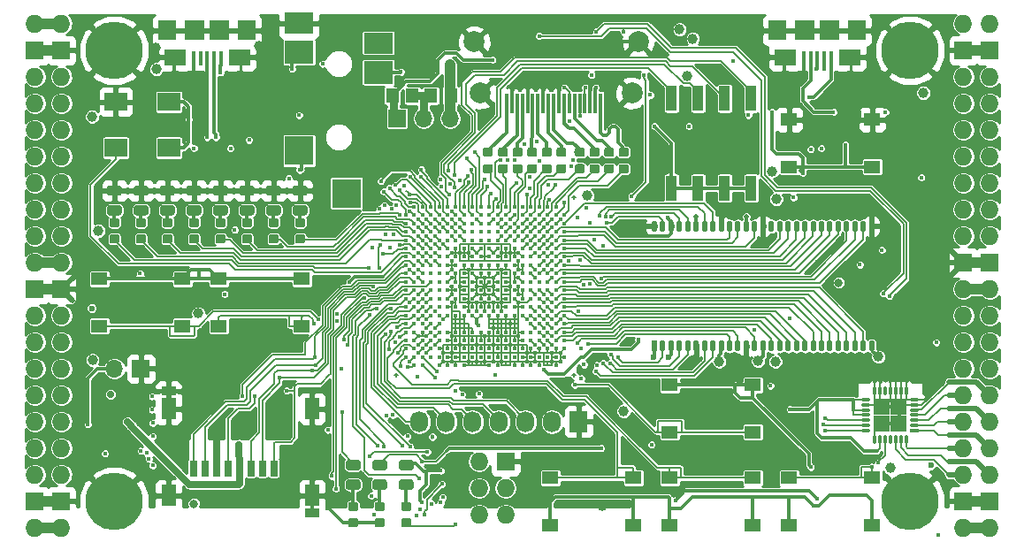
<source format=gtl>
G04 #@! TF.GenerationSoftware,KiCad,Pcbnew,5.0.0+dfsg1-2*
G04 #@! TF.CreationDate,2018-09-13T16:08:41+02:00*
G04 #@! TF.ProjectId,ulx3s,756C7833732E6B696361645F70636200,rev?*
G04 #@! TF.SameCoordinates,Original*
G04 #@! TF.FileFunction,Copper,L1,Top,Signal*
G04 #@! TF.FilePolarity,Positive*
%FSLAX46Y46*%
G04 Gerber Fmt 4.6, Leading zero omitted, Abs format (unit mm)*
G04 Created by KiCad (PCBNEW 5.0.0+dfsg1-2) date Thu Sep 13 16:08:41 2018*
%MOMM*%
%LPD*%
G01*
G04 APERTURE LIST*
G04 #@! TA.AperFunction,BGAPad,CuDef*
%ADD10C,0.400000*%
G04 #@! TD*
G04 #@! TA.AperFunction,SMDPad,CuDef*
%ADD11O,0.127000X0.508000*%
G04 #@! TD*
G04 #@! TA.AperFunction,SMDPad,CuDef*
%ADD12O,0.508000X0.127000*%
G04 #@! TD*
G04 #@! TA.AperFunction,Conductor*
%ADD13C,0.100000*%
G04 #@! TD*
G04 #@! TA.AperFunction,SMDPad,CuDef*
%ADD14C,0.875000*%
G04 #@! TD*
G04 #@! TA.AperFunction,SMDPad,CuDef*
%ADD15C,0.975000*%
G04 #@! TD*
G04 #@! TA.AperFunction,SMDPad,CuDef*
%ADD16O,0.560000X1.100000*%
G04 #@! TD*
G04 #@! TA.AperFunction,SMDPad,CuDef*
%ADD17R,0.560000X1.100000*%
G04 #@! TD*
G04 #@! TA.AperFunction,SMDPad,CuDef*
%ADD18R,1.625000X1.625000*%
G04 #@! TD*
G04 #@! TA.AperFunction,SMDPad,CuDef*
%ADD19O,0.300000X0.950000*%
G04 #@! TD*
G04 #@! TA.AperFunction,SMDPad,CuDef*
%ADD20O,0.950000X0.300000*%
G04 #@! TD*
G04 #@! TA.AperFunction,SMDPad,CuDef*
%ADD21R,0.950000X0.300000*%
G04 #@! TD*
G04 #@! TA.AperFunction,SMDPad,CuDef*
%ADD22R,1.120000X2.440000*%
G04 #@! TD*
G04 #@! TA.AperFunction,SMDPad,CuDef*
%ADD23R,1.800000X1.900000*%
G04 #@! TD*
G04 #@! TA.AperFunction,SMDPad,CuDef*
%ADD24R,0.400000X1.350000*%
G04 #@! TD*
G04 #@! TA.AperFunction,SMDPad,CuDef*
%ADD25R,1.900000X1.900000*%
G04 #@! TD*
G04 #@! TA.AperFunction,SMDPad,CuDef*
%ADD26R,2.100000X1.600000*%
G04 #@! TD*
G04 #@! TA.AperFunction,SMDPad,CuDef*
%ADD27R,2.800000X2.000000*%
G04 #@! TD*
G04 #@! TA.AperFunction,SMDPad,CuDef*
%ADD28R,2.800000X2.200000*%
G04 #@! TD*
G04 #@! TA.AperFunction,SMDPad,CuDef*
%ADD29R,2.800000X2.800000*%
G04 #@! TD*
G04 #@! TA.AperFunction,SMDPad,CuDef*
%ADD30R,0.300000X1.900000*%
G04 #@! TD*
G04 #@! TA.AperFunction,ComponentPad*
%ADD31C,2.000000*%
G04 #@! TD*
G04 #@! TA.AperFunction,SMDPad,CuDef*
%ADD32R,0.700000X1.500000*%
G04 #@! TD*
G04 #@! TA.AperFunction,SMDPad,CuDef*
%ADD33R,1.450000X0.900000*%
G04 #@! TD*
G04 #@! TA.AperFunction,SMDPad,CuDef*
%ADD34R,1.450000X2.000000*%
G04 #@! TD*
G04 #@! TA.AperFunction,SMDPad,CuDef*
%ADD35R,2.200000X1.800000*%
G04 #@! TD*
G04 #@! TA.AperFunction,ComponentPad*
%ADD36R,1.727200X2.032000*%
G04 #@! TD*
G04 #@! TA.AperFunction,ComponentPad*
%ADD37O,1.727200X2.032000*%
G04 #@! TD*
G04 #@! TA.AperFunction,ComponentPad*
%ADD38O,1.727200X1.727200*%
G04 #@! TD*
G04 #@! TA.AperFunction,ComponentPad*
%ADD39R,1.727200X1.727200*%
G04 #@! TD*
G04 #@! TA.AperFunction,ComponentPad*
%ADD40C,5.500000*%
G04 #@! TD*
G04 #@! TA.AperFunction,ComponentPad*
%ADD41R,1.700000X1.700000*%
G04 #@! TD*
G04 #@! TA.AperFunction,ComponentPad*
%ADD42O,1.700000X1.700000*%
G04 #@! TD*
G04 #@! TA.AperFunction,SMDPad,CuDef*
%ADD43R,1.295000X1.400000*%
G04 #@! TD*
G04 #@! TA.AperFunction,SMDPad,CuDef*
%ADD44R,1.550000X1.300000*%
G04 #@! TD*
G04 #@! TA.AperFunction,ViaPad*
%ADD45C,2.000000*%
G04 #@! TD*
G04 #@! TA.AperFunction,ViaPad*
%ADD46C,0.419000*%
G04 #@! TD*
G04 #@! TA.AperFunction,ViaPad*
%ADD47C,0.600000*%
G04 #@! TD*
G04 #@! TA.AperFunction,ViaPad*
%ADD48C,1.000000*%
G04 #@! TD*
G04 #@! TA.AperFunction,ViaPad*
%ADD49C,0.800000*%
G04 #@! TD*
G04 #@! TA.AperFunction,ViaPad*
%ADD50C,0.500000*%
G04 #@! TD*
G04 #@! TA.AperFunction,ViaPad*
%ADD51C,0.700000*%
G04 #@! TD*
G04 #@! TA.AperFunction,ViaPad*
%ADD52C,0.454000*%
G04 #@! TD*
G04 #@! TA.AperFunction,Conductor*
%ADD53C,0.300000*%
G04 #@! TD*
G04 #@! TA.AperFunction,Conductor*
%ADD54C,0.127000*%
G04 #@! TD*
G04 #@! TA.AperFunction,Conductor*
%ADD55C,0.500000*%
G04 #@! TD*
G04 #@! TA.AperFunction,Conductor*
%ADD56C,1.000000*%
G04 #@! TD*
G04 #@! TA.AperFunction,Conductor*
%ADD57C,0.190000*%
G04 #@! TD*
G04 #@! TA.AperFunction,Conductor*
%ADD58C,0.700000*%
G04 #@! TD*
G04 #@! TA.AperFunction,Conductor*
%ADD59C,0.800000*%
G04 #@! TD*
G04 #@! TA.AperFunction,Conductor*
%ADD60C,0.140000*%
G04 #@! TD*
G04 #@! TA.AperFunction,Conductor*
%ADD61C,0.254000*%
G04 #@! TD*
G04 APERTURE END LIST*
D10*
G04 #@! TO.P,U1,Y19*
G04 #@! TO.N,GND*
X145280000Y-95400000D03*
G04 #@! TO.P,U1,Y17*
X143680000Y-95400000D03*
G04 #@! TO.P,U1,Y16*
X142880000Y-95400000D03*
G04 #@! TO.P,U1,Y15*
X142080000Y-95400000D03*
G04 #@! TO.P,U1,Y14*
X141280000Y-95400000D03*
G04 #@! TO.P,U1,Y12*
X139680000Y-95400000D03*
G04 #@! TO.P,U1,Y11*
X138880000Y-95400000D03*
G04 #@! TO.P,U1,Y8*
X136480000Y-95400000D03*
G04 #@! TO.P,U1,Y7*
X135680000Y-95400000D03*
G04 #@! TO.P,U1,Y6*
X134880000Y-95400000D03*
G04 #@! TO.P,U1,Y5*
X134080000Y-95400000D03*
G04 #@! TO.P,U1,Y3*
G04 #@! TO.N,/flash/FPGA_DONE*
X132480000Y-95400000D03*
G04 #@! TO.P,U1,Y2*
G04 #@! TO.N,/flash/FLASH_nWP*
X131680000Y-95400000D03*
G04 #@! TO.P,U1,W20*
G04 #@! TO.N,GND*
X146080000Y-94600000D03*
G04 #@! TO.P,U1,W19*
X145280000Y-94600000D03*
G04 #@! TO.P,U1,W18*
G04 #@! TO.N,N/C*
X144480000Y-94600000D03*
G04 #@! TO.P,U1,W17*
X143680000Y-94600000D03*
G04 #@! TO.P,U1,W16*
G04 #@! TO.N,GND*
X142880000Y-94600000D03*
G04 #@! TO.P,U1,W15*
X142080000Y-94600000D03*
G04 #@! TO.P,U1,W14*
G04 #@! TO.N,N/C*
X141280000Y-94600000D03*
G04 #@! TO.P,U1,W13*
X140480000Y-94600000D03*
G04 #@! TO.P,U1,W12*
G04 #@! TO.N,GND*
X139680000Y-94600000D03*
G04 #@! TO.P,U1,W11*
G04 #@! TO.N,N/C*
X138880000Y-94600000D03*
G04 #@! TO.P,U1,W10*
X138080000Y-94600000D03*
G04 #@! TO.P,U1,W9*
X137280000Y-94600000D03*
G04 #@! TO.P,U1,W8*
X136480000Y-94600000D03*
G04 #@! TO.P,U1,W7*
G04 #@! TO.N,GND*
X135680000Y-94600000D03*
G04 #@! TO.P,U1,W6*
X134880000Y-94600000D03*
G04 #@! TO.P,U1,W5*
G04 #@! TO.N,N/C*
X134080000Y-94600000D03*
G04 #@! TO.P,U1,W4*
X133280000Y-94600000D03*
G04 #@! TO.P,U1,W3*
G04 #@! TO.N,/flash/FPGA_PROGRAMN*
X132480000Y-94600000D03*
G04 #@! TO.P,U1,W2*
G04 #@! TO.N,/flash/FLASH_MOSI*
X131680000Y-94600000D03*
G04 #@! TO.P,U1,W1*
G04 #@! TO.N,/flash/FLASH_nHOLD*
X130880000Y-94600000D03*
G04 #@! TO.P,U1,V20*
G04 #@! TO.N,GND*
X146080000Y-93800000D03*
G04 #@! TO.P,U1,V19*
X145280000Y-93800000D03*
G04 #@! TO.P,U1,V18*
X144480000Y-93800000D03*
G04 #@! TO.P,U1,V17*
X143680000Y-93800000D03*
G04 #@! TO.P,U1,V16*
X142880000Y-93800000D03*
G04 #@! TO.P,U1,V15*
X142080000Y-93800000D03*
G04 #@! TO.P,U1,V14*
X141280000Y-93800000D03*
G04 #@! TO.P,U1,V13*
X140480000Y-93800000D03*
G04 #@! TO.P,U1,V12*
X139680000Y-93800000D03*
G04 #@! TO.P,U1,V11*
X138880000Y-93800000D03*
G04 #@! TO.P,U1,V10*
X138080000Y-93800000D03*
G04 #@! TO.P,U1,V9*
X137280000Y-93800000D03*
G04 #@! TO.P,U1,V8*
X136480000Y-93800000D03*
G04 #@! TO.P,U1,V7*
X135680000Y-93800000D03*
G04 #@! TO.P,U1,V6*
X134880000Y-93800000D03*
G04 #@! TO.P,U1,V5*
X134080000Y-93800000D03*
G04 #@! TO.P,U1,V4*
G04 #@! TO.N,JTAG_TDO*
X133280000Y-93800000D03*
G04 #@! TO.P,U1,V3*
G04 #@! TO.N,/flash/FPGA_INITN*
X132480000Y-93800000D03*
G04 #@! TO.P,U1,V2*
G04 #@! TO.N,/flash/FLASH_MISO*
X131680000Y-93800000D03*
G04 #@! TO.P,U1,V1*
G04 #@! TO.N,BTN_D*
X130880000Y-93800000D03*
G04 #@! TO.P,U1,U20*
G04 #@! TO.N,SDRAM_D7*
X146080000Y-93000000D03*
G04 #@! TO.P,U1,U19*
G04 #@! TO.N,SDRAM_DQM0*
X145280000Y-93000000D03*
G04 #@! TO.P,U1,U18*
G04 #@! TO.N,GP14*
X144480000Y-93000000D03*
G04 #@! TO.P,U1,U17*
G04 #@! TO.N,GN14*
X143680000Y-93000000D03*
G04 #@! TO.P,U1,U16*
G04 #@! TO.N,ADC_MISO*
X142880000Y-93000000D03*
G04 #@! TO.P,U1,U15*
G04 #@! TO.N,GND*
X142080000Y-93000000D03*
G04 #@! TO.P,U1,U14*
X141280000Y-93000000D03*
G04 #@! TO.P,U1,U13*
X140480000Y-93000000D03*
G04 #@! TO.P,U1,U12*
X139680000Y-93000000D03*
G04 #@! TO.P,U1,U11*
X138880000Y-93000000D03*
G04 #@! TO.P,U1,U10*
X138080000Y-93000000D03*
G04 #@! TO.P,U1,U9*
X137280000Y-93000000D03*
G04 #@! TO.P,U1,U8*
X136480000Y-93000000D03*
G04 #@! TO.P,U1,U7*
X135680000Y-93000000D03*
G04 #@! TO.P,U1,U6*
X134880000Y-93000000D03*
G04 #@! TO.P,U1,U5*
G04 #@! TO.N,JTAG_TMS*
X134080000Y-93000000D03*
G04 #@! TO.P,U1,U4*
G04 #@! TO.N,GND*
X133280000Y-93000000D03*
G04 #@! TO.P,U1,U3*
G04 #@! TO.N,/flash/FLASH_SCK*
X132480000Y-93000000D03*
G04 #@! TO.P,U1,U2*
G04 #@! TO.N,+3V3*
X131680000Y-93000000D03*
G04 #@! TO.P,U1,U1*
G04 #@! TO.N,BTN_L*
X130880000Y-93000000D03*
G04 #@! TO.P,U1,T20*
G04 #@! TO.N,SDRAM_nWE*
X146080000Y-92200000D03*
G04 #@! TO.P,U1,T19*
G04 #@! TO.N,SDRAM_nCAS*
X145280000Y-92200000D03*
G04 #@! TO.P,U1,T18*
G04 #@! TO.N,SDRAM_D5*
X144480000Y-92200000D03*
G04 #@! TO.P,U1,T17*
G04 #@! TO.N,SDRAM_D6*
X143680000Y-92200000D03*
G04 #@! TO.P,U1,T16*
G04 #@! TO.N,N/C*
X142880000Y-92200000D03*
G04 #@! TO.P,U1,T15*
G04 #@! TO.N,GND*
X142080000Y-92200000D03*
G04 #@! TO.P,U1,T14*
X141280000Y-92200000D03*
G04 #@! TO.P,U1,T13*
X140480000Y-92200000D03*
G04 #@! TO.P,U1,T12*
X139680000Y-92200000D03*
G04 #@! TO.P,U1,T11*
X138880000Y-92200000D03*
G04 #@! TO.P,U1,T10*
X138080000Y-92200000D03*
G04 #@! TO.P,U1,T9*
X137280000Y-92200000D03*
G04 #@! TO.P,U1,T8*
X136480000Y-92200000D03*
G04 #@! TO.P,U1,T7*
X135680000Y-92200000D03*
G04 #@! TO.P,U1,T6*
X134880000Y-92200000D03*
G04 #@! TO.P,U1,T5*
G04 #@! TO.N,JTAG_TCK*
X134080000Y-92200000D03*
G04 #@! TO.P,U1,T4*
G04 #@! TO.N,+3V3*
X133280000Y-92200000D03*
G04 #@! TO.P,U1,T3*
X132480000Y-92200000D03*
G04 #@! TO.P,U1,T2*
X131680000Y-92200000D03*
G04 #@! TO.P,U1,T1*
G04 #@! TO.N,BTN_F2*
X130880000Y-92200000D03*
G04 #@! TO.P,U1,R20*
G04 #@! TO.N,SDRAM_nRAS*
X146080000Y-91400000D03*
G04 #@! TO.P,U1,R19*
G04 #@! TO.N,GND*
X145280000Y-91400000D03*
G04 #@! TO.P,U1,R18*
G04 #@! TO.N,BTN_U*
X144480000Y-91400000D03*
G04 #@! TO.P,U1,R17*
G04 #@! TO.N,ADC_CSn*
X143680000Y-91400000D03*
G04 #@! TO.P,U1,R16*
G04 #@! TO.N,ADC_MOSI*
X142880000Y-91400000D03*
G04 #@! TO.P,U1,R5*
G04 #@! TO.N,JTAG_TDI*
X134080000Y-91400000D03*
G04 #@! TO.P,U1,R4*
G04 #@! TO.N,GND*
X133280000Y-91400000D03*
G04 #@! TO.P,U1,R3*
G04 #@! TO.N,N/C*
X132480000Y-91400000D03*
G04 #@! TO.P,U1,R2*
G04 #@! TO.N,/flash/FLASH_nCS*
X131680000Y-91400000D03*
G04 #@! TO.P,U1,R1*
G04 #@! TO.N,BTN_F1*
X130880000Y-91400000D03*
G04 #@! TO.P,U1,P20*
G04 #@! TO.N,SDRAM_nCS*
X146080000Y-90600000D03*
G04 #@! TO.P,U1,P19*
G04 #@! TO.N,SDRAM_BA0*
X145280000Y-90600000D03*
G04 #@! TO.P,U1,P18*
G04 #@! TO.N,SDRAM_D4*
X144480000Y-90600000D03*
G04 #@! TO.P,U1,P17*
G04 #@! TO.N,ADC_SCLK*
X143680000Y-90600000D03*
G04 #@! TO.P,U1,P16*
G04 #@! TO.N,GN15*
X142880000Y-90600000D03*
G04 #@! TO.P,U1,P15*
G04 #@! TO.N,+2V5*
X142080000Y-90600000D03*
G04 #@! TO.P,U1,P14*
G04 #@! TO.N,GND*
X141280000Y-90600000D03*
G04 #@! TO.P,U1,P13*
X140480000Y-90600000D03*
G04 #@! TO.P,U1,P12*
X139680000Y-90600000D03*
G04 #@! TO.P,U1,P11*
X138880000Y-90600000D03*
G04 #@! TO.P,U1,P10*
G04 #@! TO.N,+3V3*
X138080000Y-90600000D03*
G04 #@! TO.P,U1,P9*
X137280000Y-90600000D03*
G04 #@! TO.P,U1,P8*
G04 #@! TO.N,GND*
X136480000Y-90600000D03*
G04 #@! TO.P,U1,P7*
X135680000Y-90600000D03*
G04 #@! TO.P,U1,P6*
G04 #@! TO.N,+2V5*
X134880000Y-90600000D03*
G04 #@! TO.P,U1,P5*
G04 #@! TO.N,N/C*
X134080000Y-90600000D03*
G04 #@! TO.P,U1,P4*
G04 #@! TO.N,OLED_CLK*
X133280000Y-90600000D03*
G04 #@! TO.P,U1,P3*
G04 #@! TO.N,OLED_MOSI*
X132480000Y-90600000D03*
G04 #@! TO.P,U1,P2*
G04 #@! TO.N,OLED_RES*
X131680000Y-90600000D03*
G04 #@! TO.P,U1,P1*
G04 #@! TO.N,OLED_DC*
X130880000Y-90600000D03*
G04 #@! TO.P,U1,N20*
G04 #@! TO.N,SDRAM_BA1*
X146080000Y-89800000D03*
G04 #@! TO.P,U1,N19*
G04 #@! TO.N,SDRAM_A10*
X145280000Y-89800000D03*
G04 #@! TO.P,U1,N18*
G04 #@! TO.N,SDRAM_D3*
X144480000Y-89800000D03*
G04 #@! TO.P,U1,N17*
G04 #@! TO.N,GP15*
X143680000Y-89800000D03*
G04 #@! TO.P,U1,N16*
G04 #@! TO.N,GP16*
X142880000Y-89800000D03*
G04 #@! TO.P,U1,N15*
G04 #@! TO.N,GND*
X142080000Y-89800000D03*
G04 #@! TO.P,U1,N14*
X141280000Y-89800000D03*
G04 #@! TO.P,U1,N13*
G04 #@! TO.N,+1V1*
X140480000Y-89800000D03*
G04 #@! TO.P,U1,N12*
X139680000Y-89800000D03*
G04 #@! TO.P,U1,N11*
X138880000Y-89800000D03*
G04 #@! TO.P,U1,N10*
X138080000Y-89800000D03*
G04 #@! TO.P,U1,N9*
X137280000Y-89800000D03*
G04 #@! TO.P,U1,N8*
X136480000Y-89800000D03*
G04 #@! TO.P,U1,N7*
G04 #@! TO.N,GND*
X135680000Y-89800000D03*
G04 #@! TO.P,U1,N6*
X134880000Y-89800000D03*
G04 #@! TO.P,U1,N5*
G04 #@! TO.N,N/C*
X134080000Y-89800000D03*
G04 #@! TO.P,U1,N4*
G04 #@! TO.N,WIFI_GPIO5*
X133280000Y-89800000D03*
G04 #@! TO.P,U1,N3*
G04 #@! TO.N,WIFI_GPIO17*
X132480000Y-89800000D03*
G04 #@! TO.P,U1,N2*
G04 #@! TO.N,OLED_CS*
X131680000Y-89800000D03*
G04 #@! TO.P,U1,N1*
G04 #@! TO.N,FTDI_nDTR*
X130880000Y-89800000D03*
G04 #@! TO.P,U1,M20*
G04 #@! TO.N,SDRAM_A0*
X146080000Y-89000000D03*
G04 #@! TO.P,U1,M19*
G04 #@! TO.N,SDRAM_A1*
X145280000Y-89000000D03*
G04 #@! TO.P,U1,M18*
G04 #@! TO.N,SDRAM_D2*
X144480000Y-89000000D03*
G04 #@! TO.P,U1,M17*
G04 #@! TO.N,GN16*
X143680000Y-89000000D03*
G04 #@! TO.P,U1,M16*
G04 #@! TO.N,GND*
X142880000Y-89000000D03*
G04 #@! TO.P,U1,M15*
G04 #@! TO.N,+3V3*
X142080000Y-89000000D03*
G04 #@! TO.P,U1,M14*
G04 #@! TO.N,GND*
X141280000Y-89000000D03*
G04 #@! TO.P,U1,M13*
G04 #@! TO.N,+1V1*
X140480000Y-89000000D03*
G04 #@! TO.P,U1,M12*
G04 #@! TO.N,GND*
X139680000Y-89000000D03*
G04 #@! TO.P,U1,M11*
X138880000Y-89000000D03*
G04 #@! TO.P,U1,M10*
X138080000Y-89000000D03*
G04 #@! TO.P,U1,M9*
X137280000Y-89000000D03*
G04 #@! TO.P,U1,M8*
G04 #@! TO.N,+1V1*
X136480000Y-89000000D03*
G04 #@! TO.P,U1,M7*
G04 #@! TO.N,GND*
X135680000Y-89000000D03*
G04 #@! TO.P,U1,M6*
G04 #@! TO.N,+3V3*
X134880000Y-89000000D03*
G04 #@! TO.P,U1,M5*
G04 #@! TO.N,N/C*
X134080000Y-89000000D03*
G04 #@! TO.P,U1,M4*
G04 #@! TO.N,USER_PROGRAMN*
X133280000Y-89000000D03*
G04 #@! TO.P,U1,M3*
G04 #@! TO.N,FTDI_nRTS*
X132480000Y-89000000D03*
G04 #@! TO.P,U1,M2*
G04 #@! TO.N,GND*
X131680000Y-89000000D03*
G04 #@! TO.P,U1,M1*
G04 #@! TO.N,FTDI_TXD*
X130880000Y-89000000D03*
G04 #@! TO.P,U1,L20*
G04 #@! TO.N,SDRAM_A2*
X146080000Y-88200000D03*
G04 #@! TO.P,U1,L19*
G04 #@! TO.N,SDRAM_A3*
X145280000Y-88200000D03*
G04 #@! TO.P,U1,L18*
G04 #@! TO.N,SDRAM_D1*
X144480000Y-88200000D03*
G04 #@! TO.P,U1,L17*
G04 #@! TO.N,GN17*
X143680000Y-88200000D03*
G04 #@! TO.P,U1,L16*
G04 #@! TO.N,GP17*
X142880000Y-88200000D03*
G04 #@! TO.P,U1,L15*
G04 #@! TO.N,+3V3*
X142080000Y-88200000D03*
G04 #@! TO.P,U1,L14*
X141280000Y-88200000D03*
G04 #@! TO.P,U1,L13*
G04 #@! TO.N,+1V1*
X140480000Y-88200000D03*
G04 #@! TO.P,U1,L12*
G04 #@! TO.N,GND*
X139680000Y-88200000D03*
G04 #@! TO.P,U1,L11*
X138880000Y-88200000D03*
G04 #@! TO.P,U1,L10*
X138080000Y-88200000D03*
G04 #@! TO.P,U1,L9*
X137280000Y-88200000D03*
G04 #@! TO.P,U1,L8*
G04 #@! TO.N,+1V1*
X136480000Y-88200000D03*
G04 #@! TO.P,U1,L7*
G04 #@! TO.N,+3V3*
X135680000Y-88200000D03*
G04 #@! TO.P,U1,L6*
X134880000Y-88200000D03*
G04 #@! TO.P,U1,L5*
G04 #@! TO.N,N/C*
X134080000Y-88200000D03*
G04 #@! TO.P,U1,L4*
G04 #@! TO.N,FTDI_RXD*
X133280000Y-88200000D03*
G04 #@! TO.P,U1,L3*
G04 #@! TO.N,FTDI_TXDEN*
X132480000Y-88200000D03*
G04 #@! TO.P,U1,L2*
G04 #@! TO.N,WIFI_GPIO0*
X131680000Y-88200000D03*
G04 #@! TO.P,U1,L1*
G04 #@! TO.N,WIFI_GPIO16*
X130880000Y-88200000D03*
G04 #@! TO.P,U1,K20*
G04 #@! TO.N,SDRAM_A4*
X146080000Y-87400000D03*
G04 #@! TO.P,U1,K19*
G04 #@! TO.N,SDRAM_A5*
X145280000Y-87400000D03*
G04 #@! TO.P,U1,K18*
G04 #@! TO.N,SDRAM_A6*
X144480000Y-87400000D03*
G04 #@! TO.P,U1,K17*
G04 #@! TO.N,N/C*
X143680000Y-87400000D03*
G04 #@! TO.P,U1,K16*
X142880000Y-87400000D03*
G04 #@! TO.P,U1,K15*
G04 #@! TO.N,GND*
X142080000Y-87400000D03*
G04 #@! TO.P,U1,K14*
X141280000Y-87400000D03*
G04 #@! TO.P,U1,K13*
G04 #@! TO.N,+1V1*
X140480000Y-87400000D03*
G04 #@! TO.P,U1,K12*
G04 #@! TO.N,GND*
X139680000Y-87400000D03*
G04 #@! TO.P,U1,K11*
X138880000Y-87400000D03*
G04 #@! TO.P,U1,K10*
X138080000Y-87400000D03*
G04 #@! TO.P,U1,K9*
X137280000Y-87400000D03*
G04 #@! TO.P,U1,K8*
G04 #@! TO.N,+1V1*
X136480000Y-87400000D03*
G04 #@! TO.P,U1,K7*
G04 #@! TO.N,GND*
X135680000Y-87400000D03*
G04 #@! TO.P,U1,K6*
X134880000Y-87400000D03*
G04 #@! TO.P,U1,K5*
G04 #@! TO.N,N/C*
X134080000Y-87400000D03*
G04 #@! TO.P,U1,K4*
G04 #@! TO.N,WIFI_TXD*
X133280000Y-87400000D03*
G04 #@! TO.P,U1,K3*
G04 #@! TO.N,WIFI_RXD*
X132480000Y-87400000D03*
G04 #@! TO.P,U1,K2*
G04 #@! TO.N,SD_D3*
X131680000Y-87400000D03*
G04 #@! TO.P,U1,K1*
G04 #@! TO.N,SD_D2*
X130880000Y-87400000D03*
G04 #@! TO.P,U1,J20*
G04 #@! TO.N,SDRAM_A7*
X146080000Y-86600000D03*
G04 #@! TO.P,U1,J19*
G04 #@! TO.N,SDRAM_A8*
X145280000Y-86600000D03*
G04 #@! TO.P,U1,J18*
G04 #@! TO.N,SDRAM_D14*
X144480000Y-86600000D03*
G04 #@! TO.P,U1,J17*
G04 #@! TO.N,SDRAM_D15*
X143680000Y-86600000D03*
G04 #@! TO.P,U1,J16*
G04 #@! TO.N,SDRAM_D0*
X142880000Y-86600000D03*
G04 #@! TO.P,U1,J15*
G04 #@! TO.N,+3V3*
X142080000Y-86600000D03*
G04 #@! TO.P,U1,J14*
G04 #@! TO.N,GND*
X141280000Y-86600000D03*
G04 #@! TO.P,U1,J13*
G04 #@! TO.N,+1V1*
X140480000Y-86600000D03*
G04 #@! TO.P,U1,J12*
G04 #@! TO.N,GND*
X139680000Y-86600000D03*
G04 #@! TO.P,U1,J11*
X138880000Y-86600000D03*
G04 #@! TO.P,U1,J10*
X138080000Y-86600000D03*
G04 #@! TO.P,U1,J9*
X137280000Y-86600000D03*
G04 #@! TO.P,U1,J8*
G04 #@! TO.N,+1V1*
X136480000Y-86600000D03*
G04 #@! TO.P,U1,J7*
G04 #@! TO.N,GND*
X135680000Y-86600000D03*
G04 #@! TO.P,U1,J6*
G04 #@! TO.N,2V5_3V3*
X134880000Y-86600000D03*
G04 #@! TO.P,U1,J5*
G04 #@! TO.N,N/C*
X134080000Y-86600000D03*
G04 #@! TO.P,U1,J4*
X133280000Y-86600000D03*
G04 #@! TO.P,U1,J3*
G04 #@! TO.N,SD_D0*
X132480000Y-86600000D03*
G04 #@! TO.P,U1,J2*
G04 #@! TO.N,GND*
X131680000Y-86600000D03*
G04 #@! TO.P,U1,J1*
G04 #@! TO.N,SD_CMD*
X130880000Y-86600000D03*
G04 #@! TO.P,U1,H20*
G04 #@! TO.N,SDRAM_A9*
X146080000Y-85800000D03*
G04 #@! TO.P,U1,H19*
G04 #@! TO.N,GND*
X145280000Y-85800000D03*
G04 #@! TO.P,U1,H18*
G04 #@! TO.N,GP18*
X144480000Y-85800000D03*
G04 #@! TO.P,U1,H17*
G04 #@! TO.N,GN18*
X143680000Y-85800000D03*
G04 #@! TO.P,U1,H16*
G04 #@! TO.N,BTN_R*
X142880000Y-85800000D03*
G04 #@! TO.P,U1,H15*
G04 #@! TO.N,+3V3*
X142080000Y-85800000D03*
G04 #@! TO.P,U1,H14*
X141280000Y-85800000D03*
G04 #@! TO.P,U1,H13*
G04 #@! TO.N,+1V1*
X140480000Y-85800000D03*
G04 #@! TO.P,U1,H12*
X139680000Y-85800000D03*
G04 #@! TO.P,U1,H11*
X138880000Y-85800000D03*
G04 #@! TO.P,U1,H10*
X138080000Y-85800000D03*
G04 #@! TO.P,U1,H9*
X137280000Y-85800000D03*
G04 #@! TO.P,U1,H8*
X136480000Y-85800000D03*
G04 #@! TO.P,U1,H7*
G04 #@! TO.N,2V5_3V3*
X135680000Y-85800000D03*
G04 #@! TO.P,U1,H6*
X134880000Y-85800000D03*
G04 #@! TO.P,U1,H5*
G04 #@! TO.N,AUDIO_V0*
X134080000Y-85800000D03*
G04 #@! TO.P,U1,H4*
G04 #@! TO.N,GP13*
X133280000Y-85800000D03*
G04 #@! TO.P,U1,H3*
G04 #@! TO.N,LED7*
X132480000Y-85800000D03*
G04 #@! TO.P,U1,H2*
G04 #@! TO.N,SD_CLK*
X131680000Y-85800000D03*
G04 #@! TO.P,U1,H1*
G04 #@! TO.N,SD_D1*
X130880000Y-85800000D03*
G04 #@! TO.P,U1,G20*
G04 #@! TO.N,SDRAM_A11*
X146080000Y-85000000D03*
G04 #@! TO.P,U1,G19*
G04 #@! TO.N,SDRAM_A12*
X145280000Y-85000000D03*
G04 #@! TO.P,U1,G18*
G04 #@! TO.N,GN19*
X144480000Y-85000000D03*
G04 #@! TO.P,U1,G17*
G04 #@! TO.N,GND*
X143680000Y-85000000D03*
G04 #@! TO.P,U1,G16*
G04 #@! TO.N,SHUTDOWN*
X142880000Y-85000000D03*
G04 #@! TO.P,U1,G15*
G04 #@! TO.N,GND*
X142080000Y-85000000D03*
G04 #@! TO.P,U1,G14*
X141280000Y-85000000D03*
G04 #@! TO.P,U1,G13*
X140480000Y-85000000D03*
G04 #@! TO.P,U1,G12*
X139680000Y-85000000D03*
G04 #@! TO.P,U1,G11*
X138880000Y-85000000D03*
G04 #@! TO.P,U1,G10*
X138080000Y-85000000D03*
G04 #@! TO.P,U1,G9*
X137280000Y-85000000D03*
G04 #@! TO.P,U1,G8*
X136480000Y-85000000D03*
G04 #@! TO.P,U1,G7*
X135680000Y-85000000D03*
G04 #@! TO.P,U1,G6*
X134880000Y-85000000D03*
G04 #@! TO.P,U1,G5*
G04 #@! TO.N,GN13*
X134080000Y-85000000D03*
G04 #@! TO.P,U1,G4*
G04 #@! TO.N,GND*
X133280000Y-85000000D03*
G04 #@! TO.P,U1,G3*
G04 #@! TO.N,GP12*
X132480000Y-85000000D03*
G04 #@! TO.P,U1,G2*
G04 #@! TO.N,CLK_25MHz*
X131680000Y-85000000D03*
G04 #@! TO.P,U1,G1*
G04 #@! TO.N,/usb/ANT_433MHz*
X130880000Y-85000000D03*
G04 #@! TO.P,U1,F20*
G04 #@! TO.N,SDRAM_CKE*
X146080000Y-84200000D03*
G04 #@! TO.P,U1,F19*
G04 #@! TO.N,SDRAM_CLK*
X145280000Y-84200000D03*
G04 #@! TO.P,U1,F18*
G04 #@! TO.N,SDRAM_D13*
X144480000Y-84200000D03*
G04 #@! TO.P,U1,F17*
G04 #@! TO.N,GP19*
X143680000Y-84200000D03*
G04 #@! TO.P,U1,F16*
G04 #@! TO.N,USB_FPGA_D-*
X142880000Y-84200000D03*
G04 #@! TO.P,U1,F15*
G04 #@! TO.N,+2V5*
X142080000Y-84200000D03*
G04 #@! TO.P,U1,F14*
G04 #@! TO.N,GND*
X141280000Y-84200000D03*
G04 #@! TO.P,U1,F13*
X140480000Y-84200000D03*
G04 #@! TO.P,U1,F12*
G04 #@! TO.N,+3V3*
X139680000Y-84200000D03*
G04 #@! TO.P,U1,F11*
X138880000Y-84200000D03*
G04 #@! TO.P,U1,F10*
G04 #@! TO.N,2V5_3V3*
X138080000Y-84200000D03*
G04 #@! TO.P,U1,F9*
X137280000Y-84200000D03*
G04 #@! TO.P,U1,F8*
G04 #@! TO.N,GND*
X136480000Y-84200000D03*
G04 #@! TO.P,U1,F7*
X135680000Y-84200000D03*
G04 #@! TO.P,U1,F6*
G04 #@! TO.N,+2V5*
X134880000Y-84200000D03*
G04 #@! TO.P,U1,F5*
G04 #@! TO.N,AUDIO_V2*
X134080000Y-84200000D03*
G04 #@! TO.P,U1,F4*
G04 #@! TO.N,GP11*
X133280000Y-84200000D03*
G04 #@! TO.P,U1,F3*
G04 #@! TO.N,GN12*
X132480000Y-84200000D03*
G04 #@! TO.P,U1,F2*
G04 #@! TO.N,AUDIO_V1*
X131680000Y-84200000D03*
G04 #@! TO.P,U1,F1*
G04 #@! TO.N,WIFI_EN*
X130880000Y-84200000D03*
G04 #@! TO.P,U1,E20*
G04 #@! TO.N,SDRAM_DQM1*
X146080000Y-83400000D03*
G04 #@! TO.P,U1,E19*
G04 #@! TO.N,SDRAM_D8*
X145280000Y-83400000D03*
G04 #@! TO.P,U1,E18*
G04 #@! TO.N,SDRAM_D12*
X144480000Y-83400000D03*
G04 #@! TO.P,U1,E17*
G04 #@! TO.N,GN20*
X143680000Y-83400000D03*
G04 #@! TO.P,U1,E16*
G04 #@! TO.N,USB_FPGA_D+*
X142880000Y-83400000D03*
G04 #@! TO.P,U1,E15*
G04 #@! TO.N,USB_FPGA_D-*
X142080000Y-83400000D03*
G04 #@! TO.P,U1,E14*
G04 #@! TO.N,GN25*
X141280000Y-83400000D03*
G04 #@! TO.P,U1,E13*
G04 #@! TO.N,GN27*
X140480000Y-83400000D03*
G04 #@! TO.P,U1,E12*
G04 #@! TO.N,FPDI_SCL*
X139680000Y-83400000D03*
G04 #@! TO.P,U1,E11*
G04 #@! TO.N,N/C*
X138880000Y-83400000D03*
G04 #@! TO.P,U1,E10*
X138080000Y-83400000D03*
G04 #@! TO.P,U1,E9*
X137280000Y-83400000D03*
G04 #@! TO.P,U1,E8*
G04 #@! TO.N,SW1*
X136480000Y-83400000D03*
G04 #@! TO.P,U1,E7*
G04 #@! TO.N,SW4*
X135680000Y-83400000D03*
G04 #@! TO.P,U1,E6*
G04 #@! TO.N,N/C*
X134880000Y-83400000D03*
G04 #@! TO.P,U1,E5*
G04 #@! TO.N,AUDIO_V3*
X134080000Y-83400000D03*
G04 #@! TO.P,U1,E4*
G04 #@! TO.N,AUDIO_L0*
X133280000Y-83400000D03*
G04 #@! TO.P,U1,E3*
G04 #@! TO.N,GN11*
X132480000Y-83400000D03*
G04 #@! TO.P,U1,E2*
G04 #@! TO.N,LED5*
X131680000Y-83400000D03*
G04 #@! TO.P,U1,E1*
G04 #@! TO.N,LED6*
X130880000Y-83400000D03*
G04 #@! TO.P,U1,D20*
G04 #@! TO.N,SDRAM_D9*
X146080000Y-82600000D03*
G04 #@! TO.P,U1,D19*
G04 #@! TO.N,SDRAM_D10*
X145280000Y-82600000D03*
G04 #@! TO.P,U1,D18*
G04 #@! TO.N,GP20*
X144480000Y-82600000D03*
G04 #@! TO.P,U1,D17*
G04 #@! TO.N,GN21*
X143680000Y-82600000D03*
G04 #@! TO.P,U1,D16*
G04 #@! TO.N,GN24*
X142880000Y-82600000D03*
G04 #@! TO.P,U1,D15*
G04 #@! TO.N,USB_FPGA_D+*
X142080000Y-82600000D03*
G04 #@! TO.P,U1,D14*
G04 #@! TO.N,GP25*
X141280000Y-82600000D03*
G04 #@! TO.P,U1,D13*
G04 #@! TO.N,GP27*
X140480000Y-82600000D03*
G04 #@! TO.P,U1,D12*
G04 #@! TO.N,N/C*
X139680000Y-82600000D03*
G04 #@! TO.P,U1,D11*
X138880000Y-82600000D03*
G04 #@! TO.P,U1,D10*
X138080000Y-82600000D03*
G04 #@! TO.P,U1,D9*
X137280000Y-82600000D03*
G04 #@! TO.P,U1,D8*
G04 #@! TO.N,SW2*
X136480000Y-82600000D03*
G04 #@! TO.P,U1,D7*
G04 #@! TO.N,SW3*
X135680000Y-82600000D03*
G04 #@! TO.P,U1,D6*
G04 #@! TO.N,BTN_PWRn*
X134880000Y-82600000D03*
G04 #@! TO.P,U1,D5*
G04 #@! TO.N,AUDIO_R2*
X134080000Y-82600000D03*
G04 #@! TO.P,U1,D4*
G04 #@! TO.N,GND*
X133280000Y-82600000D03*
G04 #@! TO.P,U1,D3*
G04 #@! TO.N,AUDIO_L1*
X132480000Y-82600000D03*
G04 #@! TO.P,U1,D2*
G04 #@! TO.N,LED3*
X131680000Y-82600000D03*
G04 #@! TO.P,U1,D1*
G04 #@! TO.N,LED4*
X130880000Y-82600000D03*
G04 #@! TO.P,U1,C20*
G04 #@! TO.N,SDRAM_D11*
X146080000Y-81800000D03*
G04 #@! TO.P,U1,C19*
G04 #@! TO.N,GND*
X145280000Y-81800000D03*
G04 #@! TO.P,U1,C18*
G04 #@! TO.N,GP21*
X144480000Y-81800000D03*
G04 #@! TO.P,U1,C17*
G04 #@! TO.N,GN23*
X143680000Y-81800000D03*
G04 #@! TO.P,U1,C16*
G04 #@! TO.N,GP24*
X142880000Y-81800000D03*
G04 #@! TO.P,U1,C15*
G04 #@! TO.N,GN22*
X142080000Y-81800000D03*
G04 #@! TO.P,U1,C14*
G04 #@! TO.N,FPDI_D1-*
X141280000Y-81800000D03*
G04 #@! TO.P,U1,C13*
G04 #@! TO.N,GN26*
X140480000Y-81800000D03*
G04 #@! TO.P,U1,C12*
G04 #@! TO.N,USB_FPGA_PULL_D-*
X139680000Y-81800000D03*
G04 #@! TO.P,U1,C11*
G04 #@! TO.N,GN0*
X138880000Y-81800000D03*
G04 #@! TO.P,U1,C10*
G04 #@! TO.N,GN3*
X138080000Y-81800000D03*
G04 #@! TO.P,U1,C9*
G04 #@! TO.N,N/C*
X137280000Y-81800000D03*
G04 #@! TO.P,U1,C8*
G04 #@! TO.N,GP5*
X136480000Y-81800000D03*
G04 #@! TO.P,U1,C7*
G04 #@! TO.N,GN6*
X135680000Y-81800000D03*
G04 #@! TO.P,U1,C6*
G04 #@! TO.N,GP6*
X134880000Y-81800000D03*
G04 #@! TO.P,U1,C5*
G04 #@! TO.N,AUDIO_R3*
X134080000Y-81800000D03*
G04 #@! TO.P,U1,C4*
G04 #@! TO.N,GP10*
X133280000Y-81800000D03*
G04 #@! TO.P,U1,C3*
G04 #@! TO.N,AUDIO_L2*
X132480000Y-81800000D03*
G04 #@! TO.P,U1,C2*
G04 #@! TO.N,LED1*
X131680000Y-81800000D03*
G04 #@! TO.P,U1,C1*
G04 #@! TO.N,LED2*
X130880000Y-81800000D03*
G04 #@! TO.P,U1,B20*
G04 #@! TO.N,FPDI_ETH-*
X146080000Y-81000000D03*
G04 #@! TO.P,U1,B19*
G04 #@! TO.N,FPDI_SDA*
X145280000Y-81000000D03*
G04 #@! TO.P,U1,B18*
G04 #@! TO.N,FPDI_CLK-*
X144480000Y-81000000D03*
G04 #@! TO.P,U1,B17*
G04 #@! TO.N,GP23*
X143680000Y-81000000D03*
G04 #@! TO.P,U1,B16*
G04 #@! TO.N,FPDI_D0-*
X142880000Y-81000000D03*
G04 #@! TO.P,U1,B15*
G04 #@! TO.N,GP22*
X142080000Y-81000000D03*
G04 #@! TO.P,U1,B14*
G04 #@! TO.N,GND*
X141280000Y-81000000D03*
G04 #@! TO.P,U1,B13*
G04 #@! TO.N,GP26*
X140480000Y-81000000D03*
G04 #@! TO.P,U1,B12*
G04 #@! TO.N,USB_FPGA_PULL_D+*
X139680000Y-81000000D03*
G04 #@! TO.P,U1,B11*
G04 #@! TO.N,GP0*
X138880000Y-81000000D03*
G04 #@! TO.P,U1,B10*
G04 #@! TO.N,GN2*
X138080000Y-81000000D03*
G04 #@! TO.P,U1,B9*
G04 #@! TO.N,GP3*
X137280000Y-81000000D03*
G04 #@! TO.P,U1,B8*
G04 #@! TO.N,GN5*
X136480000Y-81000000D03*
G04 #@! TO.P,U1,B7*
G04 #@! TO.N,GND*
X135680000Y-81000000D03*
G04 #@! TO.P,U1,B6*
G04 #@! TO.N,GN7*
X134880000Y-81000000D03*
G04 #@! TO.P,U1,B5*
G04 #@! TO.N,AUDIO_R1*
X134080000Y-81000000D03*
G04 #@! TO.P,U1,B4*
G04 #@! TO.N,GN10*
X133280000Y-81000000D03*
G04 #@! TO.P,U1,B3*
G04 #@! TO.N,AUDIO_L3*
X132480000Y-81000000D03*
G04 #@! TO.P,U1,B2*
G04 #@! TO.N,LED0*
X131680000Y-81000000D03*
G04 #@! TO.P,U1,B1*
G04 #@! TO.N,GN9*
X130880000Y-81000000D03*
G04 #@! TO.P,U1,A19*
G04 #@! TO.N,FPDI_ETH+*
X145280000Y-80200000D03*
G04 #@! TO.P,U1,A18*
G04 #@! TO.N,/gpdi/FPDI_CEC*
X144480000Y-80200000D03*
G04 #@! TO.P,U1,A17*
G04 #@! TO.N,FPDI_CLK+*
X143680000Y-80200000D03*
G04 #@! TO.P,U1,A16*
G04 #@! TO.N,FPDI_D0+*
X142880000Y-80200000D03*
G04 #@! TO.P,U1,A15*
G04 #@! TO.N,N/C*
X142080000Y-80200000D03*
G04 #@! TO.P,U1,A14*
G04 #@! TO.N,FPDI_D1+*
X141280000Y-80200000D03*
G04 #@! TO.P,U1,A13*
G04 #@! TO.N,FPDI_D2-*
X140480000Y-80200000D03*
G04 #@! TO.P,U1,A12*
G04 #@! TO.N,FPDI_D2+*
X139680000Y-80200000D03*
G04 #@! TO.P,U1,A11*
G04 #@! TO.N,GN1*
X138880000Y-80200000D03*
G04 #@! TO.P,U1,A10*
G04 #@! TO.N,GP1*
X138080000Y-80200000D03*
G04 #@! TO.P,U1,A9*
G04 #@! TO.N,GP2*
X137280000Y-80200000D03*
G04 #@! TO.P,U1,A8*
G04 #@! TO.N,GN4*
X136480000Y-80200000D03*
G04 #@! TO.P,U1,A7*
G04 #@! TO.N,GP4*
X135680000Y-80200000D03*
G04 #@! TO.P,U1,A6*
G04 #@! TO.N,GP7*
X134880000Y-80200000D03*
G04 #@! TO.P,U1,A5*
G04 #@! TO.N,GN8*
X134080000Y-80200000D03*
G04 #@! TO.P,U1,A4*
G04 #@! TO.N,GP8*
X133280000Y-80200000D03*
G04 #@! TO.P,U1,A3*
G04 #@! TO.N,AUDIO_R0*
X132480000Y-80200000D03*
G04 #@! TO.P,U1,A2*
G04 #@! TO.N,GP9*
X131680000Y-80200000D03*
D11*
G04 #@! TO.P,U1,0*
G04 #@! TO.N,N/C*
X146980000Y-79300000D03*
D12*
X146980000Y-79300000D03*
D11*
X129980000Y-96300000D03*
D12*
X129980000Y-96300000D03*
X146980000Y-96300000D03*
D11*
X146980000Y-96300000D03*
G04 #@! TD*
D13*
G04 #@! TO.N,/gpdi/GPDI_ETH-*
G04 #@! TO.C,C37*
G36*
X152035691Y-74547053D02*
X152056926Y-74550203D01*
X152077750Y-74555419D01*
X152097962Y-74562651D01*
X152117368Y-74571830D01*
X152135781Y-74582866D01*
X152153024Y-74595654D01*
X152168930Y-74610070D01*
X152183346Y-74625976D01*
X152196134Y-74643219D01*
X152207170Y-74661632D01*
X152216349Y-74681038D01*
X152223581Y-74701250D01*
X152228797Y-74722074D01*
X152231947Y-74743309D01*
X152233000Y-74764750D01*
X152233000Y-75202250D01*
X152231947Y-75223691D01*
X152228797Y-75244926D01*
X152223581Y-75265750D01*
X152216349Y-75285962D01*
X152207170Y-75305368D01*
X152196134Y-75323781D01*
X152183346Y-75341024D01*
X152168930Y-75356930D01*
X152153024Y-75371346D01*
X152135781Y-75384134D01*
X152117368Y-75395170D01*
X152097962Y-75404349D01*
X152077750Y-75411581D01*
X152056926Y-75416797D01*
X152035691Y-75419947D01*
X152014250Y-75421000D01*
X151501750Y-75421000D01*
X151480309Y-75419947D01*
X151459074Y-75416797D01*
X151438250Y-75411581D01*
X151418038Y-75404349D01*
X151398632Y-75395170D01*
X151380219Y-75384134D01*
X151362976Y-75371346D01*
X151347070Y-75356930D01*
X151332654Y-75341024D01*
X151319866Y-75323781D01*
X151308830Y-75305368D01*
X151299651Y-75285962D01*
X151292419Y-75265750D01*
X151287203Y-75244926D01*
X151284053Y-75223691D01*
X151283000Y-75202250D01*
X151283000Y-74764750D01*
X151284053Y-74743309D01*
X151287203Y-74722074D01*
X151292419Y-74701250D01*
X151299651Y-74681038D01*
X151308830Y-74661632D01*
X151319866Y-74643219D01*
X151332654Y-74625976D01*
X151347070Y-74610070D01*
X151362976Y-74595654D01*
X151380219Y-74582866D01*
X151398632Y-74571830D01*
X151418038Y-74562651D01*
X151438250Y-74555419D01*
X151459074Y-74550203D01*
X151480309Y-74547053D01*
X151501750Y-74546000D01*
X152014250Y-74546000D01*
X152035691Y-74547053D01*
X152035691Y-74547053D01*
G37*
D14*
G04 #@! TD*
G04 #@! TO.P,C37,2*
G04 #@! TO.N,/gpdi/GPDI_ETH-*
X151758000Y-74983500D03*
D13*
G04 #@! TO.N,FPDI_ETH-*
G04 #@! TO.C,C37*
G36*
X152035691Y-76122053D02*
X152056926Y-76125203D01*
X152077750Y-76130419D01*
X152097962Y-76137651D01*
X152117368Y-76146830D01*
X152135781Y-76157866D01*
X152153024Y-76170654D01*
X152168930Y-76185070D01*
X152183346Y-76200976D01*
X152196134Y-76218219D01*
X152207170Y-76236632D01*
X152216349Y-76256038D01*
X152223581Y-76276250D01*
X152228797Y-76297074D01*
X152231947Y-76318309D01*
X152233000Y-76339750D01*
X152233000Y-76777250D01*
X152231947Y-76798691D01*
X152228797Y-76819926D01*
X152223581Y-76840750D01*
X152216349Y-76860962D01*
X152207170Y-76880368D01*
X152196134Y-76898781D01*
X152183346Y-76916024D01*
X152168930Y-76931930D01*
X152153024Y-76946346D01*
X152135781Y-76959134D01*
X152117368Y-76970170D01*
X152097962Y-76979349D01*
X152077750Y-76986581D01*
X152056926Y-76991797D01*
X152035691Y-76994947D01*
X152014250Y-76996000D01*
X151501750Y-76996000D01*
X151480309Y-76994947D01*
X151459074Y-76991797D01*
X151438250Y-76986581D01*
X151418038Y-76979349D01*
X151398632Y-76970170D01*
X151380219Y-76959134D01*
X151362976Y-76946346D01*
X151347070Y-76931930D01*
X151332654Y-76916024D01*
X151319866Y-76898781D01*
X151308830Y-76880368D01*
X151299651Y-76860962D01*
X151292419Y-76840750D01*
X151287203Y-76819926D01*
X151284053Y-76798691D01*
X151283000Y-76777250D01*
X151283000Y-76339750D01*
X151284053Y-76318309D01*
X151287203Y-76297074D01*
X151292419Y-76276250D01*
X151299651Y-76256038D01*
X151308830Y-76236632D01*
X151319866Y-76218219D01*
X151332654Y-76200976D01*
X151347070Y-76185070D01*
X151362976Y-76170654D01*
X151380219Y-76157866D01*
X151398632Y-76146830D01*
X151418038Y-76137651D01*
X151438250Y-76130419D01*
X151459074Y-76125203D01*
X151480309Y-76122053D01*
X151501750Y-76121000D01*
X152014250Y-76121000D01*
X152035691Y-76122053D01*
X152035691Y-76122053D01*
G37*
D14*
G04 #@! TD*
G04 #@! TO.P,C37,1*
G04 #@! TO.N,FPDI_ETH-*
X151758000Y-76558500D03*
D13*
G04 #@! TO.N,/gpdi/GPDI_ETH+*
G04 #@! TO.C,C36*
G36*
X150638691Y-74547053D02*
X150659926Y-74550203D01*
X150680750Y-74555419D01*
X150700962Y-74562651D01*
X150720368Y-74571830D01*
X150738781Y-74582866D01*
X150756024Y-74595654D01*
X150771930Y-74610070D01*
X150786346Y-74625976D01*
X150799134Y-74643219D01*
X150810170Y-74661632D01*
X150819349Y-74681038D01*
X150826581Y-74701250D01*
X150831797Y-74722074D01*
X150834947Y-74743309D01*
X150836000Y-74764750D01*
X150836000Y-75202250D01*
X150834947Y-75223691D01*
X150831797Y-75244926D01*
X150826581Y-75265750D01*
X150819349Y-75285962D01*
X150810170Y-75305368D01*
X150799134Y-75323781D01*
X150786346Y-75341024D01*
X150771930Y-75356930D01*
X150756024Y-75371346D01*
X150738781Y-75384134D01*
X150720368Y-75395170D01*
X150700962Y-75404349D01*
X150680750Y-75411581D01*
X150659926Y-75416797D01*
X150638691Y-75419947D01*
X150617250Y-75421000D01*
X150104750Y-75421000D01*
X150083309Y-75419947D01*
X150062074Y-75416797D01*
X150041250Y-75411581D01*
X150021038Y-75404349D01*
X150001632Y-75395170D01*
X149983219Y-75384134D01*
X149965976Y-75371346D01*
X149950070Y-75356930D01*
X149935654Y-75341024D01*
X149922866Y-75323781D01*
X149911830Y-75305368D01*
X149902651Y-75285962D01*
X149895419Y-75265750D01*
X149890203Y-75244926D01*
X149887053Y-75223691D01*
X149886000Y-75202250D01*
X149886000Y-74764750D01*
X149887053Y-74743309D01*
X149890203Y-74722074D01*
X149895419Y-74701250D01*
X149902651Y-74681038D01*
X149911830Y-74661632D01*
X149922866Y-74643219D01*
X149935654Y-74625976D01*
X149950070Y-74610070D01*
X149965976Y-74595654D01*
X149983219Y-74582866D01*
X150001632Y-74571830D01*
X150021038Y-74562651D01*
X150041250Y-74555419D01*
X150062074Y-74550203D01*
X150083309Y-74547053D01*
X150104750Y-74546000D01*
X150617250Y-74546000D01*
X150638691Y-74547053D01*
X150638691Y-74547053D01*
G37*
D14*
G04 #@! TD*
G04 #@! TO.P,C36,2*
G04 #@! TO.N,/gpdi/GPDI_ETH+*
X150361000Y-74983500D03*
D13*
G04 #@! TO.N,FPDI_ETH+*
G04 #@! TO.C,C36*
G36*
X150638691Y-76122053D02*
X150659926Y-76125203D01*
X150680750Y-76130419D01*
X150700962Y-76137651D01*
X150720368Y-76146830D01*
X150738781Y-76157866D01*
X150756024Y-76170654D01*
X150771930Y-76185070D01*
X150786346Y-76200976D01*
X150799134Y-76218219D01*
X150810170Y-76236632D01*
X150819349Y-76256038D01*
X150826581Y-76276250D01*
X150831797Y-76297074D01*
X150834947Y-76318309D01*
X150836000Y-76339750D01*
X150836000Y-76777250D01*
X150834947Y-76798691D01*
X150831797Y-76819926D01*
X150826581Y-76840750D01*
X150819349Y-76860962D01*
X150810170Y-76880368D01*
X150799134Y-76898781D01*
X150786346Y-76916024D01*
X150771930Y-76931930D01*
X150756024Y-76946346D01*
X150738781Y-76959134D01*
X150720368Y-76970170D01*
X150700962Y-76979349D01*
X150680750Y-76986581D01*
X150659926Y-76991797D01*
X150638691Y-76994947D01*
X150617250Y-76996000D01*
X150104750Y-76996000D01*
X150083309Y-76994947D01*
X150062074Y-76991797D01*
X150041250Y-76986581D01*
X150021038Y-76979349D01*
X150001632Y-76970170D01*
X149983219Y-76959134D01*
X149965976Y-76946346D01*
X149950070Y-76931930D01*
X149935654Y-76916024D01*
X149922866Y-76898781D01*
X149911830Y-76880368D01*
X149902651Y-76860962D01*
X149895419Y-76840750D01*
X149890203Y-76819926D01*
X149887053Y-76798691D01*
X149886000Y-76777250D01*
X149886000Y-76339750D01*
X149887053Y-76318309D01*
X149890203Y-76297074D01*
X149895419Y-76276250D01*
X149902651Y-76256038D01*
X149911830Y-76236632D01*
X149922866Y-76218219D01*
X149935654Y-76200976D01*
X149950070Y-76185070D01*
X149965976Y-76170654D01*
X149983219Y-76157866D01*
X150001632Y-76146830D01*
X150021038Y-76137651D01*
X150041250Y-76130419D01*
X150062074Y-76125203D01*
X150083309Y-76122053D01*
X150104750Y-76121000D01*
X150617250Y-76121000D01*
X150638691Y-76122053D01*
X150638691Y-76122053D01*
G37*
D14*
G04 #@! TD*
G04 #@! TO.P,C36,1*
G04 #@! TO.N,FPDI_ETH+*
X150361000Y-76558500D03*
D13*
G04 #@! TO.N,/gpdi/GPDI_CLK-*
G04 #@! TO.C,C41*
G36*
X149241691Y-74547053D02*
X149262926Y-74550203D01*
X149283750Y-74555419D01*
X149303962Y-74562651D01*
X149323368Y-74571830D01*
X149341781Y-74582866D01*
X149359024Y-74595654D01*
X149374930Y-74610070D01*
X149389346Y-74625976D01*
X149402134Y-74643219D01*
X149413170Y-74661632D01*
X149422349Y-74681038D01*
X149429581Y-74701250D01*
X149434797Y-74722074D01*
X149437947Y-74743309D01*
X149439000Y-74764750D01*
X149439000Y-75202250D01*
X149437947Y-75223691D01*
X149434797Y-75244926D01*
X149429581Y-75265750D01*
X149422349Y-75285962D01*
X149413170Y-75305368D01*
X149402134Y-75323781D01*
X149389346Y-75341024D01*
X149374930Y-75356930D01*
X149359024Y-75371346D01*
X149341781Y-75384134D01*
X149323368Y-75395170D01*
X149303962Y-75404349D01*
X149283750Y-75411581D01*
X149262926Y-75416797D01*
X149241691Y-75419947D01*
X149220250Y-75421000D01*
X148707750Y-75421000D01*
X148686309Y-75419947D01*
X148665074Y-75416797D01*
X148644250Y-75411581D01*
X148624038Y-75404349D01*
X148604632Y-75395170D01*
X148586219Y-75384134D01*
X148568976Y-75371346D01*
X148553070Y-75356930D01*
X148538654Y-75341024D01*
X148525866Y-75323781D01*
X148514830Y-75305368D01*
X148505651Y-75285962D01*
X148498419Y-75265750D01*
X148493203Y-75244926D01*
X148490053Y-75223691D01*
X148489000Y-75202250D01*
X148489000Y-74764750D01*
X148490053Y-74743309D01*
X148493203Y-74722074D01*
X148498419Y-74701250D01*
X148505651Y-74681038D01*
X148514830Y-74661632D01*
X148525866Y-74643219D01*
X148538654Y-74625976D01*
X148553070Y-74610070D01*
X148568976Y-74595654D01*
X148586219Y-74582866D01*
X148604632Y-74571830D01*
X148624038Y-74562651D01*
X148644250Y-74555419D01*
X148665074Y-74550203D01*
X148686309Y-74547053D01*
X148707750Y-74546000D01*
X149220250Y-74546000D01*
X149241691Y-74547053D01*
X149241691Y-74547053D01*
G37*
D14*
G04 #@! TD*
G04 #@! TO.P,C41,2*
G04 #@! TO.N,/gpdi/GPDI_CLK-*
X148964000Y-74983500D03*
D13*
G04 #@! TO.N,FPDI_CLK-*
G04 #@! TO.C,C41*
G36*
X149241691Y-76122053D02*
X149262926Y-76125203D01*
X149283750Y-76130419D01*
X149303962Y-76137651D01*
X149323368Y-76146830D01*
X149341781Y-76157866D01*
X149359024Y-76170654D01*
X149374930Y-76185070D01*
X149389346Y-76200976D01*
X149402134Y-76218219D01*
X149413170Y-76236632D01*
X149422349Y-76256038D01*
X149429581Y-76276250D01*
X149434797Y-76297074D01*
X149437947Y-76318309D01*
X149439000Y-76339750D01*
X149439000Y-76777250D01*
X149437947Y-76798691D01*
X149434797Y-76819926D01*
X149429581Y-76840750D01*
X149422349Y-76860962D01*
X149413170Y-76880368D01*
X149402134Y-76898781D01*
X149389346Y-76916024D01*
X149374930Y-76931930D01*
X149359024Y-76946346D01*
X149341781Y-76959134D01*
X149323368Y-76970170D01*
X149303962Y-76979349D01*
X149283750Y-76986581D01*
X149262926Y-76991797D01*
X149241691Y-76994947D01*
X149220250Y-76996000D01*
X148707750Y-76996000D01*
X148686309Y-76994947D01*
X148665074Y-76991797D01*
X148644250Y-76986581D01*
X148624038Y-76979349D01*
X148604632Y-76970170D01*
X148586219Y-76959134D01*
X148568976Y-76946346D01*
X148553070Y-76931930D01*
X148538654Y-76916024D01*
X148525866Y-76898781D01*
X148514830Y-76880368D01*
X148505651Y-76860962D01*
X148498419Y-76840750D01*
X148493203Y-76819926D01*
X148490053Y-76798691D01*
X148489000Y-76777250D01*
X148489000Y-76339750D01*
X148490053Y-76318309D01*
X148493203Y-76297074D01*
X148498419Y-76276250D01*
X148505651Y-76256038D01*
X148514830Y-76236632D01*
X148525866Y-76218219D01*
X148538654Y-76200976D01*
X148553070Y-76185070D01*
X148568976Y-76170654D01*
X148586219Y-76157866D01*
X148604632Y-76146830D01*
X148624038Y-76137651D01*
X148644250Y-76130419D01*
X148665074Y-76125203D01*
X148686309Y-76122053D01*
X148707750Y-76121000D01*
X149220250Y-76121000D01*
X149241691Y-76122053D01*
X149241691Y-76122053D01*
G37*
D14*
G04 #@! TD*
G04 #@! TO.P,C41,1*
G04 #@! TO.N,FPDI_CLK-*
X148964000Y-76558500D03*
D13*
G04 #@! TO.N,/gpdi/GPDI_CLK+*
G04 #@! TO.C,C45*
G36*
X147844691Y-74535053D02*
X147865926Y-74538203D01*
X147886750Y-74543419D01*
X147906962Y-74550651D01*
X147926368Y-74559830D01*
X147944781Y-74570866D01*
X147962024Y-74583654D01*
X147977930Y-74598070D01*
X147992346Y-74613976D01*
X148005134Y-74631219D01*
X148016170Y-74649632D01*
X148025349Y-74669038D01*
X148032581Y-74689250D01*
X148037797Y-74710074D01*
X148040947Y-74731309D01*
X148042000Y-74752750D01*
X148042000Y-75190250D01*
X148040947Y-75211691D01*
X148037797Y-75232926D01*
X148032581Y-75253750D01*
X148025349Y-75273962D01*
X148016170Y-75293368D01*
X148005134Y-75311781D01*
X147992346Y-75329024D01*
X147977930Y-75344930D01*
X147962024Y-75359346D01*
X147944781Y-75372134D01*
X147926368Y-75383170D01*
X147906962Y-75392349D01*
X147886750Y-75399581D01*
X147865926Y-75404797D01*
X147844691Y-75407947D01*
X147823250Y-75409000D01*
X147310750Y-75409000D01*
X147289309Y-75407947D01*
X147268074Y-75404797D01*
X147247250Y-75399581D01*
X147227038Y-75392349D01*
X147207632Y-75383170D01*
X147189219Y-75372134D01*
X147171976Y-75359346D01*
X147156070Y-75344930D01*
X147141654Y-75329024D01*
X147128866Y-75311781D01*
X147117830Y-75293368D01*
X147108651Y-75273962D01*
X147101419Y-75253750D01*
X147096203Y-75232926D01*
X147093053Y-75211691D01*
X147092000Y-75190250D01*
X147092000Y-74752750D01*
X147093053Y-74731309D01*
X147096203Y-74710074D01*
X147101419Y-74689250D01*
X147108651Y-74669038D01*
X147117830Y-74649632D01*
X147128866Y-74631219D01*
X147141654Y-74613976D01*
X147156070Y-74598070D01*
X147171976Y-74583654D01*
X147189219Y-74570866D01*
X147207632Y-74559830D01*
X147227038Y-74550651D01*
X147247250Y-74543419D01*
X147268074Y-74538203D01*
X147289309Y-74535053D01*
X147310750Y-74534000D01*
X147823250Y-74534000D01*
X147844691Y-74535053D01*
X147844691Y-74535053D01*
G37*
D14*
G04 #@! TD*
G04 #@! TO.P,C45,2*
G04 #@! TO.N,/gpdi/GPDI_CLK+*
X147567000Y-74971500D03*
D13*
G04 #@! TO.N,FPDI_CLK+*
G04 #@! TO.C,C45*
G36*
X147844691Y-76110053D02*
X147865926Y-76113203D01*
X147886750Y-76118419D01*
X147906962Y-76125651D01*
X147926368Y-76134830D01*
X147944781Y-76145866D01*
X147962024Y-76158654D01*
X147977930Y-76173070D01*
X147992346Y-76188976D01*
X148005134Y-76206219D01*
X148016170Y-76224632D01*
X148025349Y-76244038D01*
X148032581Y-76264250D01*
X148037797Y-76285074D01*
X148040947Y-76306309D01*
X148042000Y-76327750D01*
X148042000Y-76765250D01*
X148040947Y-76786691D01*
X148037797Y-76807926D01*
X148032581Y-76828750D01*
X148025349Y-76848962D01*
X148016170Y-76868368D01*
X148005134Y-76886781D01*
X147992346Y-76904024D01*
X147977930Y-76919930D01*
X147962024Y-76934346D01*
X147944781Y-76947134D01*
X147926368Y-76958170D01*
X147906962Y-76967349D01*
X147886750Y-76974581D01*
X147865926Y-76979797D01*
X147844691Y-76982947D01*
X147823250Y-76984000D01*
X147310750Y-76984000D01*
X147289309Y-76982947D01*
X147268074Y-76979797D01*
X147247250Y-76974581D01*
X147227038Y-76967349D01*
X147207632Y-76958170D01*
X147189219Y-76947134D01*
X147171976Y-76934346D01*
X147156070Y-76919930D01*
X147141654Y-76904024D01*
X147128866Y-76886781D01*
X147117830Y-76868368D01*
X147108651Y-76848962D01*
X147101419Y-76828750D01*
X147096203Y-76807926D01*
X147093053Y-76786691D01*
X147092000Y-76765250D01*
X147092000Y-76327750D01*
X147093053Y-76306309D01*
X147096203Y-76285074D01*
X147101419Y-76264250D01*
X147108651Y-76244038D01*
X147117830Y-76224632D01*
X147128866Y-76206219D01*
X147141654Y-76188976D01*
X147156070Y-76173070D01*
X147171976Y-76158654D01*
X147189219Y-76145866D01*
X147207632Y-76134830D01*
X147227038Y-76125651D01*
X147247250Y-76118419D01*
X147268074Y-76113203D01*
X147289309Y-76110053D01*
X147310750Y-76109000D01*
X147823250Y-76109000D01*
X147844691Y-76110053D01*
X147844691Y-76110053D01*
G37*
D14*
G04 #@! TD*
G04 #@! TO.P,C45,1*
G04 #@! TO.N,FPDI_CLK+*
X147567000Y-76546500D03*
D13*
G04 #@! TO.N,/gpdi/GPDI_D0-*
G04 #@! TO.C,C40*
G36*
X146066691Y-74547053D02*
X146087926Y-74550203D01*
X146108750Y-74555419D01*
X146128962Y-74562651D01*
X146148368Y-74571830D01*
X146166781Y-74582866D01*
X146184024Y-74595654D01*
X146199930Y-74610070D01*
X146214346Y-74625976D01*
X146227134Y-74643219D01*
X146238170Y-74661632D01*
X146247349Y-74681038D01*
X146254581Y-74701250D01*
X146259797Y-74722074D01*
X146262947Y-74743309D01*
X146264000Y-74764750D01*
X146264000Y-75202250D01*
X146262947Y-75223691D01*
X146259797Y-75244926D01*
X146254581Y-75265750D01*
X146247349Y-75285962D01*
X146238170Y-75305368D01*
X146227134Y-75323781D01*
X146214346Y-75341024D01*
X146199930Y-75356930D01*
X146184024Y-75371346D01*
X146166781Y-75384134D01*
X146148368Y-75395170D01*
X146128962Y-75404349D01*
X146108750Y-75411581D01*
X146087926Y-75416797D01*
X146066691Y-75419947D01*
X146045250Y-75421000D01*
X145532750Y-75421000D01*
X145511309Y-75419947D01*
X145490074Y-75416797D01*
X145469250Y-75411581D01*
X145449038Y-75404349D01*
X145429632Y-75395170D01*
X145411219Y-75384134D01*
X145393976Y-75371346D01*
X145378070Y-75356930D01*
X145363654Y-75341024D01*
X145350866Y-75323781D01*
X145339830Y-75305368D01*
X145330651Y-75285962D01*
X145323419Y-75265750D01*
X145318203Y-75244926D01*
X145315053Y-75223691D01*
X145314000Y-75202250D01*
X145314000Y-74764750D01*
X145315053Y-74743309D01*
X145318203Y-74722074D01*
X145323419Y-74701250D01*
X145330651Y-74681038D01*
X145339830Y-74661632D01*
X145350866Y-74643219D01*
X145363654Y-74625976D01*
X145378070Y-74610070D01*
X145393976Y-74595654D01*
X145411219Y-74582866D01*
X145429632Y-74571830D01*
X145449038Y-74562651D01*
X145469250Y-74555419D01*
X145490074Y-74550203D01*
X145511309Y-74547053D01*
X145532750Y-74546000D01*
X146045250Y-74546000D01*
X146066691Y-74547053D01*
X146066691Y-74547053D01*
G37*
D14*
G04 #@! TD*
G04 #@! TO.P,C40,2*
G04 #@! TO.N,/gpdi/GPDI_D0-*
X145789000Y-74983500D03*
D13*
G04 #@! TO.N,FPDI_D0-*
G04 #@! TO.C,C40*
G36*
X146066691Y-76122053D02*
X146087926Y-76125203D01*
X146108750Y-76130419D01*
X146128962Y-76137651D01*
X146148368Y-76146830D01*
X146166781Y-76157866D01*
X146184024Y-76170654D01*
X146199930Y-76185070D01*
X146214346Y-76200976D01*
X146227134Y-76218219D01*
X146238170Y-76236632D01*
X146247349Y-76256038D01*
X146254581Y-76276250D01*
X146259797Y-76297074D01*
X146262947Y-76318309D01*
X146264000Y-76339750D01*
X146264000Y-76777250D01*
X146262947Y-76798691D01*
X146259797Y-76819926D01*
X146254581Y-76840750D01*
X146247349Y-76860962D01*
X146238170Y-76880368D01*
X146227134Y-76898781D01*
X146214346Y-76916024D01*
X146199930Y-76931930D01*
X146184024Y-76946346D01*
X146166781Y-76959134D01*
X146148368Y-76970170D01*
X146128962Y-76979349D01*
X146108750Y-76986581D01*
X146087926Y-76991797D01*
X146066691Y-76994947D01*
X146045250Y-76996000D01*
X145532750Y-76996000D01*
X145511309Y-76994947D01*
X145490074Y-76991797D01*
X145469250Y-76986581D01*
X145449038Y-76979349D01*
X145429632Y-76970170D01*
X145411219Y-76959134D01*
X145393976Y-76946346D01*
X145378070Y-76931930D01*
X145363654Y-76916024D01*
X145350866Y-76898781D01*
X145339830Y-76880368D01*
X145330651Y-76860962D01*
X145323419Y-76840750D01*
X145318203Y-76819926D01*
X145315053Y-76798691D01*
X145314000Y-76777250D01*
X145314000Y-76339750D01*
X145315053Y-76318309D01*
X145318203Y-76297074D01*
X145323419Y-76276250D01*
X145330651Y-76256038D01*
X145339830Y-76236632D01*
X145350866Y-76218219D01*
X145363654Y-76200976D01*
X145378070Y-76185070D01*
X145393976Y-76170654D01*
X145411219Y-76157866D01*
X145429632Y-76146830D01*
X145449038Y-76137651D01*
X145469250Y-76130419D01*
X145490074Y-76125203D01*
X145511309Y-76122053D01*
X145532750Y-76121000D01*
X146045250Y-76121000D01*
X146066691Y-76122053D01*
X146066691Y-76122053D01*
G37*
D14*
G04 #@! TD*
G04 #@! TO.P,C40,1*
G04 #@! TO.N,FPDI_D0-*
X145789000Y-76558500D03*
D13*
G04 #@! TO.N,/gpdi/GPDI_D0+*
G04 #@! TO.C,C44*
G36*
X144669691Y-74547053D02*
X144690926Y-74550203D01*
X144711750Y-74555419D01*
X144731962Y-74562651D01*
X144751368Y-74571830D01*
X144769781Y-74582866D01*
X144787024Y-74595654D01*
X144802930Y-74610070D01*
X144817346Y-74625976D01*
X144830134Y-74643219D01*
X144841170Y-74661632D01*
X144850349Y-74681038D01*
X144857581Y-74701250D01*
X144862797Y-74722074D01*
X144865947Y-74743309D01*
X144867000Y-74764750D01*
X144867000Y-75202250D01*
X144865947Y-75223691D01*
X144862797Y-75244926D01*
X144857581Y-75265750D01*
X144850349Y-75285962D01*
X144841170Y-75305368D01*
X144830134Y-75323781D01*
X144817346Y-75341024D01*
X144802930Y-75356930D01*
X144787024Y-75371346D01*
X144769781Y-75384134D01*
X144751368Y-75395170D01*
X144731962Y-75404349D01*
X144711750Y-75411581D01*
X144690926Y-75416797D01*
X144669691Y-75419947D01*
X144648250Y-75421000D01*
X144135750Y-75421000D01*
X144114309Y-75419947D01*
X144093074Y-75416797D01*
X144072250Y-75411581D01*
X144052038Y-75404349D01*
X144032632Y-75395170D01*
X144014219Y-75384134D01*
X143996976Y-75371346D01*
X143981070Y-75356930D01*
X143966654Y-75341024D01*
X143953866Y-75323781D01*
X143942830Y-75305368D01*
X143933651Y-75285962D01*
X143926419Y-75265750D01*
X143921203Y-75244926D01*
X143918053Y-75223691D01*
X143917000Y-75202250D01*
X143917000Y-74764750D01*
X143918053Y-74743309D01*
X143921203Y-74722074D01*
X143926419Y-74701250D01*
X143933651Y-74681038D01*
X143942830Y-74661632D01*
X143953866Y-74643219D01*
X143966654Y-74625976D01*
X143981070Y-74610070D01*
X143996976Y-74595654D01*
X144014219Y-74582866D01*
X144032632Y-74571830D01*
X144052038Y-74562651D01*
X144072250Y-74555419D01*
X144093074Y-74550203D01*
X144114309Y-74547053D01*
X144135750Y-74546000D01*
X144648250Y-74546000D01*
X144669691Y-74547053D01*
X144669691Y-74547053D01*
G37*
D14*
G04 #@! TD*
G04 #@! TO.P,C44,2*
G04 #@! TO.N,/gpdi/GPDI_D0+*
X144392000Y-74983500D03*
D13*
G04 #@! TO.N,FPDI_D0+*
G04 #@! TO.C,C44*
G36*
X144669691Y-76122053D02*
X144690926Y-76125203D01*
X144711750Y-76130419D01*
X144731962Y-76137651D01*
X144751368Y-76146830D01*
X144769781Y-76157866D01*
X144787024Y-76170654D01*
X144802930Y-76185070D01*
X144817346Y-76200976D01*
X144830134Y-76218219D01*
X144841170Y-76236632D01*
X144850349Y-76256038D01*
X144857581Y-76276250D01*
X144862797Y-76297074D01*
X144865947Y-76318309D01*
X144867000Y-76339750D01*
X144867000Y-76777250D01*
X144865947Y-76798691D01*
X144862797Y-76819926D01*
X144857581Y-76840750D01*
X144850349Y-76860962D01*
X144841170Y-76880368D01*
X144830134Y-76898781D01*
X144817346Y-76916024D01*
X144802930Y-76931930D01*
X144787024Y-76946346D01*
X144769781Y-76959134D01*
X144751368Y-76970170D01*
X144731962Y-76979349D01*
X144711750Y-76986581D01*
X144690926Y-76991797D01*
X144669691Y-76994947D01*
X144648250Y-76996000D01*
X144135750Y-76996000D01*
X144114309Y-76994947D01*
X144093074Y-76991797D01*
X144072250Y-76986581D01*
X144052038Y-76979349D01*
X144032632Y-76970170D01*
X144014219Y-76959134D01*
X143996976Y-76946346D01*
X143981070Y-76931930D01*
X143966654Y-76916024D01*
X143953866Y-76898781D01*
X143942830Y-76880368D01*
X143933651Y-76860962D01*
X143926419Y-76840750D01*
X143921203Y-76819926D01*
X143918053Y-76798691D01*
X143917000Y-76777250D01*
X143917000Y-76339750D01*
X143918053Y-76318309D01*
X143921203Y-76297074D01*
X143926419Y-76276250D01*
X143933651Y-76256038D01*
X143942830Y-76236632D01*
X143953866Y-76218219D01*
X143966654Y-76200976D01*
X143981070Y-76185070D01*
X143996976Y-76170654D01*
X144014219Y-76157866D01*
X144032632Y-76146830D01*
X144052038Y-76137651D01*
X144072250Y-76130419D01*
X144093074Y-76125203D01*
X144114309Y-76122053D01*
X144135750Y-76121000D01*
X144648250Y-76121000D01*
X144669691Y-76122053D01*
X144669691Y-76122053D01*
G37*
D14*
G04 #@! TD*
G04 #@! TO.P,C44,1*
G04 #@! TO.N,FPDI_D0+*
X144392000Y-76558500D03*
D13*
G04 #@! TO.N,/gpdi/GPDI_D1-*
G04 #@! TO.C,C39*
G36*
X143272691Y-74547053D02*
X143293926Y-74550203D01*
X143314750Y-74555419D01*
X143334962Y-74562651D01*
X143354368Y-74571830D01*
X143372781Y-74582866D01*
X143390024Y-74595654D01*
X143405930Y-74610070D01*
X143420346Y-74625976D01*
X143433134Y-74643219D01*
X143444170Y-74661632D01*
X143453349Y-74681038D01*
X143460581Y-74701250D01*
X143465797Y-74722074D01*
X143468947Y-74743309D01*
X143470000Y-74764750D01*
X143470000Y-75202250D01*
X143468947Y-75223691D01*
X143465797Y-75244926D01*
X143460581Y-75265750D01*
X143453349Y-75285962D01*
X143444170Y-75305368D01*
X143433134Y-75323781D01*
X143420346Y-75341024D01*
X143405930Y-75356930D01*
X143390024Y-75371346D01*
X143372781Y-75384134D01*
X143354368Y-75395170D01*
X143334962Y-75404349D01*
X143314750Y-75411581D01*
X143293926Y-75416797D01*
X143272691Y-75419947D01*
X143251250Y-75421000D01*
X142738750Y-75421000D01*
X142717309Y-75419947D01*
X142696074Y-75416797D01*
X142675250Y-75411581D01*
X142655038Y-75404349D01*
X142635632Y-75395170D01*
X142617219Y-75384134D01*
X142599976Y-75371346D01*
X142584070Y-75356930D01*
X142569654Y-75341024D01*
X142556866Y-75323781D01*
X142545830Y-75305368D01*
X142536651Y-75285962D01*
X142529419Y-75265750D01*
X142524203Y-75244926D01*
X142521053Y-75223691D01*
X142520000Y-75202250D01*
X142520000Y-74764750D01*
X142521053Y-74743309D01*
X142524203Y-74722074D01*
X142529419Y-74701250D01*
X142536651Y-74681038D01*
X142545830Y-74661632D01*
X142556866Y-74643219D01*
X142569654Y-74625976D01*
X142584070Y-74610070D01*
X142599976Y-74595654D01*
X142617219Y-74582866D01*
X142635632Y-74571830D01*
X142655038Y-74562651D01*
X142675250Y-74555419D01*
X142696074Y-74550203D01*
X142717309Y-74547053D01*
X142738750Y-74546000D01*
X143251250Y-74546000D01*
X143272691Y-74547053D01*
X143272691Y-74547053D01*
G37*
D14*
G04 #@! TD*
G04 #@! TO.P,C39,2*
G04 #@! TO.N,/gpdi/GPDI_D1-*
X142995000Y-74983500D03*
D13*
G04 #@! TO.N,FPDI_D1-*
G04 #@! TO.C,C39*
G36*
X143272691Y-76122053D02*
X143293926Y-76125203D01*
X143314750Y-76130419D01*
X143334962Y-76137651D01*
X143354368Y-76146830D01*
X143372781Y-76157866D01*
X143390024Y-76170654D01*
X143405930Y-76185070D01*
X143420346Y-76200976D01*
X143433134Y-76218219D01*
X143444170Y-76236632D01*
X143453349Y-76256038D01*
X143460581Y-76276250D01*
X143465797Y-76297074D01*
X143468947Y-76318309D01*
X143470000Y-76339750D01*
X143470000Y-76777250D01*
X143468947Y-76798691D01*
X143465797Y-76819926D01*
X143460581Y-76840750D01*
X143453349Y-76860962D01*
X143444170Y-76880368D01*
X143433134Y-76898781D01*
X143420346Y-76916024D01*
X143405930Y-76931930D01*
X143390024Y-76946346D01*
X143372781Y-76959134D01*
X143354368Y-76970170D01*
X143334962Y-76979349D01*
X143314750Y-76986581D01*
X143293926Y-76991797D01*
X143272691Y-76994947D01*
X143251250Y-76996000D01*
X142738750Y-76996000D01*
X142717309Y-76994947D01*
X142696074Y-76991797D01*
X142675250Y-76986581D01*
X142655038Y-76979349D01*
X142635632Y-76970170D01*
X142617219Y-76959134D01*
X142599976Y-76946346D01*
X142584070Y-76931930D01*
X142569654Y-76916024D01*
X142556866Y-76898781D01*
X142545830Y-76880368D01*
X142536651Y-76860962D01*
X142529419Y-76840750D01*
X142524203Y-76819926D01*
X142521053Y-76798691D01*
X142520000Y-76777250D01*
X142520000Y-76339750D01*
X142521053Y-76318309D01*
X142524203Y-76297074D01*
X142529419Y-76276250D01*
X142536651Y-76256038D01*
X142545830Y-76236632D01*
X142556866Y-76218219D01*
X142569654Y-76200976D01*
X142584070Y-76185070D01*
X142599976Y-76170654D01*
X142617219Y-76157866D01*
X142635632Y-76146830D01*
X142655038Y-76137651D01*
X142675250Y-76130419D01*
X142696074Y-76125203D01*
X142717309Y-76122053D01*
X142738750Y-76121000D01*
X143251250Y-76121000D01*
X143272691Y-76122053D01*
X143272691Y-76122053D01*
G37*
D14*
G04 #@! TD*
G04 #@! TO.P,C39,1*
G04 #@! TO.N,FPDI_D1-*
X142995000Y-76558500D03*
D13*
G04 #@! TO.N,/gpdi/GPDI_D1+*
G04 #@! TO.C,C43*
G36*
X141875691Y-74547053D02*
X141896926Y-74550203D01*
X141917750Y-74555419D01*
X141937962Y-74562651D01*
X141957368Y-74571830D01*
X141975781Y-74582866D01*
X141993024Y-74595654D01*
X142008930Y-74610070D01*
X142023346Y-74625976D01*
X142036134Y-74643219D01*
X142047170Y-74661632D01*
X142056349Y-74681038D01*
X142063581Y-74701250D01*
X142068797Y-74722074D01*
X142071947Y-74743309D01*
X142073000Y-74764750D01*
X142073000Y-75202250D01*
X142071947Y-75223691D01*
X142068797Y-75244926D01*
X142063581Y-75265750D01*
X142056349Y-75285962D01*
X142047170Y-75305368D01*
X142036134Y-75323781D01*
X142023346Y-75341024D01*
X142008930Y-75356930D01*
X141993024Y-75371346D01*
X141975781Y-75384134D01*
X141957368Y-75395170D01*
X141937962Y-75404349D01*
X141917750Y-75411581D01*
X141896926Y-75416797D01*
X141875691Y-75419947D01*
X141854250Y-75421000D01*
X141341750Y-75421000D01*
X141320309Y-75419947D01*
X141299074Y-75416797D01*
X141278250Y-75411581D01*
X141258038Y-75404349D01*
X141238632Y-75395170D01*
X141220219Y-75384134D01*
X141202976Y-75371346D01*
X141187070Y-75356930D01*
X141172654Y-75341024D01*
X141159866Y-75323781D01*
X141148830Y-75305368D01*
X141139651Y-75285962D01*
X141132419Y-75265750D01*
X141127203Y-75244926D01*
X141124053Y-75223691D01*
X141123000Y-75202250D01*
X141123000Y-74764750D01*
X141124053Y-74743309D01*
X141127203Y-74722074D01*
X141132419Y-74701250D01*
X141139651Y-74681038D01*
X141148830Y-74661632D01*
X141159866Y-74643219D01*
X141172654Y-74625976D01*
X141187070Y-74610070D01*
X141202976Y-74595654D01*
X141220219Y-74582866D01*
X141238632Y-74571830D01*
X141258038Y-74562651D01*
X141278250Y-74555419D01*
X141299074Y-74550203D01*
X141320309Y-74547053D01*
X141341750Y-74546000D01*
X141854250Y-74546000D01*
X141875691Y-74547053D01*
X141875691Y-74547053D01*
G37*
D14*
G04 #@! TD*
G04 #@! TO.P,C43,2*
G04 #@! TO.N,/gpdi/GPDI_D1+*
X141598000Y-74983500D03*
D13*
G04 #@! TO.N,FPDI_D1+*
G04 #@! TO.C,C43*
G36*
X141875691Y-76122053D02*
X141896926Y-76125203D01*
X141917750Y-76130419D01*
X141937962Y-76137651D01*
X141957368Y-76146830D01*
X141975781Y-76157866D01*
X141993024Y-76170654D01*
X142008930Y-76185070D01*
X142023346Y-76200976D01*
X142036134Y-76218219D01*
X142047170Y-76236632D01*
X142056349Y-76256038D01*
X142063581Y-76276250D01*
X142068797Y-76297074D01*
X142071947Y-76318309D01*
X142073000Y-76339750D01*
X142073000Y-76777250D01*
X142071947Y-76798691D01*
X142068797Y-76819926D01*
X142063581Y-76840750D01*
X142056349Y-76860962D01*
X142047170Y-76880368D01*
X142036134Y-76898781D01*
X142023346Y-76916024D01*
X142008930Y-76931930D01*
X141993024Y-76946346D01*
X141975781Y-76959134D01*
X141957368Y-76970170D01*
X141937962Y-76979349D01*
X141917750Y-76986581D01*
X141896926Y-76991797D01*
X141875691Y-76994947D01*
X141854250Y-76996000D01*
X141341750Y-76996000D01*
X141320309Y-76994947D01*
X141299074Y-76991797D01*
X141278250Y-76986581D01*
X141258038Y-76979349D01*
X141238632Y-76970170D01*
X141220219Y-76959134D01*
X141202976Y-76946346D01*
X141187070Y-76931930D01*
X141172654Y-76916024D01*
X141159866Y-76898781D01*
X141148830Y-76880368D01*
X141139651Y-76860962D01*
X141132419Y-76840750D01*
X141127203Y-76819926D01*
X141124053Y-76798691D01*
X141123000Y-76777250D01*
X141123000Y-76339750D01*
X141124053Y-76318309D01*
X141127203Y-76297074D01*
X141132419Y-76276250D01*
X141139651Y-76256038D01*
X141148830Y-76236632D01*
X141159866Y-76218219D01*
X141172654Y-76200976D01*
X141187070Y-76185070D01*
X141202976Y-76170654D01*
X141220219Y-76157866D01*
X141238632Y-76146830D01*
X141258038Y-76137651D01*
X141278250Y-76130419D01*
X141299074Y-76125203D01*
X141320309Y-76122053D01*
X141341750Y-76121000D01*
X141854250Y-76121000D01*
X141875691Y-76122053D01*
X141875691Y-76122053D01*
G37*
D14*
G04 #@! TD*
G04 #@! TO.P,C43,1*
G04 #@! TO.N,FPDI_D1+*
X141598000Y-76558500D03*
D13*
G04 #@! TO.N,/gpdi/GPDI_D2-*
G04 #@! TO.C,C38*
G36*
X140478691Y-74547053D02*
X140499926Y-74550203D01*
X140520750Y-74555419D01*
X140540962Y-74562651D01*
X140560368Y-74571830D01*
X140578781Y-74582866D01*
X140596024Y-74595654D01*
X140611930Y-74610070D01*
X140626346Y-74625976D01*
X140639134Y-74643219D01*
X140650170Y-74661632D01*
X140659349Y-74681038D01*
X140666581Y-74701250D01*
X140671797Y-74722074D01*
X140674947Y-74743309D01*
X140676000Y-74764750D01*
X140676000Y-75202250D01*
X140674947Y-75223691D01*
X140671797Y-75244926D01*
X140666581Y-75265750D01*
X140659349Y-75285962D01*
X140650170Y-75305368D01*
X140639134Y-75323781D01*
X140626346Y-75341024D01*
X140611930Y-75356930D01*
X140596024Y-75371346D01*
X140578781Y-75384134D01*
X140560368Y-75395170D01*
X140540962Y-75404349D01*
X140520750Y-75411581D01*
X140499926Y-75416797D01*
X140478691Y-75419947D01*
X140457250Y-75421000D01*
X139944750Y-75421000D01*
X139923309Y-75419947D01*
X139902074Y-75416797D01*
X139881250Y-75411581D01*
X139861038Y-75404349D01*
X139841632Y-75395170D01*
X139823219Y-75384134D01*
X139805976Y-75371346D01*
X139790070Y-75356930D01*
X139775654Y-75341024D01*
X139762866Y-75323781D01*
X139751830Y-75305368D01*
X139742651Y-75285962D01*
X139735419Y-75265750D01*
X139730203Y-75244926D01*
X139727053Y-75223691D01*
X139726000Y-75202250D01*
X139726000Y-74764750D01*
X139727053Y-74743309D01*
X139730203Y-74722074D01*
X139735419Y-74701250D01*
X139742651Y-74681038D01*
X139751830Y-74661632D01*
X139762866Y-74643219D01*
X139775654Y-74625976D01*
X139790070Y-74610070D01*
X139805976Y-74595654D01*
X139823219Y-74582866D01*
X139841632Y-74571830D01*
X139861038Y-74562651D01*
X139881250Y-74555419D01*
X139902074Y-74550203D01*
X139923309Y-74547053D01*
X139944750Y-74546000D01*
X140457250Y-74546000D01*
X140478691Y-74547053D01*
X140478691Y-74547053D01*
G37*
D14*
G04 #@! TD*
G04 #@! TO.P,C38,2*
G04 #@! TO.N,/gpdi/GPDI_D2-*
X140201000Y-74983500D03*
D13*
G04 #@! TO.N,FPDI_D2-*
G04 #@! TO.C,C38*
G36*
X140478691Y-76122053D02*
X140499926Y-76125203D01*
X140520750Y-76130419D01*
X140540962Y-76137651D01*
X140560368Y-76146830D01*
X140578781Y-76157866D01*
X140596024Y-76170654D01*
X140611930Y-76185070D01*
X140626346Y-76200976D01*
X140639134Y-76218219D01*
X140650170Y-76236632D01*
X140659349Y-76256038D01*
X140666581Y-76276250D01*
X140671797Y-76297074D01*
X140674947Y-76318309D01*
X140676000Y-76339750D01*
X140676000Y-76777250D01*
X140674947Y-76798691D01*
X140671797Y-76819926D01*
X140666581Y-76840750D01*
X140659349Y-76860962D01*
X140650170Y-76880368D01*
X140639134Y-76898781D01*
X140626346Y-76916024D01*
X140611930Y-76931930D01*
X140596024Y-76946346D01*
X140578781Y-76959134D01*
X140560368Y-76970170D01*
X140540962Y-76979349D01*
X140520750Y-76986581D01*
X140499926Y-76991797D01*
X140478691Y-76994947D01*
X140457250Y-76996000D01*
X139944750Y-76996000D01*
X139923309Y-76994947D01*
X139902074Y-76991797D01*
X139881250Y-76986581D01*
X139861038Y-76979349D01*
X139841632Y-76970170D01*
X139823219Y-76959134D01*
X139805976Y-76946346D01*
X139790070Y-76931930D01*
X139775654Y-76916024D01*
X139762866Y-76898781D01*
X139751830Y-76880368D01*
X139742651Y-76860962D01*
X139735419Y-76840750D01*
X139730203Y-76819926D01*
X139727053Y-76798691D01*
X139726000Y-76777250D01*
X139726000Y-76339750D01*
X139727053Y-76318309D01*
X139730203Y-76297074D01*
X139735419Y-76276250D01*
X139742651Y-76256038D01*
X139751830Y-76236632D01*
X139762866Y-76218219D01*
X139775654Y-76200976D01*
X139790070Y-76185070D01*
X139805976Y-76170654D01*
X139823219Y-76157866D01*
X139841632Y-76146830D01*
X139861038Y-76137651D01*
X139881250Y-76130419D01*
X139902074Y-76125203D01*
X139923309Y-76122053D01*
X139944750Y-76121000D01*
X140457250Y-76121000D01*
X140478691Y-76122053D01*
X140478691Y-76122053D01*
G37*
D14*
G04 #@! TD*
G04 #@! TO.P,C38,1*
G04 #@! TO.N,FPDI_D2-*
X140201000Y-76558500D03*
D13*
G04 #@! TO.N,/gpdi/GPDI_D2+*
G04 #@! TO.C,C42*
G36*
X139020491Y-74539653D02*
X139041726Y-74542803D01*
X139062550Y-74548019D01*
X139082762Y-74555251D01*
X139102168Y-74564430D01*
X139120581Y-74575466D01*
X139137824Y-74588254D01*
X139153730Y-74602670D01*
X139168146Y-74618576D01*
X139180934Y-74635819D01*
X139191970Y-74654232D01*
X139201149Y-74673638D01*
X139208381Y-74693850D01*
X139213597Y-74714674D01*
X139216747Y-74735909D01*
X139217800Y-74757350D01*
X139217800Y-75194850D01*
X139216747Y-75216291D01*
X139213597Y-75237526D01*
X139208381Y-75258350D01*
X139201149Y-75278562D01*
X139191970Y-75297968D01*
X139180934Y-75316381D01*
X139168146Y-75333624D01*
X139153730Y-75349530D01*
X139137824Y-75363946D01*
X139120581Y-75376734D01*
X139102168Y-75387770D01*
X139082762Y-75396949D01*
X139062550Y-75404181D01*
X139041726Y-75409397D01*
X139020491Y-75412547D01*
X138999050Y-75413600D01*
X138486550Y-75413600D01*
X138465109Y-75412547D01*
X138443874Y-75409397D01*
X138423050Y-75404181D01*
X138402838Y-75396949D01*
X138383432Y-75387770D01*
X138365019Y-75376734D01*
X138347776Y-75363946D01*
X138331870Y-75349530D01*
X138317454Y-75333624D01*
X138304666Y-75316381D01*
X138293630Y-75297968D01*
X138284451Y-75278562D01*
X138277219Y-75258350D01*
X138272003Y-75237526D01*
X138268853Y-75216291D01*
X138267800Y-75194850D01*
X138267800Y-74757350D01*
X138268853Y-74735909D01*
X138272003Y-74714674D01*
X138277219Y-74693850D01*
X138284451Y-74673638D01*
X138293630Y-74654232D01*
X138304666Y-74635819D01*
X138317454Y-74618576D01*
X138331870Y-74602670D01*
X138347776Y-74588254D01*
X138365019Y-74575466D01*
X138383432Y-74564430D01*
X138402838Y-74555251D01*
X138423050Y-74548019D01*
X138443874Y-74542803D01*
X138465109Y-74539653D01*
X138486550Y-74538600D01*
X138999050Y-74538600D01*
X139020491Y-74539653D01*
X139020491Y-74539653D01*
G37*
D14*
G04 #@! TD*
G04 #@! TO.P,C42,2*
G04 #@! TO.N,/gpdi/GPDI_D2+*
X138742800Y-74976100D03*
D13*
G04 #@! TO.N,FPDI_D2+*
G04 #@! TO.C,C42*
G36*
X139020491Y-76114653D02*
X139041726Y-76117803D01*
X139062550Y-76123019D01*
X139082762Y-76130251D01*
X139102168Y-76139430D01*
X139120581Y-76150466D01*
X139137824Y-76163254D01*
X139153730Y-76177670D01*
X139168146Y-76193576D01*
X139180934Y-76210819D01*
X139191970Y-76229232D01*
X139201149Y-76248638D01*
X139208381Y-76268850D01*
X139213597Y-76289674D01*
X139216747Y-76310909D01*
X139217800Y-76332350D01*
X139217800Y-76769850D01*
X139216747Y-76791291D01*
X139213597Y-76812526D01*
X139208381Y-76833350D01*
X139201149Y-76853562D01*
X139191970Y-76872968D01*
X139180934Y-76891381D01*
X139168146Y-76908624D01*
X139153730Y-76924530D01*
X139137824Y-76938946D01*
X139120581Y-76951734D01*
X139102168Y-76962770D01*
X139082762Y-76971949D01*
X139062550Y-76979181D01*
X139041726Y-76984397D01*
X139020491Y-76987547D01*
X138999050Y-76988600D01*
X138486550Y-76988600D01*
X138465109Y-76987547D01*
X138443874Y-76984397D01*
X138423050Y-76979181D01*
X138402838Y-76971949D01*
X138383432Y-76962770D01*
X138365019Y-76951734D01*
X138347776Y-76938946D01*
X138331870Y-76924530D01*
X138317454Y-76908624D01*
X138304666Y-76891381D01*
X138293630Y-76872968D01*
X138284451Y-76853562D01*
X138277219Y-76833350D01*
X138272003Y-76812526D01*
X138268853Y-76791291D01*
X138267800Y-76769850D01*
X138267800Y-76332350D01*
X138268853Y-76310909D01*
X138272003Y-76289674D01*
X138277219Y-76268850D01*
X138284451Y-76248638D01*
X138293630Y-76229232D01*
X138304666Y-76210819D01*
X138317454Y-76193576D01*
X138331870Y-76177670D01*
X138347776Y-76163254D01*
X138365019Y-76150466D01*
X138383432Y-76139430D01*
X138402838Y-76130251D01*
X138423050Y-76123019D01*
X138443874Y-76117803D01*
X138465109Y-76114653D01*
X138486550Y-76113600D01*
X138999050Y-76113600D01*
X139020491Y-76114653D01*
X139020491Y-76114653D01*
G37*
D14*
G04 #@! TD*
G04 #@! TO.P,C42,1*
G04 #@! TO.N,FPDI_D2+*
X138742800Y-76551100D03*
D13*
G04 #@! TO.N,/blinkey/LED_TXLED*
G04 #@! TO.C,R37*
G36*
X131207691Y-108456053D02*
X131228926Y-108459203D01*
X131249750Y-108464419D01*
X131269962Y-108471651D01*
X131289368Y-108480830D01*
X131307781Y-108491866D01*
X131325024Y-108504654D01*
X131340930Y-108519070D01*
X131355346Y-108534976D01*
X131368134Y-108552219D01*
X131379170Y-108570632D01*
X131388349Y-108590038D01*
X131395581Y-108610250D01*
X131400797Y-108631074D01*
X131403947Y-108652309D01*
X131405000Y-108673750D01*
X131405000Y-109111250D01*
X131403947Y-109132691D01*
X131400797Y-109153926D01*
X131395581Y-109174750D01*
X131388349Y-109194962D01*
X131379170Y-109214368D01*
X131368134Y-109232781D01*
X131355346Y-109250024D01*
X131340930Y-109265930D01*
X131325024Y-109280346D01*
X131307781Y-109293134D01*
X131289368Y-109304170D01*
X131269962Y-109313349D01*
X131249750Y-109320581D01*
X131228926Y-109325797D01*
X131207691Y-109328947D01*
X131186250Y-109330000D01*
X130673750Y-109330000D01*
X130652309Y-109328947D01*
X130631074Y-109325797D01*
X130610250Y-109320581D01*
X130590038Y-109313349D01*
X130570632Y-109304170D01*
X130552219Y-109293134D01*
X130534976Y-109280346D01*
X130519070Y-109265930D01*
X130504654Y-109250024D01*
X130491866Y-109232781D01*
X130480830Y-109214368D01*
X130471651Y-109194962D01*
X130464419Y-109174750D01*
X130459203Y-109153926D01*
X130456053Y-109132691D01*
X130455000Y-109111250D01*
X130455000Y-108673750D01*
X130456053Y-108652309D01*
X130459203Y-108631074D01*
X130464419Y-108610250D01*
X130471651Y-108590038D01*
X130480830Y-108570632D01*
X130491866Y-108552219D01*
X130504654Y-108534976D01*
X130519070Y-108519070D01*
X130534976Y-108504654D01*
X130552219Y-108491866D01*
X130570632Y-108480830D01*
X130590038Y-108471651D01*
X130610250Y-108464419D01*
X130631074Y-108459203D01*
X130652309Y-108456053D01*
X130673750Y-108455000D01*
X131186250Y-108455000D01*
X131207691Y-108456053D01*
X131207691Y-108456053D01*
G37*
D14*
G04 #@! TD*
G04 #@! TO.P,R37,2*
G04 #@! TO.N,/blinkey/LED_TXLED*
X130930000Y-108892500D03*
D13*
G04 #@! TO.N,FTDI_nTXLED*
G04 #@! TO.C,R37*
G36*
X131207691Y-110031053D02*
X131228926Y-110034203D01*
X131249750Y-110039419D01*
X131269962Y-110046651D01*
X131289368Y-110055830D01*
X131307781Y-110066866D01*
X131325024Y-110079654D01*
X131340930Y-110094070D01*
X131355346Y-110109976D01*
X131368134Y-110127219D01*
X131379170Y-110145632D01*
X131388349Y-110165038D01*
X131395581Y-110185250D01*
X131400797Y-110206074D01*
X131403947Y-110227309D01*
X131405000Y-110248750D01*
X131405000Y-110686250D01*
X131403947Y-110707691D01*
X131400797Y-110728926D01*
X131395581Y-110749750D01*
X131388349Y-110769962D01*
X131379170Y-110789368D01*
X131368134Y-110807781D01*
X131355346Y-110825024D01*
X131340930Y-110840930D01*
X131325024Y-110855346D01*
X131307781Y-110868134D01*
X131289368Y-110879170D01*
X131269962Y-110888349D01*
X131249750Y-110895581D01*
X131228926Y-110900797D01*
X131207691Y-110903947D01*
X131186250Y-110905000D01*
X130673750Y-110905000D01*
X130652309Y-110903947D01*
X130631074Y-110900797D01*
X130610250Y-110895581D01*
X130590038Y-110888349D01*
X130570632Y-110879170D01*
X130552219Y-110868134D01*
X130534976Y-110855346D01*
X130519070Y-110840930D01*
X130504654Y-110825024D01*
X130491866Y-110807781D01*
X130480830Y-110789368D01*
X130471651Y-110769962D01*
X130464419Y-110749750D01*
X130459203Y-110728926D01*
X130456053Y-110707691D01*
X130455000Y-110686250D01*
X130455000Y-110248750D01*
X130456053Y-110227309D01*
X130459203Y-110206074D01*
X130464419Y-110185250D01*
X130471651Y-110165038D01*
X130480830Y-110145632D01*
X130491866Y-110127219D01*
X130504654Y-110109976D01*
X130519070Y-110094070D01*
X130534976Y-110079654D01*
X130552219Y-110066866D01*
X130570632Y-110055830D01*
X130590038Y-110046651D01*
X130610250Y-110039419D01*
X130631074Y-110034203D01*
X130652309Y-110031053D01*
X130673750Y-110030000D01*
X131186250Y-110030000D01*
X131207691Y-110031053D01*
X131207691Y-110031053D01*
G37*
D14*
G04 #@! TD*
G04 #@! TO.P,R37,1*
G04 #@! TO.N,FTDI_nTXLED*
X130930000Y-110467500D03*
D13*
G04 #@! TO.N,GND*
G04 #@! TO.C,R36*
G36*
X128667691Y-110031053D02*
X128688926Y-110034203D01*
X128709750Y-110039419D01*
X128729962Y-110046651D01*
X128749368Y-110055830D01*
X128767781Y-110066866D01*
X128785024Y-110079654D01*
X128800930Y-110094070D01*
X128815346Y-110109976D01*
X128828134Y-110127219D01*
X128839170Y-110145632D01*
X128848349Y-110165038D01*
X128855581Y-110185250D01*
X128860797Y-110206074D01*
X128863947Y-110227309D01*
X128865000Y-110248750D01*
X128865000Y-110686250D01*
X128863947Y-110707691D01*
X128860797Y-110728926D01*
X128855581Y-110749750D01*
X128848349Y-110769962D01*
X128839170Y-110789368D01*
X128828134Y-110807781D01*
X128815346Y-110825024D01*
X128800930Y-110840930D01*
X128785024Y-110855346D01*
X128767781Y-110868134D01*
X128749368Y-110879170D01*
X128729962Y-110888349D01*
X128709750Y-110895581D01*
X128688926Y-110900797D01*
X128667691Y-110903947D01*
X128646250Y-110905000D01*
X128133750Y-110905000D01*
X128112309Y-110903947D01*
X128091074Y-110900797D01*
X128070250Y-110895581D01*
X128050038Y-110888349D01*
X128030632Y-110879170D01*
X128012219Y-110868134D01*
X127994976Y-110855346D01*
X127979070Y-110840930D01*
X127964654Y-110825024D01*
X127951866Y-110807781D01*
X127940830Y-110789368D01*
X127931651Y-110769962D01*
X127924419Y-110749750D01*
X127919203Y-110728926D01*
X127916053Y-110707691D01*
X127915000Y-110686250D01*
X127915000Y-110248750D01*
X127916053Y-110227309D01*
X127919203Y-110206074D01*
X127924419Y-110185250D01*
X127931651Y-110165038D01*
X127940830Y-110145632D01*
X127951866Y-110127219D01*
X127964654Y-110109976D01*
X127979070Y-110094070D01*
X127994976Y-110079654D01*
X128012219Y-110066866D01*
X128030632Y-110055830D01*
X128050038Y-110046651D01*
X128070250Y-110039419D01*
X128091074Y-110034203D01*
X128112309Y-110031053D01*
X128133750Y-110030000D01*
X128646250Y-110030000D01*
X128667691Y-110031053D01*
X128667691Y-110031053D01*
G37*
D14*
G04 #@! TD*
G04 #@! TO.P,R36,2*
G04 #@! TO.N,GND*
X128390000Y-110467500D03*
D13*
G04 #@! TO.N,/blinkey/LED_PWREN*
G04 #@! TO.C,R36*
G36*
X128667691Y-108456053D02*
X128688926Y-108459203D01*
X128709750Y-108464419D01*
X128729962Y-108471651D01*
X128749368Y-108480830D01*
X128767781Y-108491866D01*
X128785024Y-108504654D01*
X128800930Y-108519070D01*
X128815346Y-108534976D01*
X128828134Y-108552219D01*
X128839170Y-108570632D01*
X128848349Y-108590038D01*
X128855581Y-108610250D01*
X128860797Y-108631074D01*
X128863947Y-108652309D01*
X128865000Y-108673750D01*
X128865000Y-109111250D01*
X128863947Y-109132691D01*
X128860797Y-109153926D01*
X128855581Y-109174750D01*
X128848349Y-109194962D01*
X128839170Y-109214368D01*
X128828134Y-109232781D01*
X128815346Y-109250024D01*
X128800930Y-109265930D01*
X128785024Y-109280346D01*
X128767781Y-109293134D01*
X128749368Y-109304170D01*
X128729962Y-109313349D01*
X128709750Y-109320581D01*
X128688926Y-109325797D01*
X128667691Y-109328947D01*
X128646250Y-109330000D01*
X128133750Y-109330000D01*
X128112309Y-109328947D01*
X128091074Y-109325797D01*
X128070250Y-109320581D01*
X128050038Y-109313349D01*
X128030632Y-109304170D01*
X128012219Y-109293134D01*
X127994976Y-109280346D01*
X127979070Y-109265930D01*
X127964654Y-109250024D01*
X127951866Y-109232781D01*
X127940830Y-109214368D01*
X127931651Y-109194962D01*
X127924419Y-109174750D01*
X127919203Y-109153926D01*
X127916053Y-109132691D01*
X127915000Y-109111250D01*
X127915000Y-108673750D01*
X127916053Y-108652309D01*
X127919203Y-108631074D01*
X127924419Y-108610250D01*
X127931651Y-108590038D01*
X127940830Y-108570632D01*
X127951866Y-108552219D01*
X127964654Y-108534976D01*
X127979070Y-108519070D01*
X127994976Y-108504654D01*
X128012219Y-108491866D01*
X128030632Y-108480830D01*
X128050038Y-108471651D01*
X128070250Y-108464419D01*
X128091074Y-108459203D01*
X128112309Y-108456053D01*
X128133750Y-108455000D01*
X128646250Y-108455000D01*
X128667691Y-108456053D01*
X128667691Y-108456053D01*
G37*
D14*
G04 #@! TD*
G04 #@! TO.P,R36,1*
G04 #@! TO.N,/blinkey/LED_PWREN*
X128390000Y-108892500D03*
D13*
G04 #@! TO.N,GND*
G04 #@! TO.C,R62*
G36*
X126127691Y-110031053D02*
X126148926Y-110034203D01*
X126169750Y-110039419D01*
X126189962Y-110046651D01*
X126209368Y-110055830D01*
X126227781Y-110066866D01*
X126245024Y-110079654D01*
X126260930Y-110094070D01*
X126275346Y-110109976D01*
X126288134Y-110127219D01*
X126299170Y-110145632D01*
X126308349Y-110165038D01*
X126315581Y-110185250D01*
X126320797Y-110206074D01*
X126323947Y-110227309D01*
X126325000Y-110248750D01*
X126325000Y-110686250D01*
X126323947Y-110707691D01*
X126320797Y-110728926D01*
X126315581Y-110749750D01*
X126308349Y-110769962D01*
X126299170Y-110789368D01*
X126288134Y-110807781D01*
X126275346Y-110825024D01*
X126260930Y-110840930D01*
X126245024Y-110855346D01*
X126227781Y-110868134D01*
X126209368Y-110879170D01*
X126189962Y-110888349D01*
X126169750Y-110895581D01*
X126148926Y-110900797D01*
X126127691Y-110903947D01*
X126106250Y-110905000D01*
X125593750Y-110905000D01*
X125572309Y-110903947D01*
X125551074Y-110900797D01*
X125530250Y-110895581D01*
X125510038Y-110888349D01*
X125490632Y-110879170D01*
X125472219Y-110868134D01*
X125454976Y-110855346D01*
X125439070Y-110840930D01*
X125424654Y-110825024D01*
X125411866Y-110807781D01*
X125400830Y-110789368D01*
X125391651Y-110769962D01*
X125384419Y-110749750D01*
X125379203Y-110728926D01*
X125376053Y-110707691D01*
X125375000Y-110686250D01*
X125375000Y-110248750D01*
X125376053Y-110227309D01*
X125379203Y-110206074D01*
X125384419Y-110185250D01*
X125391651Y-110165038D01*
X125400830Y-110145632D01*
X125411866Y-110127219D01*
X125424654Y-110109976D01*
X125439070Y-110094070D01*
X125454976Y-110079654D01*
X125472219Y-110066866D01*
X125490632Y-110055830D01*
X125510038Y-110046651D01*
X125530250Y-110039419D01*
X125551074Y-110034203D01*
X125572309Y-110031053D01*
X125593750Y-110030000D01*
X126106250Y-110030000D01*
X126127691Y-110031053D01*
X126127691Y-110031053D01*
G37*
D14*
G04 #@! TD*
G04 #@! TO.P,R62,2*
G04 #@! TO.N,GND*
X125850000Y-110467500D03*
D13*
G04 #@! TO.N,/blinkey/LED_WIFI*
G04 #@! TO.C,R62*
G36*
X126127691Y-108456053D02*
X126148926Y-108459203D01*
X126169750Y-108464419D01*
X126189962Y-108471651D01*
X126209368Y-108480830D01*
X126227781Y-108491866D01*
X126245024Y-108504654D01*
X126260930Y-108519070D01*
X126275346Y-108534976D01*
X126288134Y-108552219D01*
X126299170Y-108570632D01*
X126308349Y-108590038D01*
X126315581Y-108610250D01*
X126320797Y-108631074D01*
X126323947Y-108652309D01*
X126325000Y-108673750D01*
X126325000Y-109111250D01*
X126323947Y-109132691D01*
X126320797Y-109153926D01*
X126315581Y-109174750D01*
X126308349Y-109194962D01*
X126299170Y-109214368D01*
X126288134Y-109232781D01*
X126275346Y-109250024D01*
X126260930Y-109265930D01*
X126245024Y-109280346D01*
X126227781Y-109293134D01*
X126209368Y-109304170D01*
X126189962Y-109313349D01*
X126169750Y-109320581D01*
X126148926Y-109325797D01*
X126127691Y-109328947D01*
X126106250Y-109330000D01*
X125593750Y-109330000D01*
X125572309Y-109328947D01*
X125551074Y-109325797D01*
X125530250Y-109320581D01*
X125510038Y-109313349D01*
X125490632Y-109304170D01*
X125472219Y-109293134D01*
X125454976Y-109280346D01*
X125439070Y-109265930D01*
X125424654Y-109250024D01*
X125411866Y-109232781D01*
X125400830Y-109214368D01*
X125391651Y-109194962D01*
X125384419Y-109174750D01*
X125379203Y-109153926D01*
X125376053Y-109132691D01*
X125375000Y-109111250D01*
X125375000Y-108673750D01*
X125376053Y-108652309D01*
X125379203Y-108631074D01*
X125384419Y-108610250D01*
X125391651Y-108590038D01*
X125400830Y-108570632D01*
X125411866Y-108552219D01*
X125424654Y-108534976D01*
X125439070Y-108519070D01*
X125454976Y-108504654D01*
X125472219Y-108491866D01*
X125490632Y-108480830D01*
X125510038Y-108471651D01*
X125530250Y-108464419D01*
X125551074Y-108459203D01*
X125572309Y-108456053D01*
X125593750Y-108455000D01*
X126106250Y-108455000D01*
X126127691Y-108456053D01*
X126127691Y-108456053D01*
G37*
D14*
G04 #@! TD*
G04 #@! TO.P,R62,1*
G04 #@! TO.N,/blinkey/LED_WIFI*
X125850000Y-108892500D03*
D13*
G04 #@! TO.N,FT2V5*
G04 #@! TO.C,D19*
G36*
X131410142Y-104446174D02*
X131433803Y-104449684D01*
X131457007Y-104455496D01*
X131479529Y-104463554D01*
X131501153Y-104473782D01*
X131521670Y-104486079D01*
X131540883Y-104500329D01*
X131558607Y-104516393D01*
X131574671Y-104534117D01*
X131588921Y-104553330D01*
X131601218Y-104573847D01*
X131611446Y-104595471D01*
X131619504Y-104617993D01*
X131625316Y-104641197D01*
X131628826Y-104664858D01*
X131630000Y-104688750D01*
X131630000Y-105176250D01*
X131628826Y-105200142D01*
X131625316Y-105223803D01*
X131619504Y-105247007D01*
X131611446Y-105269529D01*
X131601218Y-105291153D01*
X131588921Y-105311670D01*
X131574671Y-105330883D01*
X131558607Y-105348607D01*
X131540883Y-105364671D01*
X131521670Y-105378921D01*
X131501153Y-105391218D01*
X131479529Y-105401446D01*
X131457007Y-105409504D01*
X131433803Y-105415316D01*
X131410142Y-105418826D01*
X131386250Y-105420000D01*
X130473750Y-105420000D01*
X130449858Y-105418826D01*
X130426197Y-105415316D01*
X130402993Y-105409504D01*
X130380471Y-105401446D01*
X130358847Y-105391218D01*
X130338330Y-105378921D01*
X130319117Y-105364671D01*
X130301393Y-105348607D01*
X130285329Y-105330883D01*
X130271079Y-105311670D01*
X130258782Y-105291153D01*
X130248554Y-105269529D01*
X130240496Y-105247007D01*
X130234684Y-105223803D01*
X130231174Y-105200142D01*
X130230000Y-105176250D01*
X130230000Y-104688750D01*
X130231174Y-104664858D01*
X130234684Y-104641197D01*
X130240496Y-104617993D01*
X130248554Y-104595471D01*
X130258782Y-104573847D01*
X130271079Y-104553330D01*
X130285329Y-104534117D01*
X130301393Y-104516393D01*
X130319117Y-104500329D01*
X130338330Y-104486079D01*
X130358847Y-104473782D01*
X130380471Y-104463554D01*
X130402993Y-104455496D01*
X130426197Y-104449684D01*
X130449858Y-104446174D01*
X130473750Y-104445000D01*
X131386250Y-104445000D01*
X131410142Y-104446174D01*
X131410142Y-104446174D01*
G37*
D15*
G04 #@! TD*
G04 #@! TO.P,D19,2*
G04 #@! TO.N,FT2V5*
X130930000Y-104932500D03*
D13*
G04 #@! TO.N,/blinkey/LED_TXLED*
G04 #@! TO.C,D19*
G36*
X131410142Y-106321174D02*
X131433803Y-106324684D01*
X131457007Y-106330496D01*
X131479529Y-106338554D01*
X131501153Y-106348782D01*
X131521670Y-106361079D01*
X131540883Y-106375329D01*
X131558607Y-106391393D01*
X131574671Y-106409117D01*
X131588921Y-106428330D01*
X131601218Y-106448847D01*
X131611446Y-106470471D01*
X131619504Y-106492993D01*
X131625316Y-106516197D01*
X131628826Y-106539858D01*
X131630000Y-106563750D01*
X131630000Y-107051250D01*
X131628826Y-107075142D01*
X131625316Y-107098803D01*
X131619504Y-107122007D01*
X131611446Y-107144529D01*
X131601218Y-107166153D01*
X131588921Y-107186670D01*
X131574671Y-107205883D01*
X131558607Y-107223607D01*
X131540883Y-107239671D01*
X131521670Y-107253921D01*
X131501153Y-107266218D01*
X131479529Y-107276446D01*
X131457007Y-107284504D01*
X131433803Y-107290316D01*
X131410142Y-107293826D01*
X131386250Y-107295000D01*
X130473750Y-107295000D01*
X130449858Y-107293826D01*
X130426197Y-107290316D01*
X130402993Y-107284504D01*
X130380471Y-107276446D01*
X130358847Y-107266218D01*
X130338330Y-107253921D01*
X130319117Y-107239671D01*
X130301393Y-107223607D01*
X130285329Y-107205883D01*
X130271079Y-107186670D01*
X130258782Y-107166153D01*
X130248554Y-107144529D01*
X130240496Y-107122007D01*
X130234684Y-107098803D01*
X130231174Y-107075142D01*
X130230000Y-107051250D01*
X130230000Y-106563750D01*
X130231174Y-106539858D01*
X130234684Y-106516197D01*
X130240496Y-106492993D01*
X130248554Y-106470471D01*
X130258782Y-106448847D01*
X130271079Y-106428330D01*
X130285329Y-106409117D01*
X130301393Y-106391393D01*
X130319117Y-106375329D01*
X130338330Y-106361079D01*
X130358847Y-106348782D01*
X130380471Y-106338554D01*
X130402993Y-106330496D01*
X130426197Y-106324684D01*
X130449858Y-106321174D01*
X130473750Y-106320000D01*
X131386250Y-106320000D01*
X131410142Y-106321174D01*
X131410142Y-106321174D01*
G37*
D15*
G04 #@! TD*
G04 #@! TO.P,D19,1*
G04 #@! TO.N,/blinkey/LED_TXLED*
X130930000Y-106807500D03*
D13*
G04 #@! TO.N,FTDI_nSLEEP*
G04 #@! TO.C,D18*
G36*
X128870142Y-104446174D02*
X128893803Y-104449684D01*
X128917007Y-104455496D01*
X128939529Y-104463554D01*
X128961153Y-104473782D01*
X128981670Y-104486079D01*
X129000883Y-104500329D01*
X129018607Y-104516393D01*
X129034671Y-104534117D01*
X129048921Y-104553330D01*
X129061218Y-104573847D01*
X129071446Y-104595471D01*
X129079504Y-104617993D01*
X129085316Y-104641197D01*
X129088826Y-104664858D01*
X129090000Y-104688750D01*
X129090000Y-105176250D01*
X129088826Y-105200142D01*
X129085316Y-105223803D01*
X129079504Y-105247007D01*
X129071446Y-105269529D01*
X129061218Y-105291153D01*
X129048921Y-105311670D01*
X129034671Y-105330883D01*
X129018607Y-105348607D01*
X129000883Y-105364671D01*
X128981670Y-105378921D01*
X128961153Y-105391218D01*
X128939529Y-105401446D01*
X128917007Y-105409504D01*
X128893803Y-105415316D01*
X128870142Y-105418826D01*
X128846250Y-105420000D01*
X127933750Y-105420000D01*
X127909858Y-105418826D01*
X127886197Y-105415316D01*
X127862993Y-105409504D01*
X127840471Y-105401446D01*
X127818847Y-105391218D01*
X127798330Y-105378921D01*
X127779117Y-105364671D01*
X127761393Y-105348607D01*
X127745329Y-105330883D01*
X127731079Y-105311670D01*
X127718782Y-105291153D01*
X127708554Y-105269529D01*
X127700496Y-105247007D01*
X127694684Y-105223803D01*
X127691174Y-105200142D01*
X127690000Y-105176250D01*
X127690000Y-104688750D01*
X127691174Y-104664858D01*
X127694684Y-104641197D01*
X127700496Y-104617993D01*
X127708554Y-104595471D01*
X127718782Y-104573847D01*
X127731079Y-104553330D01*
X127745329Y-104534117D01*
X127761393Y-104516393D01*
X127779117Y-104500329D01*
X127798330Y-104486079D01*
X127818847Y-104473782D01*
X127840471Y-104463554D01*
X127862993Y-104455496D01*
X127886197Y-104449684D01*
X127909858Y-104446174D01*
X127933750Y-104445000D01*
X128846250Y-104445000D01*
X128870142Y-104446174D01*
X128870142Y-104446174D01*
G37*
D15*
G04 #@! TD*
G04 #@! TO.P,D18,2*
G04 #@! TO.N,FTDI_nSLEEP*
X128390000Y-104932500D03*
D13*
G04 #@! TO.N,/blinkey/LED_PWREN*
G04 #@! TO.C,D18*
G36*
X128870142Y-106321174D02*
X128893803Y-106324684D01*
X128917007Y-106330496D01*
X128939529Y-106338554D01*
X128961153Y-106348782D01*
X128981670Y-106361079D01*
X129000883Y-106375329D01*
X129018607Y-106391393D01*
X129034671Y-106409117D01*
X129048921Y-106428330D01*
X129061218Y-106448847D01*
X129071446Y-106470471D01*
X129079504Y-106492993D01*
X129085316Y-106516197D01*
X129088826Y-106539858D01*
X129090000Y-106563750D01*
X129090000Y-107051250D01*
X129088826Y-107075142D01*
X129085316Y-107098803D01*
X129079504Y-107122007D01*
X129071446Y-107144529D01*
X129061218Y-107166153D01*
X129048921Y-107186670D01*
X129034671Y-107205883D01*
X129018607Y-107223607D01*
X129000883Y-107239671D01*
X128981670Y-107253921D01*
X128961153Y-107266218D01*
X128939529Y-107276446D01*
X128917007Y-107284504D01*
X128893803Y-107290316D01*
X128870142Y-107293826D01*
X128846250Y-107295000D01*
X127933750Y-107295000D01*
X127909858Y-107293826D01*
X127886197Y-107290316D01*
X127862993Y-107284504D01*
X127840471Y-107276446D01*
X127818847Y-107266218D01*
X127798330Y-107253921D01*
X127779117Y-107239671D01*
X127761393Y-107223607D01*
X127745329Y-107205883D01*
X127731079Y-107186670D01*
X127718782Y-107166153D01*
X127708554Y-107144529D01*
X127700496Y-107122007D01*
X127694684Y-107098803D01*
X127691174Y-107075142D01*
X127690000Y-107051250D01*
X127690000Y-106563750D01*
X127691174Y-106539858D01*
X127694684Y-106516197D01*
X127700496Y-106492993D01*
X127708554Y-106470471D01*
X127718782Y-106448847D01*
X127731079Y-106428330D01*
X127745329Y-106409117D01*
X127761393Y-106391393D01*
X127779117Y-106375329D01*
X127798330Y-106361079D01*
X127818847Y-106348782D01*
X127840471Y-106338554D01*
X127862993Y-106330496D01*
X127886197Y-106324684D01*
X127909858Y-106321174D01*
X127933750Y-106320000D01*
X128846250Y-106320000D01*
X128870142Y-106321174D01*
X128870142Y-106321174D01*
G37*
D15*
G04 #@! TD*
G04 #@! TO.P,D18,1*
G04 #@! TO.N,/blinkey/LED_PWREN*
X128390000Y-106807500D03*
D13*
G04 #@! TO.N,WIFI_GPIO5*
G04 #@! TO.C,D22*
G36*
X126330142Y-104446174D02*
X126353803Y-104449684D01*
X126377007Y-104455496D01*
X126399529Y-104463554D01*
X126421153Y-104473782D01*
X126441670Y-104486079D01*
X126460883Y-104500329D01*
X126478607Y-104516393D01*
X126494671Y-104534117D01*
X126508921Y-104553330D01*
X126521218Y-104573847D01*
X126531446Y-104595471D01*
X126539504Y-104617993D01*
X126545316Y-104641197D01*
X126548826Y-104664858D01*
X126550000Y-104688750D01*
X126550000Y-105176250D01*
X126548826Y-105200142D01*
X126545316Y-105223803D01*
X126539504Y-105247007D01*
X126531446Y-105269529D01*
X126521218Y-105291153D01*
X126508921Y-105311670D01*
X126494671Y-105330883D01*
X126478607Y-105348607D01*
X126460883Y-105364671D01*
X126441670Y-105378921D01*
X126421153Y-105391218D01*
X126399529Y-105401446D01*
X126377007Y-105409504D01*
X126353803Y-105415316D01*
X126330142Y-105418826D01*
X126306250Y-105420000D01*
X125393750Y-105420000D01*
X125369858Y-105418826D01*
X125346197Y-105415316D01*
X125322993Y-105409504D01*
X125300471Y-105401446D01*
X125278847Y-105391218D01*
X125258330Y-105378921D01*
X125239117Y-105364671D01*
X125221393Y-105348607D01*
X125205329Y-105330883D01*
X125191079Y-105311670D01*
X125178782Y-105291153D01*
X125168554Y-105269529D01*
X125160496Y-105247007D01*
X125154684Y-105223803D01*
X125151174Y-105200142D01*
X125150000Y-105176250D01*
X125150000Y-104688750D01*
X125151174Y-104664858D01*
X125154684Y-104641197D01*
X125160496Y-104617993D01*
X125168554Y-104595471D01*
X125178782Y-104573847D01*
X125191079Y-104553330D01*
X125205329Y-104534117D01*
X125221393Y-104516393D01*
X125239117Y-104500329D01*
X125258330Y-104486079D01*
X125278847Y-104473782D01*
X125300471Y-104463554D01*
X125322993Y-104455496D01*
X125346197Y-104449684D01*
X125369858Y-104446174D01*
X125393750Y-104445000D01*
X126306250Y-104445000D01*
X126330142Y-104446174D01*
X126330142Y-104446174D01*
G37*
D15*
G04 #@! TD*
G04 #@! TO.P,D22,2*
G04 #@! TO.N,WIFI_GPIO5*
X125850000Y-104932500D03*
D13*
G04 #@! TO.N,/blinkey/LED_WIFI*
G04 #@! TO.C,D22*
G36*
X126330142Y-106321174D02*
X126353803Y-106324684D01*
X126377007Y-106330496D01*
X126399529Y-106338554D01*
X126421153Y-106348782D01*
X126441670Y-106361079D01*
X126460883Y-106375329D01*
X126478607Y-106391393D01*
X126494671Y-106409117D01*
X126508921Y-106428330D01*
X126521218Y-106448847D01*
X126531446Y-106470471D01*
X126539504Y-106492993D01*
X126545316Y-106516197D01*
X126548826Y-106539858D01*
X126550000Y-106563750D01*
X126550000Y-107051250D01*
X126548826Y-107075142D01*
X126545316Y-107098803D01*
X126539504Y-107122007D01*
X126531446Y-107144529D01*
X126521218Y-107166153D01*
X126508921Y-107186670D01*
X126494671Y-107205883D01*
X126478607Y-107223607D01*
X126460883Y-107239671D01*
X126441670Y-107253921D01*
X126421153Y-107266218D01*
X126399529Y-107276446D01*
X126377007Y-107284504D01*
X126353803Y-107290316D01*
X126330142Y-107293826D01*
X126306250Y-107295000D01*
X125393750Y-107295000D01*
X125369858Y-107293826D01*
X125346197Y-107290316D01*
X125322993Y-107284504D01*
X125300471Y-107276446D01*
X125278847Y-107266218D01*
X125258330Y-107253921D01*
X125239117Y-107239671D01*
X125221393Y-107223607D01*
X125205329Y-107205883D01*
X125191079Y-107186670D01*
X125178782Y-107166153D01*
X125168554Y-107144529D01*
X125160496Y-107122007D01*
X125154684Y-107098803D01*
X125151174Y-107075142D01*
X125150000Y-107051250D01*
X125150000Y-106563750D01*
X125151174Y-106539858D01*
X125154684Y-106516197D01*
X125160496Y-106492993D01*
X125168554Y-106470471D01*
X125178782Y-106448847D01*
X125191079Y-106428330D01*
X125205329Y-106409117D01*
X125221393Y-106391393D01*
X125239117Y-106375329D01*
X125258330Y-106361079D01*
X125278847Y-106348782D01*
X125300471Y-106338554D01*
X125322993Y-106330496D01*
X125346197Y-106324684D01*
X125369858Y-106321174D01*
X125393750Y-106320000D01*
X126306250Y-106320000D01*
X126330142Y-106321174D01*
X126330142Y-106321174D01*
G37*
D15*
G04 #@! TD*
G04 #@! TO.P,D22,1*
G04 #@! TO.N,/blinkey/LED_WIFI*
X125850000Y-106807500D03*
D13*
G04 #@! TO.N,/blinkey/ALED0*
G04 #@! TO.C,R41*
G36*
X121047691Y-81278053D02*
X121068926Y-81281203D01*
X121089750Y-81286419D01*
X121109962Y-81293651D01*
X121129368Y-81302830D01*
X121147781Y-81313866D01*
X121165024Y-81326654D01*
X121180930Y-81341070D01*
X121195346Y-81356976D01*
X121208134Y-81374219D01*
X121219170Y-81392632D01*
X121228349Y-81412038D01*
X121235581Y-81432250D01*
X121240797Y-81453074D01*
X121243947Y-81474309D01*
X121245000Y-81495750D01*
X121245000Y-81933250D01*
X121243947Y-81954691D01*
X121240797Y-81975926D01*
X121235581Y-81996750D01*
X121228349Y-82016962D01*
X121219170Y-82036368D01*
X121208134Y-82054781D01*
X121195346Y-82072024D01*
X121180930Y-82087930D01*
X121165024Y-82102346D01*
X121147781Y-82115134D01*
X121129368Y-82126170D01*
X121109962Y-82135349D01*
X121089750Y-82142581D01*
X121068926Y-82147797D01*
X121047691Y-82150947D01*
X121026250Y-82152000D01*
X120513750Y-82152000D01*
X120492309Y-82150947D01*
X120471074Y-82147797D01*
X120450250Y-82142581D01*
X120430038Y-82135349D01*
X120410632Y-82126170D01*
X120392219Y-82115134D01*
X120374976Y-82102346D01*
X120359070Y-82087930D01*
X120344654Y-82072024D01*
X120331866Y-82054781D01*
X120320830Y-82036368D01*
X120311651Y-82016962D01*
X120304419Y-81996750D01*
X120299203Y-81975926D01*
X120296053Y-81954691D01*
X120295000Y-81933250D01*
X120295000Y-81495750D01*
X120296053Y-81474309D01*
X120299203Y-81453074D01*
X120304419Y-81432250D01*
X120311651Y-81412038D01*
X120320830Y-81392632D01*
X120331866Y-81374219D01*
X120344654Y-81356976D01*
X120359070Y-81341070D01*
X120374976Y-81326654D01*
X120392219Y-81313866D01*
X120410632Y-81302830D01*
X120430038Y-81293651D01*
X120450250Y-81286419D01*
X120471074Y-81281203D01*
X120492309Y-81278053D01*
X120513750Y-81277000D01*
X121026250Y-81277000D01*
X121047691Y-81278053D01*
X121047691Y-81278053D01*
G37*
D14*
G04 #@! TD*
G04 #@! TO.P,R41,2*
G04 #@! TO.N,/blinkey/ALED0*
X120770000Y-81714500D03*
D13*
G04 #@! TO.N,LED0*
G04 #@! TO.C,R41*
G36*
X121047691Y-82853053D02*
X121068926Y-82856203D01*
X121089750Y-82861419D01*
X121109962Y-82868651D01*
X121129368Y-82877830D01*
X121147781Y-82888866D01*
X121165024Y-82901654D01*
X121180930Y-82916070D01*
X121195346Y-82931976D01*
X121208134Y-82949219D01*
X121219170Y-82967632D01*
X121228349Y-82987038D01*
X121235581Y-83007250D01*
X121240797Y-83028074D01*
X121243947Y-83049309D01*
X121245000Y-83070750D01*
X121245000Y-83508250D01*
X121243947Y-83529691D01*
X121240797Y-83550926D01*
X121235581Y-83571750D01*
X121228349Y-83591962D01*
X121219170Y-83611368D01*
X121208134Y-83629781D01*
X121195346Y-83647024D01*
X121180930Y-83662930D01*
X121165024Y-83677346D01*
X121147781Y-83690134D01*
X121129368Y-83701170D01*
X121109962Y-83710349D01*
X121089750Y-83717581D01*
X121068926Y-83722797D01*
X121047691Y-83725947D01*
X121026250Y-83727000D01*
X120513750Y-83727000D01*
X120492309Y-83725947D01*
X120471074Y-83722797D01*
X120450250Y-83717581D01*
X120430038Y-83710349D01*
X120410632Y-83701170D01*
X120392219Y-83690134D01*
X120374976Y-83677346D01*
X120359070Y-83662930D01*
X120344654Y-83647024D01*
X120331866Y-83629781D01*
X120320830Y-83611368D01*
X120311651Y-83591962D01*
X120304419Y-83571750D01*
X120299203Y-83550926D01*
X120296053Y-83529691D01*
X120295000Y-83508250D01*
X120295000Y-83070750D01*
X120296053Y-83049309D01*
X120299203Y-83028074D01*
X120304419Y-83007250D01*
X120311651Y-82987038D01*
X120320830Y-82967632D01*
X120331866Y-82949219D01*
X120344654Y-82931976D01*
X120359070Y-82916070D01*
X120374976Y-82901654D01*
X120392219Y-82888866D01*
X120410632Y-82877830D01*
X120430038Y-82868651D01*
X120450250Y-82861419D01*
X120471074Y-82856203D01*
X120492309Y-82853053D01*
X120513750Y-82852000D01*
X121026250Y-82852000D01*
X121047691Y-82853053D01*
X121047691Y-82853053D01*
G37*
D14*
G04 #@! TD*
G04 #@! TO.P,R41,1*
G04 #@! TO.N,LED0*
X120770000Y-83289500D03*
D13*
G04 #@! TO.N,/blinkey/ALED0*
G04 #@! TO.C,D0*
G36*
X121250142Y-80050174D02*
X121273803Y-80053684D01*
X121297007Y-80059496D01*
X121319529Y-80067554D01*
X121341153Y-80077782D01*
X121361670Y-80090079D01*
X121380883Y-80104329D01*
X121398607Y-80120393D01*
X121414671Y-80138117D01*
X121428921Y-80157330D01*
X121441218Y-80177847D01*
X121451446Y-80199471D01*
X121459504Y-80221993D01*
X121465316Y-80245197D01*
X121468826Y-80268858D01*
X121470000Y-80292750D01*
X121470000Y-80780250D01*
X121468826Y-80804142D01*
X121465316Y-80827803D01*
X121459504Y-80851007D01*
X121451446Y-80873529D01*
X121441218Y-80895153D01*
X121428921Y-80915670D01*
X121414671Y-80934883D01*
X121398607Y-80952607D01*
X121380883Y-80968671D01*
X121361670Y-80982921D01*
X121341153Y-80995218D01*
X121319529Y-81005446D01*
X121297007Y-81013504D01*
X121273803Y-81019316D01*
X121250142Y-81022826D01*
X121226250Y-81024000D01*
X120313750Y-81024000D01*
X120289858Y-81022826D01*
X120266197Y-81019316D01*
X120242993Y-81013504D01*
X120220471Y-81005446D01*
X120198847Y-80995218D01*
X120178330Y-80982921D01*
X120159117Y-80968671D01*
X120141393Y-80952607D01*
X120125329Y-80934883D01*
X120111079Y-80915670D01*
X120098782Y-80895153D01*
X120088554Y-80873529D01*
X120080496Y-80851007D01*
X120074684Y-80827803D01*
X120071174Y-80804142D01*
X120070000Y-80780250D01*
X120070000Y-80292750D01*
X120071174Y-80268858D01*
X120074684Y-80245197D01*
X120080496Y-80221993D01*
X120088554Y-80199471D01*
X120098782Y-80177847D01*
X120111079Y-80157330D01*
X120125329Y-80138117D01*
X120141393Y-80120393D01*
X120159117Y-80104329D01*
X120178330Y-80090079D01*
X120198847Y-80077782D01*
X120220471Y-80067554D01*
X120242993Y-80059496D01*
X120266197Y-80053684D01*
X120289858Y-80050174D01*
X120313750Y-80049000D01*
X121226250Y-80049000D01*
X121250142Y-80050174D01*
X121250142Y-80050174D01*
G37*
D15*
G04 #@! TD*
G04 #@! TO.P,D0,2*
G04 #@! TO.N,/blinkey/ALED0*
X120770000Y-80536500D03*
D13*
G04 #@! TO.N,GND*
G04 #@! TO.C,D0*
G36*
X121250142Y-78175174D02*
X121273803Y-78178684D01*
X121297007Y-78184496D01*
X121319529Y-78192554D01*
X121341153Y-78202782D01*
X121361670Y-78215079D01*
X121380883Y-78229329D01*
X121398607Y-78245393D01*
X121414671Y-78263117D01*
X121428921Y-78282330D01*
X121441218Y-78302847D01*
X121451446Y-78324471D01*
X121459504Y-78346993D01*
X121465316Y-78370197D01*
X121468826Y-78393858D01*
X121470000Y-78417750D01*
X121470000Y-78905250D01*
X121468826Y-78929142D01*
X121465316Y-78952803D01*
X121459504Y-78976007D01*
X121451446Y-78998529D01*
X121441218Y-79020153D01*
X121428921Y-79040670D01*
X121414671Y-79059883D01*
X121398607Y-79077607D01*
X121380883Y-79093671D01*
X121361670Y-79107921D01*
X121341153Y-79120218D01*
X121319529Y-79130446D01*
X121297007Y-79138504D01*
X121273803Y-79144316D01*
X121250142Y-79147826D01*
X121226250Y-79149000D01*
X120313750Y-79149000D01*
X120289858Y-79147826D01*
X120266197Y-79144316D01*
X120242993Y-79138504D01*
X120220471Y-79130446D01*
X120198847Y-79120218D01*
X120178330Y-79107921D01*
X120159117Y-79093671D01*
X120141393Y-79077607D01*
X120125329Y-79059883D01*
X120111079Y-79040670D01*
X120098782Y-79020153D01*
X120088554Y-78998529D01*
X120080496Y-78976007D01*
X120074684Y-78952803D01*
X120071174Y-78929142D01*
X120070000Y-78905250D01*
X120070000Y-78417750D01*
X120071174Y-78393858D01*
X120074684Y-78370197D01*
X120080496Y-78346993D01*
X120088554Y-78324471D01*
X120098782Y-78302847D01*
X120111079Y-78282330D01*
X120125329Y-78263117D01*
X120141393Y-78245393D01*
X120159117Y-78229329D01*
X120178330Y-78215079D01*
X120198847Y-78202782D01*
X120220471Y-78192554D01*
X120242993Y-78184496D01*
X120266197Y-78178684D01*
X120289858Y-78175174D01*
X120313750Y-78174000D01*
X121226250Y-78174000D01*
X121250142Y-78175174D01*
X121250142Y-78175174D01*
G37*
D15*
G04 #@! TD*
G04 #@! TO.P,D0,1*
G04 #@! TO.N,GND*
X120770000Y-78661500D03*
D13*
G04 #@! TO.N,/blinkey/ALED1*
G04 #@! TO.C,R42*
G36*
X118507691Y-81278053D02*
X118528926Y-81281203D01*
X118549750Y-81286419D01*
X118569962Y-81293651D01*
X118589368Y-81302830D01*
X118607781Y-81313866D01*
X118625024Y-81326654D01*
X118640930Y-81341070D01*
X118655346Y-81356976D01*
X118668134Y-81374219D01*
X118679170Y-81392632D01*
X118688349Y-81412038D01*
X118695581Y-81432250D01*
X118700797Y-81453074D01*
X118703947Y-81474309D01*
X118705000Y-81495750D01*
X118705000Y-81933250D01*
X118703947Y-81954691D01*
X118700797Y-81975926D01*
X118695581Y-81996750D01*
X118688349Y-82016962D01*
X118679170Y-82036368D01*
X118668134Y-82054781D01*
X118655346Y-82072024D01*
X118640930Y-82087930D01*
X118625024Y-82102346D01*
X118607781Y-82115134D01*
X118589368Y-82126170D01*
X118569962Y-82135349D01*
X118549750Y-82142581D01*
X118528926Y-82147797D01*
X118507691Y-82150947D01*
X118486250Y-82152000D01*
X117973750Y-82152000D01*
X117952309Y-82150947D01*
X117931074Y-82147797D01*
X117910250Y-82142581D01*
X117890038Y-82135349D01*
X117870632Y-82126170D01*
X117852219Y-82115134D01*
X117834976Y-82102346D01*
X117819070Y-82087930D01*
X117804654Y-82072024D01*
X117791866Y-82054781D01*
X117780830Y-82036368D01*
X117771651Y-82016962D01*
X117764419Y-81996750D01*
X117759203Y-81975926D01*
X117756053Y-81954691D01*
X117755000Y-81933250D01*
X117755000Y-81495750D01*
X117756053Y-81474309D01*
X117759203Y-81453074D01*
X117764419Y-81432250D01*
X117771651Y-81412038D01*
X117780830Y-81392632D01*
X117791866Y-81374219D01*
X117804654Y-81356976D01*
X117819070Y-81341070D01*
X117834976Y-81326654D01*
X117852219Y-81313866D01*
X117870632Y-81302830D01*
X117890038Y-81293651D01*
X117910250Y-81286419D01*
X117931074Y-81281203D01*
X117952309Y-81278053D01*
X117973750Y-81277000D01*
X118486250Y-81277000D01*
X118507691Y-81278053D01*
X118507691Y-81278053D01*
G37*
D14*
G04 #@! TD*
G04 #@! TO.P,R42,2*
G04 #@! TO.N,/blinkey/ALED1*
X118230000Y-81714500D03*
D13*
G04 #@! TO.N,LED1*
G04 #@! TO.C,R42*
G36*
X118507691Y-82853053D02*
X118528926Y-82856203D01*
X118549750Y-82861419D01*
X118569962Y-82868651D01*
X118589368Y-82877830D01*
X118607781Y-82888866D01*
X118625024Y-82901654D01*
X118640930Y-82916070D01*
X118655346Y-82931976D01*
X118668134Y-82949219D01*
X118679170Y-82967632D01*
X118688349Y-82987038D01*
X118695581Y-83007250D01*
X118700797Y-83028074D01*
X118703947Y-83049309D01*
X118705000Y-83070750D01*
X118705000Y-83508250D01*
X118703947Y-83529691D01*
X118700797Y-83550926D01*
X118695581Y-83571750D01*
X118688349Y-83591962D01*
X118679170Y-83611368D01*
X118668134Y-83629781D01*
X118655346Y-83647024D01*
X118640930Y-83662930D01*
X118625024Y-83677346D01*
X118607781Y-83690134D01*
X118589368Y-83701170D01*
X118569962Y-83710349D01*
X118549750Y-83717581D01*
X118528926Y-83722797D01*
X118507691Y-83725947D01*
X118486250Y-83727000D01*
X117973750Y-83727000D01*
X117952309Y-83725947D01*
X117931074Y-83722797D01*
X117910250Y-83717581D01*
X117890038Y-83710349D01*
X117870632Y-83701170D01*
X117852219Y-83690134D01*
X117834976Y-83677346D01*
X117819070Y-83662930D01*
X117804654Y-83647024D01*
X117791866Y-83629781D01*
X117780830Y-83611368D01*
X117771651Y-83591962D01*
X117764419Y-83571750D01*
X117759203Y-83550926D01*
X117756053Y-83529691D01*
X117755000Y-83508250D01*
X117755000Y-83070750D01*
X117756053Y-83049309D01*
X117759203Y-83028074D01*
X117764419Y-83007250D01*
X117771651Y-82987038D01*
X117780830Y-82967632D01*
X117791866Y-82949219D01*
X117804654Y-82931976D01*
X117819070Y-82916070D01*
X117834976Y-82901654D01*
X117852219Y-82888866D01*
X117870632Y-82877830D01*
X117890038Y-82868651D01*
X117910250Y-82861419D01*
X117931074Y-82856203D01*
X117952309Y-82853053D01*
X117973750Y-82852000D01*
X118486250Y-82852000D01*
X118507691Y-82853053D01*
X118507691Y-82853053D01*
G37*
D14*
G04 #@! TD*
G04 #@! TO.P,R42,1*
G04 #@! TO.N,LED1*
X118230000Y-83289500D03*
D13*
G04 #@! TO.N,/blinkey/ALED1*
G04 #@! TO.C,D1*
G36*
X118710142Y-80050174D02*
X118733803Y-80053684D01*
X118757007Y-80059496D01*
X118779529Y-80067554D01*
X118801153Y-80077782D01*
X118821670Y-80090079D01*
X118840883Y-80104329D01*
X118858607Y-80120393D01*
X118874671Y-80138117D01*
X118888921Y-80157330D01*
X118901218Y-80177847D01*
X118911446Y-80199471D01*
X118919504Y-80221993D01*
X118925316Y-80245197D01*
X118928826Y-80268858D01*
X118930000Y-80292750D01*
X118930000Y-80780250D01*
X118928826Y-80804142D01*
X118925316Y-80827803D01*
X118919504Y-80851007D01*
X118911446Y-80873529D01*
X118901218Y-80895153D01*
X118888921Y-80915670D01*
X118874671Y-80934883D01*
X118858607Y-80952607D01*
X118840883Y-80968671D01*
X118821670Y-80982921D01*
X118801153Y-80995218D01*
X118779529Y-81005446D01*
X118757007Y-81013504D01*
X118733803Y-81019316D01*
X118710142Y-81022826D01*
X118686250Y-81024000D01*
X117773750Y-81024000D01*
X117749858Y-81022826D01*
X117726197Y-81019316D01*
X117702993Y-81013504D01*
X117680471Y-81005446D01*
X117658847Y-80995218D01*
X117638330Y-80982921D01*
X117619117Y-80968671D01*
X117601393Y-80952607D01*
X117585329Y-80934883D01*
X117571079Y-80915670D01*
X117558782Y-80895153D01*
X117548554Y-80873529D01*
X117540496Y-80851007D01*
X117534684Y-80827803D01*
X117531174Y-80804142D01*
X117530000Y-80780250D01*
X117530000Y-80292750D01*
X117531174Y-80268858D01*
X117534684Y-80245197D01*
X117540496Y-80221993D01*
X117548554Y-80199471D01*
X117558782Y-80177847D01*
X117571079Y-80157330D01*
X117585329Y-80138117D01*
X117601393Y-80120393D01*
X117619117Y-80104329D01*
X117638330Y-80090079D01*
X117658847Y-80077782D01*
X117680471Y-80067554D01*
X117702993Y-80059496D01*
X117726197Y-80053684D01*
X117749858Y-80050174D01*
X117773750Y-80049000D01*
X118686250Y-80049000D01*
X118710142Y-80050174D01*
X118710142Y-80050174D01*
G37*
D15*
G04 #@! TD*
G04 #@! TO.P,D1,2*
G04 #@! TO.N,/blinkey/ALED1*
X118230000Y-80536500D03*
D13*
G04 #@! TO.N,GND*
G04 #@! TO.C,D1*
G36*
X118710142Y-78175174D02*
X118733803Y-78178684D01*
X118757007Y-78184496D01*
X118779529Y-78192554D01*
X118801153Y-78202782D01*
X118821670Y-78215079D01*
X118840883Y-78229329D01*
X118858607Y-78245393D01*
X118874671Y-78263117D01*
X118888921Y-78282330D01*
X118901218Y-78302847D01*
X118911446Y-78324471D01*
X118919504Y-78346993D01*
X118925316Y-78370197D01*
X118928826Y-78393858D01*
X118930000Y-78417750D01*
X118930000Y-78905250D01*
X118928826Y-78929142D01*
X118925316Y-78952803D01*
X118919504Y-78976007D01*
X118911446Y-78998529D01*
X118901218Y-79020153D01*
X118888921Y-79040670D01*
X118874671Y-79059883D01*
X118858607Y-79077607D01*
X118840883Y-79093671D01*
X118821670Y-79107921D01*
X118801153Y-79120218D01*
X118779529Y-79130446D01*
X118757007Y-79138504D01*
X118733803Y-79144316D01*
X118710142Y-79147826D01*
X118686250Y-79149000D01*
X117773750Y-79149000D01*
X117749858Y-79147826D01*
X117726197Y-79144316D01*
X117702993Y-79138504D01*
X117680471Y-79130446D01*
X117658847Y-79120218D01*
X117638330Y-79107921D01*
X117619117Y-79093671D01*
X117601393Y-79077607D01*
X117585329Y-79059883D01*
X117571079Y-79040670D01*
X117558782Y-79020153D01*
X117548554Y-78998529D01*
X117540496Y-78976007D01*
X117534684Y-78952803D01*
X117531174Y-78929142D01*
X117530000Y-78905250D01*
X117530000Y-78417750D01*
X117531174Y-78393858D01*
X117534684Y-78370197D01*
X117540496Y-78346993D01*
X117548554Y-78324471D01*
X117558782Y-78302847D01*
X117571079Y-78282330D01*
X117585329Y-78263117D01*
X117601393Y-78245393D01*
X117619117Y-78229329D01*
X117638330Y-78215079D01*
X117658847Y-78202782D01*
X117680471Y-78192554D01*
X117702993Y-78184496D01*
X117726197Y-78178684D01*
X117749858Y-78175174D01*
X117773750Y-78174000D01*
X118686250Y-78174000D01*
X118710142Y-78175174D01*
X118710142Y-78175174D01*
G37*
D15*
G04 #@! TD*
G04 #@! TO.P,D1,1*
G04 #@! TO.N,GND*
X118230000Y-78661500D03*
D13*
G04 #@! TO.N,/blinkey/ALED2*
G04 #@! TO.C,R43*
G36*
X115967691Y-81278053D02*
X115988926Y-81281203D01*
X116009750Y-81286419D01*
X116029962Y-81293651D01*
X116049368Y-81302830D01*
X116067781Y-81313866D01*
X116085024Y-81326654D01*
X116100930Y-81341070D01*
X116115346Y-81356976D01*
X116128134Y-81374219D01*
X116139170Y-81392632D01*
X116148349Y-81412038D01*
X116155581Y-81432250D01*
X116160797Y-81453074D01*
X116163947Y-81474309D01*
X116165000Y-81495750D01*
X116165000Y-81933250D01*
X116163947Y-81954691D01*
X116160797Y-81975926D01*
X116155581Y-81996750D01*
X116148349Y-82016962D01*
X116139170Y-82036368D01*
X116128134Y-82054781D01*
X116115346Y-82072024D01*
X116100930Y-82087930D01*
X116085024Y-82102346D01*
X116067781Y-82115134D01*
X116049368Y-82126170D01*
X116029962Y-82135349D01*
X116009750Y-82142581D01*
X115988926Y-82147797D01*
X115967691Y-82150947D01*
X115946250Y-82152000D01*
X115433750Y-82152000D01*
X115412309Y-82150947D01*
X115391074Y-82147797D01*
X115370250Y-82142581D01*
X115350038Y-82135349D01*
X115330632Y-82126170D01*
X115312219Y-82115134D01*
X115294976Y-82102346D01*
X115279070Y-82087930D01*
X115264654Y-82072024D01*
X115251866Y-82054781D01*
X115240830Y-82036368D01*
X115231651Y-82016962D01*
X115224419Y-81996750D01*
X115219203Y-81975926D01*
X115216053Y-81954691D01*
X115215000Y-81933250D01*
X115215000Y-81495750D01*
X115216053Y-81474309D01*
X115219203Y-81453074D01*
X115224419Y-81432250D01*
X115231651Y-81412038D01*
X115240830Y-81392632D01*
X115251866Y-81374219D01*
X115264654Y-81356976D01*
X115279070Y-81341070D01*
X115294976Y-81326654D01*
X115312219Y-81313866D01*
X115330632Y-81302830D01*
X115350038Y-81293651D01*
X115370250Y-81286419D01*
X115391074Y-81281203D01*
X115412309Y-81278053D01*
X115433750Y-81277000D01*
X115946250Y-81277000D01*
X115967691Y-81278053D01*
X115967691Y-81278053D01*
G37*
D14*
G04 #@! TD*
G04 #@! TO.P,R43,2*
G04 #@! TO.N,/blinkey/ALED2*
X115690000Y-81714500D03*
D13*
G04 #@! TO.N,LED2*
G04 #@! TO.C,R43*
G36*
X115967691Y-82853053D02*
X115988926Y-82856203D01*
X116009750Y-82861419D01*
X116029962Y-82868651D01*
X116049368Y-82877830D01*
X116067781Y-82888866D01*
X116085024Y-82901654D01*
X116100930Y-82916070D01*
X116115346Y-82931976D01*
X116128134Y-82949219D01*
X116139170Y-82967632D01*
X116148349Y-82987038D01*
X116155581Y-83007250D01*
X116160797Y-83028074D01*
X116163947Y-83049309D01*
X116165000Y-83070750D01*
X116165000Y-83508250D01*
X116163947Y-83529691D01*
X116160797Y-83550926D01*
X116155581Y-83571750D01*
X116148349Y-83591962D01*
X116139170Y-83611368D01*
X116128134Y-83629781D01*
X116115346Y-83647024D01*
X116100930Y-83662930D01*
X116085024Y-83677346D01*
X116067781Y-83690134D01*
X116049368Y-83701170D01*
X116029962Y-83710349D01*
X116009750Y-83717581D01*
X115988926Y-83722797D01*
X115967691Y-83725947D01*
X115946250Y-83727000D01*
X115433750Y-83727000D01*
X115412309Y-83725947D01*
X115391074Y-83722797D01*
X115370250Y-83717581D01*
X115350038Y-83710349D01*
X115330632Y-83701170D01*
X115312219Y-83690134D01*
X115294976Y-83677346D01*
X115279070Y-83662930D01*
X115264654Y-83647024D01*
X115251866Y-83629781D01*
X115240830Y-83611368D01*
X115231651Y-83591962D01*
X115224419Y-83571750D01*
X115219203Y-83550926D01*
X115216053Y-83529691D01*
X115215000Y-83508250D01*
X115215000Y-83070750D01*
X115216053Y-83049309D01*
X115219203Y-83028074D01*
X115224419Y-83007250D01*
X115231651Y-82987038D01*
X115240830Y-82967632D01*
X115251866Y-82949219D01*
X115264654Y-82931976D01*
X115279070Y-82916070D01*
X115294976Y-82901654D01*
X115312219Y-82888866D01*
X115330632Y-82877830D01*
X115350038Y-82868651D01*
X115370250Y-82861419D01*
X115391074Y-82856203D01*
X115412309Y-82853053D01*
X115433750Y-82852000D01*
X115946250Y-82852000D01*
X115967691Y-82853053D01*
X115967691Y-82853053D01*
G37*
D14*
G04 #@! TD*
G04 #@! TO.P,R43,1*
G04 #@! TO.N,LED2*
X115690000Y-83289500D03*
D13*
G04 #@! TO.N,/blinkey/ALED2*
G04 #@! TO.C,D2*
G36*
X116170142Y-80050174D02*
X116193803Y-80053684D01*
X116217007Y-80059496D01*
X116239529Y-80067554D01*
X116261153Y-80077782D01*
X116281670Y-80090079D01*
X116300883Y-80104329D01*
X116318607Y-80120393D01*
X116334671Y-80138117D01*
X116348921Y-80157330D01*
X116361218Y-80177847D01*
X116371446Y-80199471D01*
X116379504Y-80221993D01*
X116385316Y-80245197D01*
X116388826Y-80268858D01*
X116390000Y-80292750D01*
X116390000Y-80780250D01*
X116388826Y-80804142D01*
X116385316Y-80827803D01*
X116379504Y-80851007D01*
X116371446Y-80873529D01*
X116361218Y-80895153D01*
X116348921Y-80915670D01*
X116334671Y-80934883D01*
X116318607Y-80952607D01*
X116300883Y-80968671D01*
X116281670Y-80982921D01*
X116261153Y-80995218D01*
X116239529Y-81005446D01*
X116217007Y-81013504D01*
X116193803Y-81019316D01*
X116170142Y-81022826D01*
X116146250Y-81024000D01*
X115233750Y-81024000D01*
X115209858Y-81022826D01*
X115186197Y-81019316D01*
X115162993Y-81013504D01*
X115140471Y-81005446D01*
X115118847Y-80995218D01*
X115098330Y-80982921D01*
X115079117Y-80968671D01*
X115061393Y-80952607D01*
X115045329Y-80934883D01*
X115031079Y-80915670D01*
X115018782Y-80895153D01*
X115008554Y-80873529D01*
X115000496Y-80851007D01*
X114994684Y-80827803D01*
X114991174Y-80804142D01*
X114990000Y-80780250D01*
X114990000Y-80292750D01*
X114991174Y-80268858D01*
X114994684Y-80245197D01*
X115000496Y-80221993D01*
X115008554Y-80199471D01*
X115018782Y-80177847D01*
X115031079Y-80157330D01*
X115045329Y-80138117D01*
X115061393Y-80120393D01*
X115079117Y-80104329D01*
X115098330Y-80090079D01*
X115118847Y-80077782D01*
X115140471Y-80067554D01*
X115162993Y-80059496D01*
X115186197Y-80053684D01*
X115209858Y-80050174D01*
X115233750Y-80049000D01*
X116146250Y-80049000D01*
X116170142Y-80050174D01*
X116170142Y-80050174D01*
G37*
D15*
G04 #@! TD*
G04 #@! TO.P,D2,2*
G04 #@! TO.N,/blinkey/ALED2*
X115690000Y-80536500D03*
D13*
G04 #@! TO.N,GND*
G04 #@! TO.C,D2*
G36*
X116170142Y-78175174D02*
X116193803Y-78178684D01*
X116217007Y-78184496D01*
X116239529Y-78192554D01*
X116261153Y-78202782D01*
X116281670Y-78215079D01*
X116300883Y-78229329D01*
X116318607Y-78245393D01*
X116334671Y-78263117D01*
X116348921Y-78282330D01*
X116361218Y-78302847D01*
X116371446Y-78324471D01*
X116379504Y-78346993D01*
X116385316Y-78370197D01*
X116388826Y-78393858D01*
X116390000Y-78417750D01*
X116390000Y-78905250D01*
X116388826Y-78929142D01*
X116385316Y-78952803D01*
X116379504Y-78976007D01*
X116371446Y-78998529D01*
X116361218Y-79020153D01*
X116348921Y-79040670D01*
X116334671Y-79059883D01*
X116318607Y-79077607D01*
X116300883Y-79093671D01*
X116281670Y-79107921D01*
X116261153Y-79120218D01*
X116239529Y-79130446D01*
X116217007Y-79138504D01*
X116193803Y-79144316D01*
X116170142Y-79147826D01*
X116146250Y-79149000D01*
X115233750Y-79149000D01*
X115209858Y-79147826D01*
X115186197Y-79144316D01*
X115162993Y-79138504D01*
X115140471Y-79130446D01*
X115118847Y-79120218D01*
X115098330Y-79107921D01*
X115079117Y-79093671D01*
X115061393Y-79077607D01*
X115045329Y-79059883D01*
X115031079Y-79040670D01*
X115018782Y-79020153D01*
X115008554Y-78998529D01*
X115000496Y-78976007D01*
X114994684Y-78952803D01*
X114991174Y-78929142D01*
X114990000Y-78905250D01*
X114990000Y-78417750D01*
X114991174Y-78393858D01*
X114994684Y-78370197D01*
X115000496Y-78346993D01*
X115008554Y-78324471D01*
X115018782Y-78302847D01*
X115031079Y-78282330D01*
X115045329Y-78263117D01*
X115061393Y-78245393D01*
X115079117Y-78229329D01*
X115098330Y-78215079D01*
X115118847Y-78202782D01*
X115140471Y-78192554D01*
X115162993Y-78184496D01*
X115186197Y-78178684D01*
X115209858Y-78175174D01*
X115233750Y-78174000D01*
X116146250Y-78174000D01*
X116170142Y-78175174D01*
X116170142Y-78175174D01*
G37*
D15*
G04 #@! TD*
G04 #@! TO.P,D2,1*
G04 #@! TO.N,GND*
X115690000Y-78661500D03*
D13*
G04 #@! TO.N,/blinkey/ALED3*
G04 #@! TO.C,R44*
G36*
X113427691Y-81278053D02*
X113448926Y-81281203D01*
X113469750Y-81286419D01*
X113489962Y-81293651D01*
X113509368Y-81302830D01*
X113527781Y-81313866D01*
X113545024Y-81326654D01*
X113560930Y-81341070D01*
X113575346Y-81356976D01*
X113588134Y-81374219D01*
X113599170Y-81392632D01*
X113608349Y-81412038D01*
X113615581Y-81432250D01*
X113620797Y-81453074D01*
X113623947Y-81474309D01*
X113625000Y-81495750D01*
X113625000Y-81933250D01*
X113623947Y-81954691D01*
X113620797Y-81975926D01*
X113615581Y-81996750D01*
X113608349Y-82016962D01*
X113599170Y-82036368D01*
X113588134Y-82054781D01*
X113575346Y-82072024D01*
X113560930Y-82087930D01*
X113545024Y-82102346D01*
X113527781Y-82115134D01*
X113509368Y-82126170D01*
X113489962Y-82135349D01*
X113469750Y-82142581D01*
X113448926Y-82147797D01*
X113427691Y-82150947D01*
X113406250Y-82152000D01*
X112893750Y-82152000D01*
X112872309Y-82150947D01*
X112851074Y-82147797D01*
X112830250Y-82142581D01*
X112810038Y-82135349D01*
X112790632Y-82126170D01*
X112772219Y-82115134D01*
X112754976Y-82102346D01*
X112739070Y-82087930D01*
X112724654Y-82072024D01*
X112711866Y-82054781D01*
X112700830Y-82036368D01*
X112691651Y-82016962D01*
X112684419Y-81996750D01*
X112679203Y-81975926D01*
X112676053Y-81954691D01*
X112675000Y-81933250D01*
X112675000Y-81495750D01*
X112676053Y-81474309D01*
X112679203Y-81453074D01*
X112684419Y-81432250D01*
X112691651Y-81412038D01*
X112700830Y-81392632D01*
X112711866Y-81374219D01*
X112724654Y-81356976D01*
X112739070Y-81341070D01*
X112754976Y-81326654D01*
X112772219Y-81313866D01*
X112790632Y-81302830D01*
X112810038Y-81293651D01*
X112830250Y-81286419D01*
X112851074Y-81281203D01*
X112872309Y-81278053D01*
X112893750Y-81277000D01*
X113406250Y-81277000D01*
X113427691Y-81278053D01*
X113427691Y-81278053D01*
G37*
D14*
G04 #@! TD*
G04 #@! TO.P,R44,2*
G04 #@! TO.N,/blinkey/ALED3*
X113150000Y-81714500D03*
D13*
G04 #@! TO.N,LED3*
G04 #@! TO.C,R44*
G36*
X113427691Y-82853053D02*
X113448926Y-82856203D01*
X113469750Y-82861419D01*
X113489962Y-82868651D01*
X113509368Y-82877830D01*
X113527781Y-82888866D01*
X113545024Y-82901654D01*
X113560930Y-82916070D01*
X113575346Y-82931976D01*
X113588134Y-82949219D01*
X113599170Y-82967632D01*
X113608349Y-82987038D01*
X113615581Y-83007250D01*
X113620797Y-83028074D01*
X113623947Y-83049309D01*
X113625000Y-83070750D01*
X113625000Y-83508250D01*
X113623947Y-83529691D01*
X113620797Y-83550926D01*
X113615581Y-83571750D01*
X113608349Y-83591962D01*
X113599170Y-83611368D01*
X113588134Y-83629781D01*
X113575346Y-83647024D01*
X113560930Y-83662930D01*
X113545024Y-83677346D01*
X113527781Y-83690134D01*
X113509368Y-83701170D01*
X113489962Y-83710349D01*
X113469750Y-83717581D01*
X113448926Y-83722797D01*
X113427691Y-83725947D01*
X113406250Y-83727000D01*
X112893750Y-83727000D01*
X112872309Y-83725947D01*
X112851074Y-83722797D01*
X112830250Y-83717581D01*
X112810038Y-83710349D01*
X112790632Y-83701170D01*
X112772219Y-83690134D01*
X112754976Y-83677346D01*
X112739070Y-83662930D01*
X112724654Y-83647024D01*
X112711866Y-83629781D01*
X112700830Y-83611368D01*
X112691651Y-83591962D01*
X112684419Y-83571750D01*
X112679203Y-83550926D01*
X112676053Y-83529691D01*
X112675000Y-83508250D01*
X112675000Y-83070750D01*
X112676053Y-83049309D01*
X112679203Y-83028074D01*
X112684419Y-83007250D01*
X112691651Y-82987038D01*
X112700830Y-82967632D01*
X112711866Y-82949219D01*
X112724654Y-82931976D01*
X112739070Y-82916070D01*
X112754976Y-82901654D01*
X112772219Y-82888866D01*
X112790632Y-82877830D01*
X112810038Y-82868651D01*
X112830250Y-82861419D01*
X112851074Y-82856203D01*
X112872309Y-82853053D01*
X112893750Y-82852000D01*
X113406250Y-82852000D01*
X113427691Y-82853053D01*
X113427691Y-82853053D01*
G37*
D14*
G04 #@! TD*
G04 #@! TO.P,R44,1*
G04 #@! TO.N,LED3*
X113150000Y-83289500D03*
D13*
G04 #@! TO.N,/blinkey/ALED3*
G04 #@! TO.C,D3*
G36*
X113630142Y-80050174D02*
X113653803Y-80053684D01*
X113677007Y-80059496D01*
X113699529Y-80067554D01*
X113721153Y-80077782D01*
X113741670Y-80090079D01*
X113760883Y-80104329D01*
X113778607Y-80120393D01*
X113794671Y-80138117D01*
X113808921Y-80157330D01*
X113821218Y-80177847D01*
X113831446Y-80199471D01*
X113839504Y-80221993D01*
X113845316Y-80245197D01*
X113848826Y-80268858D01*
X113850000Y-80292750D01*
X113850000Y-80780250D01*
X113848826Y-80804142D01*
X113845316Y-80827803D01*
X113839504Y-80851007D01*
X113831446Y-80873529D01*
X113821218Y-80895153D01*
X113808921Y-80915670D01*
X113794671Y-80934883D01*
X113778607Y-80952607D01*
X113760883Y-80968671D01*
X113741670Y-80982921D01*
X113721153Y-80995218D01*
X113699529Y-81005446D01*
X113677007Y-81013504D01*
X113653803Y-81019316D01*
X113630142Y-81022826D01*
X113606250Y-81024000D01*
X112693750Y-81024000D01*
X112669858Y-81022826D01*
X112646197Y-81019316D01*
X112622993Y-81013504D01*
X112600471Y-81005446D01*
X112578847Y-80995218D01*
X112558330Y-80982921D01*
X112539117Y-80968671D01*
X112521393Y-80952607D01*
X112505329Y-80934883D01*
X112491079Y-80915670D01*
X112478782Y-80895153D01*
X112468554Y-80873529D01*
X112460496Y-80851007D01*
X112454684Y-80827803D01*
X112451174Y-80804142D01*
X112450000Y-80780250D01*
X112450000Y-80292750D01*
X112451174Y-80268858D01*
X112454684Y-80245197D01*
X112460496Y-80221993D01*
X112468554Y-80199471D01*
X112478782Y-80177847D01*
X112491079Y-80157330D01*
X112505329Y-80138117D01*
X112521393Y-80120393D01*
X112539117Y-80104329D01*
X112558330Y-80090079D01*
X112578847Y-80077782D01*
X112600471Y-80067554D01*
X112622993Y-80059496D01*
X112646197Y-80053684D01*
X112669858Y-80050174D01*
X112693750Y-80049000D01*
X113606250Y-80049000D01*
X113630142Y-80050174D01*
X113630142Y-80050174D01*
G37*
D15*
G04 #@! TD*
G04 #@! TO.P,D3,2*
G04 #@! TO.N,/blinkey/ALED3*
X113150000Y-80536500D03*
D13*
G04 #@! TO.N,GND*
G04 #@! TO.C,D3*
G36*
X113630142Y-78175174D02*
X113653803Y-78178684D01*
X113677007Y-78184496D01*
X113699529Y-78192554D01*
X113721153Y-78202782D01*
X113741670Y-78215079D01*
X113760883Y-78229329D01*
X113778607Y-78245393D01*
X113794671Y-78263117D01*
X113808921Y-78282330D01*
X113821218Y-78302847D01*
X113831446Y-78324471D01*
X113839504Y-78346993D01*
X113845316Y-78370197D01*
X113848826Y-78393858D01*
X113850000Y-78417750D01*
X113850000Y-78905250D01*
X113848826Y-78929142D01*
X113845316Y-78952803D01*
X113839504Y-78976007D01*
X113831446Y-78998529D01*
X113821218Y-79020153D01*
X113808921Y-79040670D01*
X113794671Y-79059883D01*
X113778607Y-79077607D01*
X113760883Y-79093671D01*
X113741670Y-79107921D01*
X113721153Y-79120218D01*
X113699529Y-79130446D01*
X113677007Y-79138504D01*
X113653803Y-79144316D01*
X113630142Y-79147826D01*
X113606250Y-79149000D01*
X112693750Y-79149000D01*
X112669858Y-79147826D01*
X112646197Y-79144316D01*
X112622993Y-79138504D01*
X112600471Y-79130446D01*
X112578847Y-79120218D01*
X112558330Y-79107921D01*
X112539117Y-79093671D01*
X112521393Y-79077607D01*
X112505329Y-79059883D01*
X112491079Y-79040670D01*
X112478782Y-79020153D01*
X112468554Y-78998529D01*
X112460496Y-78976007D01*
X112454684Y-78952803D01*
X112451174Y-78929142D01*
X112450000Y-78905250D01*
X112450000Y-78417750D01*
X112451174Y-78393858D01*
X112454684Y-78370197D01*
X112460496Y-78346993D01*
X112468554Y-78324471D01*
X112478782Y-78302847D01*
X112491079Y-78282330D01*
X112505329Y-78263117D01*
X112521393Y-78245393D01*
X112539117Y-78229329D01*
X112558330Y-78215079D01*
X112578847Y-78202782D01*
X112600471Y-78192554D01*
X112622993Y-78184496D01*
X112646197Y-78178684D01*
X112669858Y-78175174D01*
X112693750Y-78174000D01*
X113606250Y-78174000D01*
X113630142Y-78175174D01*
X113630142Y-78175174D01*
G37*
D15*
G04 #@! TD*
G04 #@! TO.P,D3,1*
G04 #@! TO.N,GND*
X113150000Y-78661500D03*
D13*
G04 #@! TO.N,/blinkey/ALED4*
G04 #@! TO.C,R45*
G36*
X110887691Y-81278053D02*
X110908926Y-81281203D01*
X110929750Y-81286419D01*
X110949962Y-81293651D01*
X110969368Y-81302830D01*
X110987781Y-81313866D01*
X111005024Y-81326654D01*
X111020930Y-81341070D01*
X111035346Y-81356976D01*
X111048134Y-81374219D01*
X111059170Y-81392632D01*
X111068349Y-81412038D01*
X111075581Y-81432250D01*
X111080797Y-81453074D01*
X111083947Y-81474309D01*
X111085000Y-81495750D01*
X111085000Y-81933250D01*
X111083947Y-81954691D01*
X111080797Y-81975926D01*
X111075581Y-81996750D01*
X111068349Y-82016962D01*
X111059170Y-82036368D01*
X111048134Y-82054781D01*
X111035346Y-82072024D01*
X111020930Y-82087930D01*
X111005024Y-82102346D01*
X110987781Y-82115134D01*
X110969368Y-82126170D01*
X110949962Y-82135349D01*
X110929750Y-82142581D01*
X110908926Y-82147797D01*
X110887691Y-82150947D01*
X110866250Y-82152000D01*
X110353750Y-82152000D01*
X110332309Y-82150947D01*
X110311074Y-82147797D01*
X110290250Y-82142581D01*
X110270038Y-82135349D01*
X110250632Y-82126170D01*
X110232219Y-82115134D01*
X110214976Y-82102346D01*
X110199070Y-82087930D01*
X110184654Y-82072024D01*
X110171866Y-82054781D01*
X110160830Y-82036368D01*
X110151651Y-82016962D01*
X110144419Y-81996750D01*
X110139203Y-81975926D01*
X110136053Y-81954691D01*
X110135000Y-81933250D01*
X110135000Y-81495750D01*
X110136053Y-81474309D01*
X110139203Y-81453074D01*
X110144419Y-81432250D01*
X110151651Y-81412038D01*
X110160830Y-81392632D01*
X110171866Y-81374219D01*
X110184654Y-81356976D01*
X110199070Y-81341070D01*
X110214976Y-81326654D01*
X110232219Y-81313866D01*
X110250632Y-81302830D01*
X110270038Y-81293651D01*
X110290250Y-81286419D01*
X110311074Y-81281203D01*
X110332309Y-81278053D01*
X110353750Y-81277000D01*
X110866250Y-81277000D01*
X110887691Y-81278053D01*
X110887691Y-81278053D01*
G37*
D14*
G04 #@! TD*
G04 #@! TO.P,R45,2*
G04 #@! TO.N,/blinkey/ALED4*
X110610000Y-81714500D03*
D13*
G04 #@! TO.N,LED4*
G04 #@! TO.C,R45*
G36*
X110887691Y-82853053D02*
X110908926Y-82856203D01*
X110929750Y-82861419D01*
X110949962Y-82868651D01*
X110969368Y-82877830D01*
X110987781Y-82888866D01*
X111005024Y-82901654D01*
X111020930Y-82916070D01*
X111035346Y-82931976D01*
X111048134Y-82949219D01*
X111059170Y-82967632D01*
X111068349Y-82987038D01*
X111075581Y-83007250D01*
X111080797Y-83028074D01*
X111083947Y-83049309D01*
X111085000Y-83070750D01*
X111085000Y-83508250D01*
X111083947Y-83529691D01*
X111080797Y-83550926D01*
X111075581Y-83571750D01*
X111068349Y-83591962D01*
X111059170Y-83611368D01*
X111048134Y-83629781D01*
X111035346Y-83647024D01*
X111020930Y-83662930D01*
X111005024Y-83677346D01*
X110987781Y-83690134D01*
X110969368Y-83701170D01*
X110949962Y-83710349D01*
X110929750Y-83717581D01*
X110908926Y-83722797D01*
X110887691Y-83725947D01*
X110866250Y-83727000D01*
X110353750Y-83727000D01*
X110332309Y-83725947D01*
X110311074Y-83722797D01*
X110290250Y-83717581D01*
X110270038Y-83710349D01*
X110250632Y-83701170D01*
X110232219Y-83690134D01*
X110214976Y-83677346D01*
X110199070Y-83662930D01*
X110184654Y-83647024D01*
X110171866Y-83629781D01*
X110160830Y-83611368D01*
X110151651Y-83591962D01*
X110144419Y-83571750D01*
X110139203Y-83550926D01*
X110136053Y-83529691D01*
X110135000Y-83508250D01*
X110135000Y-83070750D01*
X110136053Y-83049309D01*
X110139203Y-83028074D01*
X110144419Y-83007250D01*
X110151651Y-82987038D01*
X110160830Y-82967632D01*
X110171866Y-82949219D01*
X110184654Y-82931976D01*
X110199070Y-82916070D01*
X110214976Y-82901654D01*
X110232219Y-82888866D01*
X110250632Y-82877830D01*
X110270038Y-82868651D01*
X110290250Y-82861419D01*
X110311074Y-82856203D01*
X110332309Y-82853053D01*
X110353750Y-82852000D01*
X110866250Y-82852000D01*
X110887691Y-82853053D01*
X110887691Y-82853053D01*
G37*
D14*
G04 #@! TD*
G04 #@! TO.P,R45,1*
G04 #@! TO.N,LED4*
X110610000Y-83289500D03*
D13*
G04 #@! TO.N,/blinkey/ALED4*
G04 #@! TO.C,D4*
G36*
X111090142Y-80050174D02*
X111113803Y-80053684D01*
X111137007Y-80059496D01*
X111159529Y-80067554D01*
X111181153Y-80077782D01*
X111201670Y-80090079D01*
X111220883Y-80104329D01*
X111238607Y-80120393D01*
X111254671Y-80138117D01*
X111268921Y-80157330D01*
X111281218Y-80177847D01*
X111291446Y-80199471D01*
X111299504Y-80221993D01*
X111305316Y-80245197D01*
X111308826Y-80268858D01*
X111310000Y-80292750D01*
X111310000Y-80780250D01*
X111308826Y-80804142D01*
X111305316Y-80827803D01*
X111299504Y-80851007D01*
X111291446Y-80873529D01*
X111281218Y-80895153D01*
X111268921Y-80915670D01*
X111254671Y-80934883D01*
X111238607Y-80952607D01*
X111220883Y-80968671D01*
X111201670Y-80982921D01*
X111181153Y-80995218D01*
X111159529Y-81005446D01*
X111137007Y-81013504D01*
X111113803Y-81019316D01*
X111090142Y-81022826D01*
X111066250Y-81024000D01*
X110153750Y-81024000D01*
X110129858Y-81022826D01*
X110106197Y-81019316D01*
X110082993Y-81013504D01*
X110060471Y-81005446D01*
X110038847Y-80995218D01*
X110018330Y-80982921D01*
X109999117Y-80968671D01*
X109981393Y-80952607D01*
X109965329Y-80934883D01*
X109951079Y-80915670D01*
X109938782Y-80895153D01*
X109928554Y-80873529D01*
X109920496Y-80851007D01*
X109914684Y-80827803D01*
X109911174Y-80804142D01*
X109910000Y-80780250D01*
X109910000Y-80292750D01*
X109911174Y-80268858D01*
X109914684Y-80245197D01*
X109920496Y-80221993D01*
X109928554Y-80199471D01*
X109938782Y-80177847D01*
X109951079Y-80157330D01*
X109965329Y-80138117D01*
X109981393Y-80120393D01*
X109999117Y-80104329D01*
X110018330Y-80090079D01*
X110038847Y-80077782D01*
X110060471Y-80067554D01*
X110082993Y-80059496D01*
X110106197Y-80053684D01*
X110129858Y-80050174D01*
X110153750Y-80049000D01*
X111066250Y-80049000D01*
X111090142Y-80050174D01*
X111090142Y-80050174D01*
G37*
D15*
G04 #@! TD*
G04 #@! TO.P,D4,2*
G04 #@! TO.N,/blinkey/ALED4*
X110610000Y-80536500D03*
D13*
G04 #@! TO.N,GND*
G04 #@! TO.C,D4*
G36*
X111090142Y-78175174D02*
X111113803Y-78178684D01*
X111137007Y-78184496D01*
X111159529Y-78192554D01*
X111181153Y-78202782D01*
X111201670Y-78215079D01*
X111220883Y-78229329D01*
X111238607Y-78245393D01*
X111254671Y-78263117D01*
X111268921Y-78282330D01*
X111281218Y-78302847D01*
X111291446Y-78324471D01*
X111299504Y-78346993D01*
X111305316Y-78370197D01*
X111308826Y-78393858D01*
X111310000Y-78417750D01*
X111310000Y-78905250D01*
X111308826Y-78929142D01*
X111305316Y-78952803D01*
X111299504Y-78976007D01*
X111291446Y-78998529D01*
X111281218Y-79020153D01*
X111268921Y-79040670D01*
X111254671Y-79059883D01*
X111238607Y-79077607D01*
X111220883Y-79093671D01*
X111201670Y-79107921D01*
X111181153Y-79120218D01*
X111159529Y-79130446D01*
X111137007Y-79138504D01*
X111113803Y-79144316D01*
X111090142Y-79147826D01*
X111066250Y-79149000D01*
X110153750Y-79149000D01*
X110129858Y-79147826D01*
X110106197Y-79144316D01*
X110082993Y-79138504D01*
X110060471Y-79130446D01*
X110038847Y-79120218D01*
X110018330Y-79107921D01*
X109999117Y-79093671D01*
X109981393Y-79077607D01*
X109965329Y-79059883D01*
X109951079Y-79040670D01*
X109938782Y-79020153D01*
X109928554Y-78998529D01*
X109920496Y-78976007D01*
X109914684Y-78952803D01*
X109911174Y-78929142D01*
X109910000Y-78905250D01*
X109910000Y-78417750D01*
X109911174Y-78393858D01*
X109914684Y-78370197D01*
X109920496Y-78346993D01*
X109928554Y-78324471D01*
X109938782Y-78302847D01*
X109951079Y-78282330D01*
X109965329Y-78263117D01*
X109981393Y-78245393D01*
X109999117Y-78229329D01*
X110018330Y-78215079D01*
X110038847Y-78202782D01*
X110060471Y-78192554D01*
X110082993Y-78184496D01*
X110106197Y-78178684D01*
X110129858Y-78175174D01*
X110153750Y-78174000D01*
X111066250Y-78174000D01*
X111090142Y-78175174D01*
X111090142Y-78175174D01*
G37*
D15*
G04 #@! TD*
G04 #@! TO.P,D4,1*
G04 #@! TO.N,GND*
X110610000Y-78661500D03*
D13*
G04 #@! TO.N,/blinkey/ALED5*
G04 #@! TO.C,R46*
G36*
X108347691Y-81278053D02*
X108368926Y-81281203D01*
X108389750Y-81286419D01*
X108409962Y-81293651D01*
X108429368Y-81302830D01*
X108447781Y-81313866D01*
X108465024Y-81326654D01*
X108480930Y-81341070D01*
X108495346Y-81356976D01*
X108508134Y-81374219D01*
X108519170Y-81392632D01*
X108528349Y-81412038D01*
X108535581Y-81432250D01*
X108540797Y-81453074D01*
X108543947Y-81474309D01*
X108545000Y-81495750D01*
X108545000Y-81933250D01*
X108543947Y-81954691D01*
X108540797Y-81975926D01*
X108535581Y-81996750D01*
X108528349Y-82016962D01*
X108519170Y-82036368D01*
X108508134Y-82054781D01*
X108495346Y-82072024D01*
X108480930Y-82087930D01*
X108465024Y-82102346D01*
X108447781Y-82115134D01*
X108429368Y-82126170D01*
X108409962Y-82135349D01*
X108389750Y-82142581D01*
X108368926Y-82147797D01*
X108347691Y-82150947D01*
X108326250Y-82152000D01*
X107813750Y-82152000D01*
X107792309Y-82150947D01*
X107771074Y-82147797D01*
X107750250Y-82142581D01*
X107730038Y-82135349D01*
X107710632Y-82126170D01*
X107692219Y-82115134D01*
X107674976Y-82102346D01*
X107659070Y-82087930D01*
X107644654Y-82072024D01*
X107631866Y-82054781D01*
X107620830Y-82036368D01*
X107611651Y-82016962D01*
X107604419Y-81996750D01*
X107599203Y-81975926D01*
X107596053Y-81954691D01*
X107595000Y-81933250D01*
X107595000Y-81495750D01*
X107596053Y-81474309D01*
X107599203Y-81453074D01*
X107604419Y-81432250D01*
X107611651Y-81412038D01*
X107620830Y-81392632D01*
X107631866Y-81374219D01*
X107644654Y-81356976D01*
X107659070Y-81341070D01*
X107674976Y-81326654D01*
X107692219Y-81313866D01*
X107710632Y-81302830D01*
X107730038Y-81293651D01*
X107750250Y-81286419D01*
X107771074Y-81281203D01*
X107792309Y-81278053D01*
X107813750Y-81277000D01*
X108326250Y-81277000D01*
X108347691Y-81278053D01*
X108347691Y-81278053D01*
G37*
D14*
G04 #@! TD*
G04 #@! TO.P,R46,2*
G04 #@! TO.N,/blinkey/ALED5*
X108070000Y-81714500D03*
D13*
G04 #@! TO.N,LED5*
G04 #@! TO.C,R46*
G36*
X108347691Y-82853053D02*
X108368926Y-82856203D01*
X108389750Y-82861419D01*
X108409962Y-82868651D01*
X108429368Y-82877830D01*
X108447781Y-82888866D01*
X108465024Y-82901654D01*
X108480930Y-82916070D01*
X108495346Y-82931976D01*
X108508134Y-82949219D01*
X108519170Y-82967632D01*
X108528349Y-82987038D01*
X108535581Y-83007250D01*
X108540797Y-83028074D01*
X108543947Y-83049309D01*
X108545000Y-83070750D01*
X108545000Y-83508250D01*
X108543947Y-83529691D01*
X108540797Y-83550926D01*
X108535581Y-83571750D01*
X108528349Y-83591962D01*
X108519170Y-83611368D01*
X108508134Y-83629781D01*
X108495346Y-83647024D01*
X108480930Y-83662930D01*
X108465024Y-83677346D01*
X108447781Y-83690134D01*
X108429368Y-83701170D01*
X108409962Y-83710349D01*
X108389750Y-83717581D01*
X108368926Y-83722797D01*
X108347691Y-83725947D01*
X108326250Y-83727000D01*
X107813750Y-83727000D01*
X107792309Y-83725947D01*
X107771074Y-83722797D01*
X107750250Y-83717581D01*
X107730038Y-83710349D01*
X107710632Y-83701170D01*
X107692219Y-83690134D01*
X107674976Y-83677346D01*
X107659070Y-83662930D01*
X107644654Y-83647024D01*
X107631866Y-83629781D01*
X107620830Y-83611368D01*
X107611651Y-83591962D01*
X107604419Y-83571750D01*
X107599203Y-83550926D01*
X107596053Y-83529691D01*
X107595000Y-83508250D01*
X107595000Y-83070750D01*
X107596053Y-83049309D01*
X107599203Y-83028074D01*
X107604419Y-83007250D01*
X107611651Y-82987038D01*
X107620830Y-82967632D01*
X107631866Y-82949219D01*
X107644654Y-82931976D01*
X107659070Y-82916070D01*
X107674976Y-82901654D01*
X107692219Y-82888866D01*
X107710632Y-82877830D01*
X107730038Y-82868651D01*
X107750250Y-82861419D01*
X107771074Y-82856203D01*
X107792309Y-82853053D01*
X107813750Y-82852000D01*
X108326250Y-82852000D01*
X108347691Y-82853053D01*
X108347691Y-82853053D01*
G37*
D14*
G04 #@! TD*
G04 #@! TO.P,R46,1*
G04 #@! TO.N,LED5*
X108070000Y-83289500D03*
D13*
G04 #@! TO.N,/blinkey/ALED5*
G04 #@! TO.C,D5*
G36*
X108550142Y-80050174D02*
X108573803Y-80053684D01*
X108597007Y-80059496D01*
X108619529Y-80067554D01*
X108641153Y-80077782D01*
X108661670Y-80090079D01*
X108680883Y-80104329D01*
X108698607Y-80120393D01*
X108714671Y-80138117D01*
X108728921Y-80157330D01*
X108741218Y-80177847D01*
X108751446Y-80199471D01*
X108759504Y-80221993D01*
X108765316Y-80245197D01*
X108768826Y-80268858D01*
X108770000Y-80292750D01*
X108770000Y-80780250D01*
X108768826Y-80804142D01*
X108765316Y-80827803D01*
X108759504Y-80851007D01*
X108751446Y-80873529D01*
X108741218Y-80895153D01*
X108728921Y-80915670D01*
X108714671Y-80934883D01*
X108698607Y-80952607D01*
X108680883Y-80968671D01*
X108661670Y-80982921D01*
X108641153Y-80995218D01*
X108619529Y-81005446D01*
X108597007Y-81013504D01*
X108573803Y-81019316D01*
X108550142Y-81022826D01*
X108526250Y-81024000D01*
X107613750Y-81024000D01*
X107589858Y-81022826D01*
X107566197Y-81019316D01*
X107542993Y-81013504D01*
X107520471Y-81005446D01*
X107498847Y-80995218D01*
X107478330Y-80982921D01*
X107459117Y-80968671D01*
X107441393Y-80952607D01*
X107425329Y-80934883D01*
X107411079Y-80915670D01*
X107398782Y-80895153D01*
X107388554Y-80873529D01*
X107380496Y-80851007D01*
X107374684Y-80827803D01*
X107371174Y-80804142D01*
X107370000Y-80780250D01*
X107370000Y-80292750D01*
X107371174Y-80268858D01*
X107374684Y-80245197D01*
X107380496Y-80221993D01*
X107388554Y-80199471D01*
X107398782Y-80177847D01*
X107411079Y-80157330D01*
X107425329Y-80138117D01*
X107441393Y-80120393D01*
X107459117Y-80104329D01*
X107478330Y-80090079D01*
X107498847Y-80077782D01*
X107520471Y-80067554D01*
X107542993Y-80059496D01*
X107566197Y-80053684D01*
X107589858Y-80050174D01*
X107613750Y-80049000D01*
X108526250Y-80049000D01*
X108550142Y-80050174D01*
X108550142Y-80050174D01*
G37*
D15*
G04 #@! TD*
G04 #@! TO.P,D5,2*
G04 #@! TO.N,/blinkey/ALED5*
X108070000Y-80536500D03*
D13*
G04 #@! TO.N,GND*
G04 #@! TO.C,D5*
G36*
X108550142Y-78175174D02*
X108573803Y-78178684D01*
X108597007Y-78184496D01*
X108619529Y-78192554D01*
X108641153Y-78202782D01*
X108661670Y-78215079D01*
X108680883Y-78229329D01*
X108698607Y-78245393D01*
X108714671Y-78263117D01*
X108728921Y-78282330D01*
X108741218Y-78302847D01*
X108751446Y-78324471D01*
X108759504Y-78346993D01*
X108765316Y-78370197D01*
X108768826Y-78393858D01*
X108770000Y-78417750D01*
X108770000Y-78905250D01*
X108768826Y-78929142D01*
X108765316Y-78952803D01*
X108759504Y-78976007D01*
X108751446Y-78998529D01*
X108741218Y-79020153D01*
X108728921Y-79040670D01*
X108714671Y-79059883D01*
X108698607Y-79077607D01*
X108680883Y-79093671D01*
X108661670Y-79107921D01*
X108641153Y-79120218D01*
X108619529Y-79130446D01*
X108597007Y-79138504D01*
X108573803Y-79144316D01*
X108550142Y-79147826D01*
X108526250Y-79149000D01*
X107613750Y-79149000D01*
X107589858Y-79147826D01*
X107566197Y-79144316D01*
X107542993Y-79138504D01*
X107520471Y-79130446D01*
X107498847Y-79120218D01*
X107478330Y-79107921D01*
X107459117Y-79093671D01*
X107441393Y-79077607D01*
X107425329Y-79059883D01*
X107411079Y-79040670D01*
X107398782Y-79020153D01*
X107388554Y-78998529D01*
X107380496Y-78976007D01*
X107374684Y-78952803D01*
X107371174Y-78929142D01*
X107370000Y-78905250D01*
X107370000Y-78417750D01*
X107371174Y-78393858D01*
X107374684Y-78370197D01*
X107380496Y-78346993D01*
X107388554Y-78324471D01*
X107398782Y-78302847D01*
X107411079Y-78282330D01*
X107425329Y-78263117D01*
X107441393Y-78245393D01*
X107459117Y-78229329D01*
X107478330Y-78215079D01*
X107498847Y-78202782D01*
X107520471Y-78192554D01*
X107542993Y-78184496D01*
X107566197Y-78178684D01*
X107589858Y-78175174D01*
X107613750Y-78174000D01*
X108526250Y-78174000D01*
X108550142Y-78175174D01*
X108550142Y-78175174D01*
G37*
D15*
G04 #@! TD*
G04 #@! TO.P,D5,1*
G04 #@! TO.N,GND*
X108070000Y-78661500D03*
D13*
G04 #@! TO.N,/blinkey/ALED6*
G04 #@! TO.C,R47*
G36*
X105807691Y-81278053D02*
X105828926Y-81281203D01*
X105849750Y-81286419D01*
X105869962Y-81293651D01*
X105889368Y-81302830D01*
X105907781Y-81313866D01*
X105925024Y-81326654D01*
X105940930Y-81341070D01*
X105955346Y-81356976D01*
X105968134Y-81374219D01*
X105979170Y-81392632D01*
X105988349Y-81412038D01*
X105995581Y-81432250D01*
X106000797Y-81453074D01*
X106003947Y-81474309D01*
X106005000Y-81495750D01*
X106005000Y-81933250D01*
X106003947Y-81954691D01*
X106000797Y-81975926D01*
X105995581Y-81996750D01*
X105988349Y-82016962D01*
X105979170Y-82036368D01*
X105968134Y-82054781D01*
X105955346Y-82072024D01*
X105940930Y-82087930D01*
X105925024Y-82102346D01*
X105907781Y-82115134D01*
X105889368Y-82126170D01*
X105869962Y-82135349D01*
X105849750Y-82142581D01*
X105828926Y-82147797D01*
X105807691Y-82150947D01*
X105786250Y-82152000D01*
X105273750Y-82152000D01*
X105252309Y-82150947D01*
X105231074Y-82147797D01*
X105210250Y-82142581D01*
X105190038Y-82135349D01*
X105170632Y-82126170D01*
X105152219Y-82115134D01*
X105134976Y-82102346D01*
X105119070Y-82087930D01*
X105104654Y-82072024D01*
X105091866Y-82054781D01*
X105080830Y-82036368D01*
X105071651Y-82016962D01*
X105064419Y-81996750D01*
X105059203Y-81975926D01*
X105056053Y-81954691D01*
X105055000Y-81933250D01*
X105055000Y-81495750D01*
X105056053Y-81474309D01*
X105059203Y-81453074D01*
X105064419Y-81432250D01*
X105071651Y-81412038D01*
X105080830Y-81392632D01*
X105091866Y-81374219D01*
X105104654Y-81356976D01*
X105119070Y-81341070D01*
X105134976Y-81326654D01*
X105152219Y-81313866D01*
X105170632Y-81302830D01*
X105190038Y-81293651D01*
X105210250Y-81286419D01*
X105231074Y-81281203D01*
X105252309Y-81278053D01*
X105273750Y-81277000D01*
X105786250Y-81277000D01*
X105807691Y-81278053D01*
X105807691Y-81278053D01*
G37*
D14*
G04 #@! TD*
G04 #@! TO.P,R47,2*
G04 #@! TO.N,/blinkey/ALED6*
X105530000Y-81714500D03*
D13*
G04 #@! TO.N,LED6*
G04 #@! TO.C,R47*
G36*
X105807691Y-82853053D02*
X105828926Y-82856203D01*
X105849750Y-82861419D01*
X105869962Y-82868651D01*
X105889368Y-82877830D01*
X105907781Y-82888866D01*
X105925024Y-82901654D01*
X105940930Y-82916070D01*
X105955346Y-82931976D01*
X105968134Y-82949219D01*
X105979170Y-82967632D01*
X105988349Y-82987038D01*
X105995581Y-83007250D01*
X106000797Y-83028074D01*
X106003947Y-83049309D01*
X106005000Y-83070750D01*
X106005000Y-83508250D01*
X106003947Y-83529691D01*
X106000797Y-83550926D01*
X105995581Y-83571750D01*
X105988349Y-83591962D01*
X105979170Y-83611368D01*
X105968134Y-83629781D01*
X105955346Y-83647024D01*
X105940930Y-83662930D01*
X105925024Y-83677346D01*
X105907781Y-83690134D01*
X105889368Y-83701170D01*
X105869962Y-83710349D01*
X105849750Y-83717581D01*
X105828926Y-83722797D01*
X105807691Y-83725947D01*
X105786250Y-83727000D01*
X105273750Y-83727000D01*
X105252309Y-83725947D01*
X105231074Y-83722797D01*
X105210250Y-83717581D01*
X105190038Y-83710349D01*
X105170632Y-83701170D01*
X105152219Y-83690134D01*
X105134976Y-83677346D01*
X105119070Y-83662930D01*
X105104654Y-83647024D01*
X105091866Y-83629781D01*
X105080830Y-83611368D01*
X105071651Y-83591962D01*
X105064419Y-83571750D01*
X105059203Y-83550926D01*
X105056053Y-83529691D01*
X105055000Y-83508250D01*
X105055000Y-83070750D01*
X105056053Y-83049309D01*
X105059203Y-83028074D01*
X105064419Y-83007250D01*
X105071651Y-82987038D01*
X105080830Y-82967632D01*
X105091866Y-82949219D01*
X105104654Y-82931976D01*
X105119070Y-82916070D01*
X105134976Y-82901654D01*
X105152219Y-82888866D01*
X105170632Y-82877830D01*
X105190038Y-82868651D01*
X105210250Y-82861419D01*
X105231074Y-82856203D01*
X105252309Y-82853053D01*
X105273750Y-82852000D01*
X105786250Y-82852000D01*
X105807691Y-82853053D01*
X105807691Y-82853053D01*
G37*
D14*
G04 #@! TD*
G04 #@! TO.P,R47,1*
G04 #@! TO.N,LED6*
X105530000Y-83289500D03*
D13*
G04 #@! TO.N,/blinkey/ALED6*
G04 #@! TO.C,D6*
G36*
X106025142Y-80050174D02*
X106048803Y-80053684D01*
X106072007Y-80059496D01*
X106094529Y-80067554D01*
X106116153Y-80077782D01*
X106136670Y-80090079D01*
X106155883Y-80104329D01*
X106173607Y-80120393D01*
X106189671Y-80138117D01*
X106203921Y-80157330D01*
X106216218Y-80177847D01*
X106226446Y-80199471D01*
X106234504Y-80221993D01*
X106240316Y-80245197D01*
X106243826Y-80268858D01*
X106245000Y-80292750D01*
X106245000Y-80780250D01*
X106243826Y-80804142D01*
X106240316Y-80827803D01*
X106234504Y-80851007D01*
X106226446Y-80873529D01*
X106216218Y-80895153D01*
X106203921Y-80915670D01*
X106189671Y-80934883D01*
X106173607Y-80952607D01*
X106155883Y-80968671D01*
X106136670Y-80982921D01*
X106116153Y-80995218D01*
X106094529Y-81005446D01*
X106072007Y-81013504D01*
X106048803Y-81019316D01*
X106025142Y-81022826D01*
X106001250Y-81024000D01*
X105088750Y-81024000D01*
X105064858Y-81022826D01*
X105041197Y-81019316D01*
X105017993Y-81013504D01*
X104995471Y-81005446D01*
X104973847Y-80995218D01*
X104953330Y-80982921D01*
X104934117Y-80968671D01*
X104916393Y-80952607D01*
X104900329Y-80934883D01*
X104886079Y-80915670D01*
X104873782Y-80895153D01*
X104863554Y-80873529D01*
X104855496Y-80851007D01*
X104849684Y-80827803D01*
X104846174Y-80804142D01*
X104845000Y-80780250D01*
X104845000Y-80292750D01*
X104846174Y-80268858D01*
X104849684Y-80245197D01*
X104855496Y-80221993D01*
X104863554Y-80199471D01*
X104873782Y-80177847D01*
X104886079Y-80157330D01*
X104900329Y-80138117D01*
X104916393Y-80120393D01*
X104934117Y-80104329D01*
X104953330Y-80090079D01*
X104973847Y-80077782D01*
X104995471Y-80067554D01*
X105017993Y-80059496D01*
X105041197Y-80053684D01*
X105064858Y-80050174D01*
X105088750Y-80049000D01*
X106001250Y-80049000D01*
X106025142Y-80050174D01*
X106025142Y-80050174D01*
G37*
D15*
G04 #@! TD*
G04 #@! TO.P,D6,2*
G04 #@! TO.N,/blinkey/ALED6*
X105545000Y-80536500D03*
D13*
G04 #@! TO.N,GND*
G04 #@! TO.C,D6*
G36*
X106025142Y-78175174D02*
X106048803Y-78178684D01*
X106072007Y-78184496D01*
X106094529Y-78192554D01*
X106116153Y-78202782D01*
X106136670Y-78215079D01*
X106155883Y-78229329D01*
X106173607Y-78245393D01*
X106189671Y-78263117D01*
X106203921Y-78282330D01*
X106216218Y-78302847D01*
X106226446Y-78324471D01*
X106234504Y-78346993D01*
X106240316Y-78370197D01*
X106243826Y-78393858D01*
X106245000Y-78417750D01*
X106245000Y-78905250D01*
X106243826Y-78929142D01*
X106240316Y-78952803D01*
X106234504Y-78976007D01*
X106226446Y-78998529D01*
X106216218Y-79020153D01*
X106203921Y-79040670D01*
X106189671Y-79059883D01*
X106173607Y-79077607D01*
X106155883Y-79093671D01*
X106136670Y-79107921D01*
X106116153Y-79120218D01*
X106094529Y-79130446D01*
X106072007Y-79138504D01*
X106048803Y-79144316D01*
X106025142Y-79147826D01*
X106001250Y-79149000D01*
X105088750Y-79149000D01*
X105064858Y-79147826D01*
X105041197Y-79144316D01*
X105017993Y-79138504D01*
X104995471Y-79130446D01*
X104973847Y-79120218D01*
X104953330Y-79107921D01*
X104934117Y-79093671D01*
X104916393Y-79077607D01*
X104900329Y-79059883D01*
X104886079Y-79040670D01*
X104873782Y-79020153D01*
X104863554Y-78998529D01*
X104855496Y-78976007D01*
X104849684Y-78952803D01*
X104846174Y-78929142D01*
X104845000Y-78905250D01*
X104845000Y-78417750D01*
X104846174Y-78393858D01*
X104849684Y-78370197D01*
X104855496Y-78346993D01*
X104863554Y-78324471D01*
X104873782Y-78302847D01*
X104886079Y-78282330D01*
X104900329Y-78263117D01*
X104916393Y-78245393D01*
X104934117Y-78229329D01*
X104953330Y-78215079D01*
X104973847Y-78202782D01*
X104995471Y-78192554D01*
X105017993Y-78184496D01*
X105041197Y-78178684D01*
X105064858Y-78175174D01*
X105088750Y-78174000D01*
X106001250Y-78174000D01*
X106025142Y-78175174D01*
X106025142Y-78175174D01*
G37*
D15*
G04 #@! TD*
G04 #@! TO.P,D6,1*
G04 #@! TO.N,GND*
X105545000Y-78661500D03*
D13*
G04 #@! TO.N,/blinkey/ALED7*
G04 #@! TO.C,R48*
G36*
X103267691Y-81278053D02*
X103288926Y-81281203D01*
X103309750Y-81286419D01*
X103329962Y-81293651D01*
X103349368Y-81302830D01*
X103367781Y-81313866D01*
X103385024Y-81326654D01*
X103400930Y-81341070D01*
X103415346Y-81356976D01*
X103428134Y-81374219D01*
X103439170Y-81392632D01*
X103448349Y-81412038D01*
X103455581Y-81432250D01*
X103460797Y-81453074D01*
X103463947Y-81474309D01*
X103465000Y-81495750D01*
X103465000Y-81933250D01*
X103463947Y-81954691D01*
X103460797Y-81975926D01*
X103455581Y-81996750D01*
X103448349Y-82016962D01*
X103439170Y-82036368D01*
X103428134Y-82054781D01*
X103415346Y-82072024D01*
X103400930Y-82087930D01*
X103385024Y-82102346D01*
X103367781Y-82115134D01*
X103349368Y-82126170D01*
X103329962Y-82135349D01*
X103309750Y-82142581D01*
X103288926Y-82147797D01*
X103267691Y-82150947D01*
X103246250Y-82152000D01*
X102733750Y-82152000D01*
X102712309Y-82150947D01*
X102691074Y-82147797D01*
X102670250Y-82142581D01*
X102650038Y-82135349D01*
X102630632Y-82126170D01*
X102612219Y-82115134D01*
X102594976Y-82102346D01*
X102579070Y-82087930D01*
X102564654Y-82072024D01*
X102551866Y-82054781D01*
X102540830Y-82036368D01*
X102531651Y-82016962D01*
X102524419Y-81996750D01*
X102519203Y-81975926D01*
X102516053Y-81954691D01*
X102515000Y-81933250D01*
X102515000Y-81495750D01*
X102516053Y-81474309D01*
X102519203Y-81453074D01*
X102524419Y-81432250D01*
X102531651Y-81412038D01*
X102540830Y-81392632D01*
X102551866Y-81374219D01*
X102564654Y-81356976D01*
X102579070Y-81341070D01*
X102594976Y-81326654D01*
X102612219Y-81313866D01*
X102630632Y-81302830D01*
X102650038Y-81293651D01*
X102670250Y-81286419D01*
X102691074Y-81281203D01*
X102712309Y-81278053D01*
X102733750Y-81277000D01*
X103246250Y-81277000D01*
X103267691Y-81278053D01*
X103267691Y-81278053D01*
G37*
D14*
G04 #@! TD*
G04 #@! TO.P,R48,2*
G04 #@! TO.N,/blinkey/ALED7*
X102990000Y-81714500D03*
D13*
G04 #@! TO.N,LED7*
G04 #@! TO.C,R48*
G36*
X103267691Y-82853053D02*
X103288926Y-82856203D01*
X103309750Y-82861419D01*
X103329962Y-82868651D01*
X103349368Y-82877830D01*
X103367781Y-82888866D01*
X103385024Y-82901654D01*
X103400930Y-82916070D01*
X103415346Y-82931976D01*
X103428134Y-82949219D01*
X103439170Y-82967632D01*
X103448349Y-82987038D01*
X103455581Y-83007250D01*
X103460797Y-83028074D01*
X103463947Y-83049309D01*
X103465000Y-83070750D01*
X103465000Y-83508250D01*
X103463947Y-83529691D01*
X103460797Y-83550926D01*
X103455581Y-83571750D01*
X103448349Y-83591962D01*
X103439170Y-83611368D01*
X103428134Y-83629781D01*
X103415346Y-83647024D01*
X103400930Y-83662930D01*
X103385024Y-83677346D01*
X103367781Y-83690134D01*
X103349368Y-83701170D01*
X103329962Y-83710349D01*
X103309750Y-83717581D01*
X103288926Y-83722797D01*
X103267691Y-83725947D01*
X103246250Y-83727000D01*
X102733750Y-83727000D01*
X102712309Y-83725947D01*
X102691074Y-83722797D01*
X102670250Y-83717581D01*
X102650038Y-83710349D01*
X102630632Y-83701170D01*
X102612219Y-83690134D01*
X102594976Y-83677346D01*
X102579070Y-83662930D01*
X102564654Y-83647024D01*
X102551866Y-83629781D01*
X102540830Y-83611368D01*
X102531651Y-83591962D01*
X102524419Y-83571750D01*
X102519203Y-83550926D01*
X102516053Y-83529691D01*
X102515000Y-83508250D01*
X102515000Y-83070750D01*
X102516053Y-83049309D01*
X102519203Y-83028074D01*
X102524419Y-83007250D01*
X102531651Y-82987038D01*
X102540830Y-82967632D01*
X102551866Y-82949219D01*
X102564654Y-82931976D01*
X102579070Y-82916070D01*
X102594976Y-82901654D01*
X102612219Y-82888866D01*
X102630632Y-82877830D01*
X102650038Y-82868651D01*
X102670250Y-82861419D01*
X102691074Y-82856203D01*
X102712309Y-82853053D01*
X102733750Y-82852000D01*
X103246250Y-82852000D01*
X103267691Y-82853053D01*
X103267691Y-82853053D01*
G37*
D14*
G04 #@! TD*
G04 #@! TO.P,R48,1*
G04 #@! TO.N,LED7*
X102990000Y-83289500D03*
D13*
G04 #@! TO.N,/blinkey/ALED7*
G04 #@! TO.C,D7*
G36*
X103470142Y-80050174D02*
X103493803Y-80053684D01*
X103517007Y-80059496D01*
X103539529Y-80067554D01*
X103561153Y-80077782D01*
X103581670Y-80090079D01*
X103600883Y-80104329D01*
X103618607Y-80120393D01*
X103634671Y-80138117D01*
X103648921Y-80157330D01*
X103661218Y-80177847D01*
X103671446Y-80199471D01*
X103679504Y-80221993D01*
X103685316Y-80245197D01*
X103688826Y-80268858D01*
X103690000Y-80292750D01*
X103690000Y-80780250D01*
X103688826Y-80804142D01*
X103685316Y-80827803D01*
X103679504Y-80851007D01*
X103671446Y-80873529D01*
X103661218Y-80895153D01*
X103648921Y-80915670D01*
X103634671Y-80934883D01*
X103618607Y-80952607D01*
X103600883Y-80968671D01*
X103581670Y-80982921D01*
X103561153Y-80995218D01*
X103539529Y-81005446D01*
X103517007Y-81013504D01*
X103493803Y-81019316D01*
X103470142Y-81022826D01*
X103446250Y-81024000D01*
X102533750Y-81024000D01*
X102509858Y-81022826D01*
X102486197Y-81019316D01*
X102462993Y-81013504D01*
X102440471Y-81005446D01*
X102418847Y-80995218D01*
X102398330Y-80982921D01*
X102379117Y-80968671D01*
X102361393Y-80952607D01*
X102345329Y-80934883D01*
X102331079Y-80915670D01*
X102318782Y-80895153D01*
X102308554Y-80873529D01*
X102300496Y-80851007D01*
X102294684Y-80827803D01*
X102291174Y-80804142D01*
X102290000Y-80780250D01*
X102290000Y-80292750D01*
X102291174Y-80268858D01*
X102294684Y-80245197D01*
X102300496Y-80221993D01*
X102308554Y-80199471D01*
X102318782Y-80177847D01*
X102331079Y-80157330D01*
X102345329Y-80138117D01*
X102361393Y-80120393D01*
X102379117Y-80104329D01*
X102398330Y-80090079D01*
X102418847Y-80077782D01*
X102440471Y-80067554D01*
X102462993Y-80059496D01*
X102486197Y-80053684D01*
X102509858Y-80050174D01*
X102533750Y-80049000D01*
X103446250Y-80049000D01*
X103470142Y-80050174D01*
X103470142Y-80050174D01*
G37*
D15*
G04 #@! TD*
G04 #@! TO.P,D7,2*
G04 #@! TO.N,/blinkey/ALED7*
X102990000Y-80536500D03*
D13*
G04 #@! TO.N,GND*
G04 #@! TO.C,D7*
G36*
X103470142Y-78175174D02*
X103493803Y-78178684D01*
X103517007Y-78184496D01*
X103539529Y-78192554D01*
X103561153Y-78202782D01*
X103581670Y-78215079D01*
X103600883Y-78229329D01*
X103618607Y-78245393D01*
X103634671Y-78263117D01*
X103648921Y-78282330D01*
X103661218Y-78302847D01*
X103671446Y-78324471D01*
X103679504Y-78346993D01*
X103685316Y-78370197D01*
X103688826Y-78393858D01*
X103690000Y-78417750D01*
X103690000Y-78905250D01*
X103688826Y-78929142D01*
X103685316Y-78952803D01*
X103679504Y-78976007D01*
X103671446Y-78998529D01*
X103661218Y-79020153D01*
X103648921Y-79040670D01*
X103634671Y-79059883D01*
X103618607Y-79077607D01*
X103600883Y-79093671D01*
X103581670Y-79107921D01*
X103561153Y-79120218D01*
X103539529Y-79130446D01*
X103517007Y-79138504D01*
X103493803Y-79144316D01*
X103470142Y-79147826D01*
X103446250Y-79149000D01*
X102533750Y-79149000D01*
X102509858Y-79147826D01*
X102486197Y-79144316D01*
X102462993Y-79138504D01*
X102440471Y-79130446D01*
X102418847Y-79120218D01*
X102398330Y-79107921D01*
X102379117Y-79093671D01*
X102361393Y-79077607D01*
X102345329Y-79059883D01*
X102331079Y-79040670D01*
X102318782Y-79020153D01*
X102308554Y-78998529D01*
X102300496Y-78976007D01*
X102294684Y-78952803D01*
X102291174Y-78929142D01*
X102290000Y-78905250D01*
X102290000Y-78417750D01*
X102291174Y-78393858D01*
X102294684Y-78370197D01*
X102300496Y-78346993D01*
X102308554Y-78324471D01*
X102318782Y-78302847D01*
X102331079Y-78282330D01*
X102345329Y-78263117D01*
X102361393Y-78245393D01*
X102379117Y-78229329D01*
X102398330Y-78215079D01*
X102418847Y-78202782D01*
X102440471Y-78192554D01*
X102462993Y-78184496D01*
X102486197Y-78178684D01*
X102509858Y-78175174D01*
X102533750Y-78174000D01*
X103446250Y-78174000D01*
X103470142Y-78175174D01*
X103470142Y-78175174D01*
G37*
D15*
G04 #@! TD*
G04 #@! TO.P,D7,1*
G04 #@! TO.N,GND*
X102990000Y-78661500D03*
D16*
G04 #@! TO.P,U2,28*
G04 #@! TO.N,GND*
X175493000Y-82070000D03*
D17*
G04 #@! TO.P,U2,1*
G04 #@! TO.N,+3V3*
X154693000Y-93530000D03*
D16*
G04 #@! TO.P,U2,2*
G04 #@! TO.N,SDRAM_D0*
X155493000Y-93530000D03*
G04 #@! TO.P,U2,3*
G04 #@! TO.N,+3V3*
X156293000Y-93530000D03*
G04 #@! TO.P,U2,4*
G04 #@! TO.N,SDRAM_D1*
X157093000Y-93530000D03*
G04 #@! TO.P,U2,5*
G04 #@! TO.N,SDRAM_D2*
X157893000Y-93530000D03*
G04 #@! TO.P,U2,6*
G04 #@! TO.N,GND*
X158693000Y-93530000D03*
G04 #@! TO.P,U2,7*
G04 #@! TO.N,SDRAM_D3*
X159493000Y-93530000D03*
G04 #@! TO.P,U2,8*
G04 #@! TO.N,SDRAM_D4*
X160293000Y-93530000D03*
G04 #@! TO.P,U2,9*
G04 #@! TO.N,+3V3*
X161093000Y-93530000D03*
G04 #@! TO.P,U2,10*
G04 #@! TO.N,SDRAM_D5*
X161893000Y-93530000D03*
G04 #@! TO.P,U2,11*
G04 #@! TO.N,SDRAM_D6*
X162693000Y-93530000D03*
G04 #@! TO.P,U2,12*
G04 #@! TO.N,GND*
X163493000Y-93530000D03*
G04 #@! TO.P,U2,13*
G04 #@! TO.N,SDRAM_D7*
X164293000Y-93530000D03*
G04 #@! TO.P,U2,14*
G04 #@! TO.N,+3V3*
X165093000Y-93530000D03*
G04 #@! TO.P,U2,15*
G04 #@! TO.N,SDRAM_DQM0*
X165893000Y-93530000D03*
G04 #@! TO.P,U2,16*
G04 #@! TO.N,SDRAM_nWE*
X166693000Y-93530000D03*
G04 #@! TO.P,U2,17*
G04 #@! TO.N,SDRAM_nCAS*
X167493000Y-93530000D03*
G04 #@! TO.P,U2,18*
G04 #@! TO.N,SDRAM_nRAS*
X168293000Y-93530000D03*
G04 #@! TO.P,U2,19*
G04 #@! TO.N,SDRAM_nCS*
X169093000Y-93530000D03*
G04 #@! TO.P,U2,20*
G04 #@! TO.N,SDRAM_BA0*
X169893000Y-93530000D03*
G04 #@! TO.P,U2,21*
G04 #@! TO.N,SDRAM_BA1*
X170693000Y-93530000D03*
G04 #@! TO.P,U2,22*
G04 #@! TO.N,SDRAM_A10*
X171493000Y-93530000D03*
G04 #@! TO.P,U2,23*
G04 #@! TO.N,SDRAM_A0*
X172293000Y-93530000D03*
G04 #@! TO.P,U2,24*
G04 #@! TO.N,SDRAM_A1*
X173093000Y-93530000D03*
G04 #@! TO.P,U2,25*
G04 #@! TO.N,SDRAM_A2*
X173893000Y-93530000D03*
G04 #@! TO.P,U2,26*
G04 #@! TO.N,SDRAM_A3*
X174693000Y-93530000D03*
G04 #@! TO.P,U2,27*
G04 #@! TO.N,+3V3*
X175493000Y-93530000D03*
G04 #@! TO.P,U2,29*
G04 #@! TO.N,SDRAM_A4*
X174693000Y-82070000D03*
G04 #@! TO.P,U2,30*
G04 #@! TO.N,SDRAM_A5*
X173893000Y-82070000D03*
G04 #@! TO.P,U2,31*
G04 #@! TO.N,SDRAM_A6*
X173093000Y-82070000D03*
G04 #@! TO.P,U2,32*
G04 #@! TO.N,SDRAM_A7*
X172293000Y-82070000D03*
G04 #@! TO.P,U2,33*
G04 #@! TO.N,SDRAM_A8*
X171493000Y-82070000D03*
G04 #@! TO.P,U2,34*
G04 #@! TO.N,SDRAM_A9*
X170693000Y-82070000D03*
G04 #@! TO.P,U2,35*
G04 #@! TO.N,SDRAM_A11*
X169893000Y-82070000D03*
G04 #@! TO.P,U2,36*
G04 #@! TO.N,SDRAM_A12*
X169093000Y-82070000D03*
G04 #@! TO.P,U2,37*
G04 #@! TO.N,SDRAM_CKE*
X168293000Y-82070000D03*
G04 #@! TO.P,U2,38*
G04 #@! TO.N,SDRAM_CLK*
X167493000Y-82070000D03*
G04 #@! TO.P,U2,39*
G04 #@! TO.N,SDRAM_DQM1*
X166693000Y-82070000D03*
G04 #@! TO.P,U2,40*
G04 #@! TO.N,N/C*
X165893000Y-82070000D03*
G04 #@! TO.P,U2,41*
G04 #@! TO.N,GND*
X165093000Y-82070000D03*
G04 #@! TO.P,U2,42*
G04 #@! TO.N,SDRAM_D8*
X164293000Y-82070000D03*
G04 #@! TO.P,U2,43*
G04 #@! TO.N,+3V3*
X163493000Y-82070000D03*
G04 #@! TO.P,U2,44*
G04 #@! TO.N,SDRAM_D9*
X162693000Y-82070000D03*
G04 #@! TO.P,U2,45*
G04 #@! TO.N,SDRAM_D10*
X161893000Y-82070000D03*
G04 #@! TO.P,U2,46*
G04 #@! TO.N,GND*
X161093000Y-82070000D03*
G04 #@! TO.P,U2,47*
G04 #@! TO.N,SDRAM_D11*
X160293000Y-82070000D03*
G04 #@! TO.P,U2,48*
G04 #@! TO.N,SDRAM_D12*
X159493000Y-82070000D03*
G04 #@! TO.P,U2,49*
G04 #@! TO.N,+3V3*
X158693000Y-82070000D03*
G04 #@! TO.P,U2,50*
G04 #@! TO.N,SDRAM_D13*
X157893000Y-82070000D03*
G04 #@! TO.P,U2,51*
G04 #@! TO.N,SDRAM_D14*
X157093000Y-82070000D03*
G04 #@! TO.P,U2,52*
G04 #@! TO.N,GND*
X156293000Y-82070000D03*
G04 #@! TO.P,U2,53*
G04 #@! TO.N,SDRAM_D15*
X155493000Y-82070000D03*
G04 #@! TO.P,U2,54*
G04 #@! TO.N,GND*
X154693000Y-82070000D03*
G04 #@! TD*
D18*
G04 #@! TO.P,U8,29*
G04 #@! TO.N,GND*
X178097500Y-100967500D03*
X178097500Y-99342500D03*
X176472500Y-100967500D03*
X176472500Y-99342500D03*
D19*
G04 #@! TO.P,U8,28*
G04 #@! TO.N,GN15*
X178785000Y-102495000D03*
G04 #@! TO.P,U8,27*
G04 #@! TO.N,GP14*
X178285000Y-102495000D03*
G04 #@! TO.P,U8,26*
G04 #@! TO.N,GN14*
X177785000Y-102495000D03*
G04 #@! TO.P,U8,25*
G04 #@! TO.N,N/C*
X177285000Y-102495000D03*
G04 #@! TO.P,U8,24*
G04 #@! TO.N,ADC_MISO*
X176785000Y-102495000D03*
G04 #@! TO.P,U8,23*
G04 #@! TO.N,/analog/ADC3V3*
X176285000Y-102495000D03*
G04 #@! TO.P,U8,22*
G04 #@! TO.N,GND*
X175785000Y-102495000D03*
D20*
G04 #@! TO.P,U8,21*
G04 #@! TO.N,ADC_MOSI*
X174945000Y-101655000D03*
G04 #@! TO.P,U8,20*
G04 #@! TO.N,ADC_CSn*
X174945000Y-101155000D03*
G04 #@! TO.P,U8,19*
G04 #@! TO.N,ADC_SCLK*
X174945000Y-100655000D03*
G04 #@! TO.P,U8,18*
G04 #@! TO.N,/analog/ADC3V3*
X174945000Y-100155000D03*
G04 #@! TO.P,U8,17*
X174945000Y-99655000D03*
G04 #@! TO.P,U8,16*
G04 #@! TO.N,GND*
X174945000Y-99155000D03*
G04 #@! TO.P,U8,15*
G04 #@! TO.N,/analog/ADC3V3*
X174945000Y-98655000D03*
D19*
G04 #@! TO.P,U8,14*
G04 #@! TO.N,GND*
X175785000Y-97815000D03*
G04 #@! TO.P,U8,13*
X176285000Y-97815000D03*
G04 #@! TO.P,U8,12*
G04 #@! TO.N,N/C*
X176785000Y-97815000D03*
G04 #@! TO.P,U8,11*
G04 #@! TO.N,GND*
X177285000Y-97815000D03*
G04 #@! TO.P,U8,10*
X177785000Y-97815000D03*
G04 #@! TO.P,U8,9*
X178285000Y-97815000D03*
G04 #@! TO.P,U8,8*
X178785000Y-97815000D03*
D20*
G04 #@! TO.P,U8,7*
X179625000Y-98655000D03*
G04 #@! TO.P,U8,6*
X179625000Y-99155000D03*
G04 #@! TO.P,U8,5*
G04 #@! TO.N,GP17*
X179625000Y-99655000D03*
G04 #@! TO.P,U8,4*
G04 #@! TO.N,GN17*
X179625000Y-100155000D03*
G04 #@! TO.P,U8,3*
G04 #@! TO.N,GP16*
X179625000Y-100655000D03*
G04 #@! TO.P,U8,2*
G04 #@! TO.N,GN16*
X179625000Y-101155000D03*
D21*
G04 #@! TO.P,U8,1*
G04 #@! TO.N,GP15*
X179625000Y-101655000D03*
G04 #@! TD*
D22*
G04 #@! TO.P,SW1,8*
G04 #@! TO.N,SW1*
X156330000Y-69815000D03*
G04 #@! TO.P,SW1,4*
G04 #@! TO.N,/blinkey/SWPU*
X163950000Y-78425000D03*
G04 #@! TO.P,SW1,7*
G04 #@! TO.N,SW2*
X158870000Y-69815000D03*
G04 #@! TO.P,SW1,3*
G04 #@! TO.N,/blinkey/SWPU*
X161410000Y-78425000D03*
G04 #@! TO.P,SW1,6*
G04 #@! TO.N,SW3*
X161410000Y-69815000D03*
G04 #@! TO.P,SW1,2*
G04 #@! TO.N,/blinkey/SWPU*
X158870000Y-78425000D03*
G04 #@! TO.P,SW1,5*
G04 #@! TO.N,SW4*
X163950000Y-69815000D03*
G04 #@! TO.P,SW1,1*
G04 #@! TO.N,/blinkey/SWPU*
X156330000Y-78425000D03*
G04 #@! TD*
D23*
G04 #@! TO.P,US1,6*
G04 #@! TO.N,GND*
X108080000Y-63325000D03*
X115680000Y-63325000D03*
D24*
G04 #@! TO.P,US1,5*
X110580000Y-66000000D03*
G04 #@! TO.P,US1,4*
G04 #@! TO.N,N/C*
X111230000Y-66000000D03*
G04 #@! TO.P,US1,3*
G04 #@! TO.N,/usb/FTD+*
X111880000Y-66000000D03*
G04 #@! TO.P,US1,2*
G04 #@! TO.N,/usb/FTD-*
X112530000Y-66000000D03*
G04 #@! TO.P,US1,1*
G04 #@! TO.N,USB5V*
X113180000Y-66000000D03*
D25*
G04 #@! TO.P,US1,6*
G04 #@! TO.N,GND*
X110680000Y-63325000D03*
X113080000Y-63325000D03*
D26*
X108780000Y-65875000D03*
X114980000Y-65875000D03*
G04 #@! TD*
D27*
G04 #@! TO.P,AUDIO1,1*
G04 #@! TO.N,GND*
X120668000Y-62618000D03*
D28*
G04 #@! TO.P,AUDIO1,4*
G04 #@! TO.N,/analog/AUDIO_V*
X120668000Y-65418000D03*
D29*
G04 #@! TO.P,AUDIO1,2*
G04 #@! TO.N,/analog/AUDIO_L*
X120668000Y-74818000D03*
G04 #@! TO.P,AUDIO1,5*
G04 #@! TO.N,N/C*
X125218000Y-78918000D03*
D28*
G04 #@! TO.P,AUDIO1,3*
G04 #@! TO.N,/analog/AUDIO_R*
X128268000Y-67318000D03*
D27*
G04 #@! TO.P,AUDIO1,6*
G04 #@! TO.N,N/C*
X128268000Y-64518000D03*
G04 #@! TD*
D30*
G04 #@! TO.P,GPDI1,19*
G04 #@! TO.N,/gpdi/GPDI_ETH-*
X149546000Y-70312000D03*
G04 #@! TO.P,GPDI1,18*
G04 #@! TO.N,+5V*
X149046000Y-70312000D03*
G04 #@! TO.P,GPDI1,17*
G04 #@! TO.N,GND*
X148546000Y-70312000D03*
G04 #@! TO.P,GPDI1,16*
G04 #@! TO.N,GPDI_SDA*
X148046000Y-70312000D03*
G04 #@! TO.P,GPDI1,15*
G04 #@! TO.N,GPDI_SCL*
X147546000Y-70312000D03*
G04 #@! TO.P,GPDI1,14*
G04 #@! TO.N,/gpdi/GPDI_ETH+*
X147046000Y-70312000D03*
G04 #@! TO.P,GPDI1,13*
G04 #@! TO.N,GPDI_CEC*
X146546000Y-70312000D03*
G04 #@! TO.P,GPDI1,12*
G04 #@! TO.N,/gpdi/GPDI_CLK-*
X146046000Y-70312000D03*
G04 #@! TO.P,GPDI1,11*
G04 #@! TO.N,GND*
X145546000Y-70312000D03*
G04 #@! TO.P,GPDI1,10*
G04 #@! TO.N,/gpdi/GPDI_CLK+*
X145046000Y-70312000D03*
G04 #@! TO.P,GPDI1,9*
G04 #@! TO.N,/gpdi/GPDI_D0-*
X144546000Y-70312000D03*
G04 #@! TO.P,GPDI1,8*
G04 #@! TO.N,GND*
X144046000Y-70312000D03*
G04 #@! TO.P,GPDI1,7*
G04 #@! TO.N,/gpdi/GPDI_D0+*
X143546000Y-70312000D03*
G04 #@! TO.P,GPDI1,6*
G04 #@! TO.N,/gpdi/GPDI_D1-*
X143046000Y-70312000D03*
G04 #@! TO.P,GPDI1,5*
G04 #@! TO.N,GND*
X142546000Y-70312000D03*
G04 #@! TO.P,GPDI1,4*
G04 #@! TO.N,/gpdi/GPDI_D1+*
X142046000Y-70312000D03*
G04 #@! TO.P,GPDI1,3*
G04 #@! TO.N,/gpdi/GPDI_D2-*
X141546000Y-70312000D03*
G04 #@! TO.P,GPDI1,2*
G04 #@! TO.N,GND*
X141046000Y-70312000D03*
G04 #@! TO.P,GPDI1,1*
G04 #@! TO.N,/gpdi/GPDI_D2+*
X140546000Y-70312000D03*
D31*
G04 #@! TO.P,GPDI1,0*
G04 #@! TO.N,GND*
X152546000Y-69312000D03*
X138046000Y-69312000D03*
X153146000Y-64412000D03*
X137446000Y-64412000D03*
G04 #@! TD*
D32*
G04 #@! TO.P,SD1,1*
G04 #@! TO.N,SD_D2*
X118250000Y-105250000D03*
G04 #@! TO.P,SD1,2*
G04 #@! TO.N,SD_D3*
X117150000Y-105250000D03*
G04 #@! TO.P,SD1,3*
G04 #@! TO.N,SD_CMD*
X116050000Y-105250000D03*
G04 #@! TO.P,SD1,4*
G04 #@! TO.N,/sdcard/SD3V3*
X114950000Y-105250000D03*
G04 #@! TO.P,SD1,5*
G04 #@! TO.N,SD_CLK*
X113850000Y-105250000D03*
G04 #@! TO.P,SD1,6*
G04 #@! TO.N,GND*
X112750000Y-105250000D03*
G04 #@! TO.P,SD1,7*
G04 #@! TO.N,SD_D0*
X111650000Y-105250000D03*
G04 #@! TO.P,SD1,8*
G04 #@! TO.N,SD_D1*
X110550000Y-105250000D03*
D33*
G04 #@! TO.P,SD1,10*
G04 #@! TO.N,GND*
X121925000Y-109550000D03*
G04 #@! TO.P,SD1,11*
X108175000Y-97850000D03*
D34*
G04 #@! TO.P,SD1,9*
X108175000Y-107850000D03*
X121925000Y-107850000D03*
X121925000Y-99550000D03*
X108175000Y-99550000D03*
G04 #@! TD*
D35*
G04 #@! TO.P,Y1,1*
G04 #@! TO.N,+3V3*
X108212000Y-70160000D03*
G04 #@! TO.P,Y1,2*
G04 #@! TO.N,GND*
X103132000Y-70160000D03*
G04 #@! TO.P,Y1,3*
G04 #@! TO.N,CLK_25MHz*
X103132000Y-74560000D03*
G04 #@! TO.P,Y1,4*
G04 #@! TO.N,+3V3*
X108212000Y-74560000D03*
G04 #@! TD*
D36*
G04 #@! TO.P,OLED1,1*
G04 #@! TO.N,GND*
X147440000Y-100790000D03*
D37*
G04 #@! TO.P,OLED1,2*
G04 #@! TO.N,+3V3*
X144900000Y-100790000D03*
G04 #@! TO.P,OLED1,3*
G04 #@! TO.N,OLED_CLK*
X142360000Y-100790000D03*
G04 #@! TO.P,OLED1,4*
G04 #@! TO.N,OLED_MOSI*
X139820000Y-100790000D03*
G04 #@! TO.P,OLED1,5*
G04 #@! TO.N,OLED_RES*
X137280000Y-100790000D03*
G04 #@! TO.P,OLED1,6*
G04 #@! TO.N,OLED_DC*
X134740000Y-100790000D03*
G04 #@! TO.P,OLED1,7*
G04 #@! TO.N,OLED_CS*
X132200000Y-100790000D03*
G04 #@! TD*
D38*
G04 #@! TO.P,J1,1*
G04 #@! TO.N,2V5_3V3*
X97910000Y-62690000D03*
G04 #@! TO.P,J1,2*
X95370000Y-62690000D03*
D39*
G04 #@! TO.P,J1,3*
G04 #@! TO.N,GND*
X97910000Y-65230000D03*
G04 #@! TO.P,J1,4*
X95370000Y-65230000D03*
D38*
G04 #@! TO.P,J1,5*
G04 #@! TO.N,GN0*
X97910000Y-67770000D03*
G04 #@! TO.P,J1,6*
G04 #@! TO.N,GP0*
X95370000Y-67770000D03*
G04 #@! TO.P,J1,7*
G04 #@! TO.N,GN1*
X97910000Y-70310000D03*
G04 #@! TO.P,J1,8*
G04 #@! TO.N,GP1*
X95370000Y-70310000D03*
G04 #@! TO.P,J1,9*
G04 #@! TO.N,GN2*
X97910000Y-72850000D03*
G04 #@! TO.P,J1,10*
G04 #@! TO.N,GP2*
X95370000Y-72850000D03*
G04 #@! TO.P,J1,11*
G04 #@! TO.N,GN3*
X97910000Y-75390000D03*
G04 #@! TO.P,J1,12*
G04 #@! TO.N,GP3*
X95370000Y-75390000D03*
G04 #@! TO.P,J1,13*
G04 #@! TO.N,GN4*
X97910000Y-77930000D03*
G04 #@! TO.P,J1,14*
G04 #@! TO.N,GP4*
X95370000Y-77930000D03*
G04 #@! TO.P,J1,15*
G04 #@! TO.N,GN5*
X97910000Y-80470000D03*
G04 #@! TO.P,J1,16*
G04 #@! TO.N,GP5*
X95370000Y-80470000D03*
G04 #@! TO.P,J1,17*
G04 #@! TO.N,GN6*
X97910000Y-83010000D03*
G04 #@! TO.P,J1,18*
G04 #@! TO.N,GP6*
X95370000Y-83010000D03*
G04 #@! TO.P,J1,19*
G04 #@! TO.N,2V5_3V3*
X97910000Y-85550000D03*
G04 #@! TO.P,J1,20*
X95370000Y-85550000D03*
D39*
G04 #@! TO.P,J1,21*
G04 #@! TO.N,GND*
X97910000Y-88090000D03*
G04 #@! TO.P,J1,22*
X95370000Y-88090000D03*
D38*
G04 #@! TO.P,J1,23*
G04 #@! TO.N,GN7*
X97910000Y-90630000D03*
G04 #@! TO.P,J1,24*
G04 #@! TO.N,GP7*
X95370000Y-90630000D03*
G04 #@! TO.P,J1,25*
G04 #@! TO.N,GN8*
X97910000Y-93170000D03*
G04 #@! TO.P,J1,26*
G04 #@! TO.N,GP8*
X95370000Y-93170000D03*
G04 #@! TO.P,J1,27*
G04 #@! TO.N,GN9*
X97910000Y-95710000D03*
G04 #@! TO.P,J1,28*
G04 #@! TO.N,GP9*
X95370000Y-95710000D03*
G04 #@! TO.P,J1,29*
G04 #@! TO.N,GN10*
X97910000Y-98250000D03*
G04 #@! TO.P,J1,30*
G04 #@! TO.N,GP10*
X95370000Y-98250000D03*
G04 #@! TO.P,J1,31*
G04 #@! TO.N,GN11*
X97910000Y-100790000D03*
G04 #@! TO.P,J1,32*
G04 #@! TO.N,GP11*
X95370000Y-100790000D03*
G04 #@! TO.P,J1,33*
G04 #@! TO.N,GN12*
X97910000Y-103330000D03*
G04 #@! TO.P,J1,34*
G04 #@! TO.N,GP12*
X95370000Y-103330000D03*
G04 #@! TO.P,J1,35*
G04 #@! TO.N,GN13*
X97910000Y-105870000D03*
G04 #@! TO.P,J1,36*
G04 #@! TO.N,GP13*
X95370000Y-105870000D03*
D39*
G04 #@! TO.P,J1,37*
G04 #@! TO.N,GND*
X97910000Y-108410000D03*
G04 #@! TO.P,J1,38*
X95370000Y-108410000D03*
D38*
G04 #@! TO.P,J1,39*
G04 #@! TO.N,2V5_3V3*
X97910000Y-110950000D03*
G04 #@! TO.P,J1,40*
X95370000Y-110950000D03*
G04 #@! TD*
G04 #@! TO.P,J2,1*
G04 #@! TO.N,+3V3*
X184270000Y-110950000D03*
G04 #@! TO.P,J2,2*
X186810000Y-110950000D03*
D39*
G04 #@! TO.P,J2,3*
G04 #@! TO.N,GND*
X184270000Y-108410000D03*
G04 #@! TO.P,J2,4*
X186810000Y-108410000D03*
D38*
G04 #@! TO.P,J2,5*
G04 #@! TO.N,GN14*
X184270000Y-105870000D03*
G04 #@! TO.P,J2,6*
G04 #@! TO.N,GP14*
X186810000Y-105870000D03*
G04 #@! TO.P,J2,7*
G04 #@! TO.N,GN15*
X184270000Y-103330000D03*
G04 #@! TO.P,J2,8*
G04 #@! TO.N,GP15*
X186810000Y-103330000D03*
G04 #@! TO.P,J2,9*
G04 #@! TO.N,GN16*
X184270000Y-100790000D03*
G04 #@! TO.P,J2,10*
G04 #@! TO.N,GP16*
X186810000Y-100790000D03*
G04 #@! TO.P,J2,11*
G04 #@! TO.N,GN17*
X184270000Y-98250000D03*
G04 #@! TO.P,J2,12*
G04 #@! TO.N,GP17*
X186810000Y-98250000D03*
G04 #@! TO.P,J2,13*
G04 #@! TO.N,GN18*
X184270000Y-95710000D03*
G04 #@! TO.P,J2,14*
G04 #@! TO.N,GP18*
X186810000Y-95710000D03*
G04 #@! TO.P,J2,15*
G04 #@! TO.N,GN19*
X184270000Y-93170000D03*
G04 #@! TO.P,J2,16*
G04 #@! TO.N,GP19*
X186810000Y-93170000D03*
G04 #@! TO.P,J2,17*
G04 #@! TO.N,GN20*
X184270000Y-90630000D03*
G04 #@! TO.P,J2,18*
G04 #@! TO.N,GP20*
X186810000Y-90630000D03*
G04 #@! TO.P,J2,19*
G04 #@! TO.N,+3V3*
X184270000Y-88090000D03*
G04 #@! TO.P,J2,20*
X186810000Y-88090000D03*
D39*
G04 #@! TO.P,J2,21*
G04 #@! TO.N,GND*
X184270000Y-85550000D03*
G04 #@! TO.P,J2,22*
X186810000Y-85550000D03*
D38*
G04 #@! TO.P,J2,23*
G04 #@! TO.N,GN21*
X184270000Y-83010000D03*
G04 #@! TO.P,J2,24*
G04 #@! TO.N,GP21*
X186810000Y-83010000D03*
G04 #@! TO.P,J2,25*
G04 #@! TO.N,GN22*
X184270000Y-80470000D03*
G04 #@! TO.P,J2,26*
G04 #@! TO.N,GP22*
X186810000Y-80470000D03*
G04 #@! TO.P,J2,27*
G04 #@! TO.N,GN23*
X184270000Y-77930000D03*
G04 #@! TO.P,J2,28*
G04 #@! TO.N,GP23*
X186810000Y-77930000D03*
G04 #@! TO.P,J2,29*
G04 #@! TO.N,GN24*
X184270000Y-75390000D03*
G04 #@! TO.P,J2,30*
G04 #@! TO.N,GP24*
X186810000Y-75390000D03*
G04 #@! TO.P,J2,31*
G04 #@! TO.N,GN25*
X184270000Y-72850000D03*
G04 #@! TO.P,J2,32*
G04 #@! TO.N,GP25*
X186810000Y-72850000D03*
G04 #@! TO.P,J2,33*
G04 #@! TO.N,GN26*
X184270000Y-70310000D03*
G04 #@! TO.P,J2,34*
G04 #@! TO.N,GP26*
X186810000Y-70310000D03*
G04 #@! TO.P,J2,35*
G04 #@! TO.N,GN27*
X184270000Y-67770000D03*
G04 #@! TO.P,J2,36*
G04 #@! TO.N,GP27*
X186810000Y-67770000D03*
D39*
G04 #@! TO.P,J2,37*
G04 #@! TO.N,GND*
X184270000Y-65230000D03*
G04 #@! TO.P,J2,38*
X186810000Y-65230000D03*
D38*
G04 #@! TO.P,J2,39*
G04 #@! TO.N,/gpio/IN5V*
X184270000Y-62690000D03*
G04 #@! TO.P,J2,40*
G04 #@! TO.N,/gpio/OUT5V*
X186810000Y-62690000D03*
G04 #@! TD*
D40*
G04 #@! TO.P,H1,1*
G04 #@! TO.N,GND*
X102990000Y-108410000D03*
G04 #@! TD*
G04 #@! TO.P,H2,1*
G04 #@! TO.N,GND*
X179190000Y-108410000D03*
G04 #@! TD*
G04 #@! TO.P,H3,1*
G04 #@! TO.N,GND*
X179190000Y-65230000D03*
G04 #@! TD*
G04 #@! TO.P,H4,1*
G04 #@! TO.N,GND*
X102990000Y-65230000D03*
G04 #@! TD*
D39*
G04 #@! TO.P,J4,1*
G04 #@! TO.N,GND*
X140455000Y-104600000D03*
D38*
G04 #@! TO.P,J4,2*
G04 #@! TO.N,+3V3*
X137915000Y-104600000D03*
G04 #@! TO.P,J4,3*
G04 #@! TO.N,JTAG_TDI*
X140455000Y-107140000D03*
G04 #@! TO.P,J4,4*
G04 #@! TO.N,JTAG_TCK*
X137915000Y-107140000D03*
G04 #@! TO.P,J4,5*
G04 #@! TO.N,JTAG_TMS*
X140455000Y-109680000D03*
G04 #@! TO.P,J4,6*
G04 #@! TO.N,JTAG_TDO*
X137915000Y-109680000D03*
G04 #@! TD*
D41*
G04 #@! TO.P,J3,1*
G04 #@! TO.N,GND*
X105530000Y-95710000D03*
D42*
G04 #@! TO.P,J3,2*
G04 #@! TO.N,/wifi/WIFIEN*
X102990000Y-95710000D03*
G04 #@! TD*
D41*
G04 #@! TO.P,J5,1*
G04 #@! TO.N,+2V5*
X130056000Y-71725000D03*
D42*
G04 #@! TO.P,J5,2*
G04 #@! TO.N,2V5_3V3*
X132596000Y-71725000D03*
G04 #@! TO.P,J5,3*
G04 #@! TO.N,+3V3*
X135136000Y-71725000D03*
G04 #@! TD*
D43*
G04 #@! TO.P,RV2,2*
G04 #@! TO.N,2V5_3V3*
X131531500Y-69566000D03*
G04 #@! TO.P,RV2,1*
G04 #@! TO.N,+2V5*
X129596500Y-69566000D03*
G04 #@! TD*
G04 #@! TO.P,RV3,1*
G04 #@! TO.N,2V5_3V3*
X133279500Y-69566000D03*
G04 #@! TO.P,RV3,2*
G04 #@! TO.N,+3V3*
X135214500Y-69566000D03*
G04 #@! TD*
D26*
G04 #@! TO.P,US2,6*
G04 #@! TO.N,GND*
X173400000Y-65875000D03*
X167200000Y-65875000D03*
D25*
X171500000Y-63325000D03*
X169100000Y-63325000D03*
D24*
G04 #@! TO.P,US2,1*
G04 #@! TO.N,/usb/US2VBUS*
X171600000Y-66000000D03*
G04 #@! TO.P,US2,2*
G04 #@! TO.N,/usb/FPD-*
X170950000Y-66000000D03*
G04 #@! TO.P,US2,3*
G04 #@! TO.N,/usb/FPD+*
X170300000Y-66000000D03*
G04 #@! TO.P,US2,4*
G04 #@! TO.N,US2_ID*
X169650000Y-66000000D03*
G04 #@! TO.P,US2,5*
G04 #@! TO.N,GND*
X169000000Y-66000000D03*
D23*
G04 #@! TO.P,US2,6*
X174100000Y-63325000D03*
X166500000Y-63325000D03*
G04 #@! TD*
D44*
G04 #@! TO.P,B0,2*
G04 #@! TO.N,GND*
X175550000Y-71870000D03*
G04 #@! TO.P,B0,1*
G04 #@! TO.N,PWRBTn*
X175550000Y-76370000D03*
X167590000Y-76370000D03*
G04 #@! TO.P,B0,2*
G04 #@! TO.N,GND*
X167590000Y-71870000D03*
G04 #@! TD*
G04 #@! TO.P,B1,2*
G04 #@! TO.N,BTN_F1*
X109510000Y-91610000D03*
G04 #@! TO.P,B1,1*
G04 #@! TO.N,/blinkey/BTNPUL*
X109510000Y-87110000D03*
X101550000Y-87110000D03*
G04 #@! TO.P,B1,2*
G04 #@! TO.N,BTN_F1*
X101550000Y-91610000D03*
G04 #@! TD*
G04 #@! TO.P,B2,2*
G04 #@! TO.N,BTN_F2*
X112980000Y-91610000D03*
G04 #@! TO.P,B2,1*
G04 #@! TO.N,/blinkey/BTNPUL*
X112980000Y-87110000D03*
X120940000Y-87110000D03*
G04 #@! TO.P,B2,2*
G04 #@! TO.N,BTN_F2*
X120940000Y-91610000D03*
G04 #@! TD*
G04 #@! TO.P,B3,2*
G04 #@! TO.N,BTN_U*
X164120000Y-101770000D03*
G04 #@! TO.P,B3,1*
G04 #@! TO.N,/blinkey/BTNPUR*
X164120000Y-97270000D03*
X156160000Y-97270000D03*
G04 #@! TO.P,B3,2*
G04 #@! TO.N,BTN_U*
X156160000Y-101770000D03*
G04 #@! TD*
G04 #@! TO.P,B4,2*
G04 #@! TO.N,BTN_D*
X164120000Y-106160000D03*
G04 #@! TO.P,B4,1*
G04 #@! TO.N,/blinkey/BTNPUR*
X164120000Y-110660000D03*
X156160000Y-110660000D03*
G04 #@! TO.P,B4,2*
G04 #@! TO.N,BTN_D*
X156160000Y-106160000D03*
G04 #@! TD*
G04 #@! TO.P,B5,2*
G04 #@! TO.N,BTN_L*
X144730000Y-106160000D03*
G04 #@! TO.P,B5,1*
G04 #@! TO.N,/blinkey/BTNPUR*
X144730000Y-110660000D03*
X152690000Y-110660000D03*
G04 #@! TO.P,B5,2*
G04 #@! TO.N,BTN_L*
X152690000Y-106160000D03*
G04 #@! TD*
G04 #@! TO.P,B6,2*
G04 #@! TO.N,BTN_R*
X175550000Y-106160000D03*
G04 #@! TO.P,B6,1*
G04 #@! TO.N,/blinkey/BTNPUR*
X175550000Y-110660000D03*
X167590000Y-110660000D03*
G04 #@! TO.P,B6,2*
G04 #@! TO.N,BTN_R*
X167590000Y-106160000D03*
G04 #@! TD*
D45*
G04 #@! TO.N,GND*
X118689500Y-101316000D03*
D46*
X152408000Y-72169500D03*
X140080000Y-92600000D03*
X135280000Y-87000000D03*
X177287984Y-96778661D03*
D47*
X152510125Y-81695229D03*
D48*
X177658444Y-82281349D03*
X163203000Y-94966000D03*
X158539988Y-94868772D03*
D47*
X123437000Y-108972000D03*
D46*
X170309539Y-85441529D03*
X137680000Y-88600000D03*
X142480000Y-95000000D03*
X141680000Y-92600000D03*
D48*
X116880503Y-64802940D03*
X106974809Y-64953974D03*
D46*
X142480000Y-94200000D03*
X140880000Y-93400000D03*
X139280000Y-93400000D03*
X137680000Y-93400000D03*
X135280000Y-92600000D03*
X132880000Y-91800000D03*
X132880000Y-93400000D03*
X139280000Y-87000000D03*
X137680000Y-87000000D03*
X136080000Y-84600000D03*
X139280000Y-88600000D03*
D48*
X175776000Y-63343000D03*
X164854000Y-63343000D03*
X158645000Y-98635000D03*
X104402000Y-76932000D03*
X123198000Y-64232000D03*
D49*
X167267000Y-68677000D03*
D46*
X170061000Y-103094000D03*
X173109000Y-103094000D03*
D48*
X166632000Y-96363000D03*
X173490000Y-94694000D03*
D49*
X176411000Y-86838000D03*
D46*
X122944000Y-67788000D03*
D48*
X118245000Y-67534000D03*
D46*
X114181000Y-76678000D03*
X111006000Y-76551000D03*
X106815000Y-76424000D03*
X101354000Y-76297000D03*
D48*
X121674000Y-104618000D03*
X108339000Y-71852000D03*
X147455000Y-107031000D03*
X149741000Y-108809000D03*
D47*
X152408000Y-92997500D03*
D48*
X173934500Y-68550000D03*
X180221000Y-94712000D03*
D45*
X115197000Y-101316000D03*
D46*
X180460000Y-74374000D03*
X116452000Y-74247000D03*
X100450000Y-103838000D03*
X131280000Y-89400000D03*
X131280000Y-86200000D03*
X132880000Y-82200000D03*
X135280000Y-80600000D03*
X132880000Y-84600000D03*
X134480000Y-94200000D03*
X135280000Y-94200000D03*
X135280000Y-95000000D03*
X136080000Y-93400000D03*
X145680000Y-94200000D03*
X145680000Y-85400000D03*
X145680000Y-81400000D03*
X144080000Y-84600000D03*
X140880000Y-81400000D03*
X145680000Y-91000000D03*
X140880000Y-84600000D03*
X139280000Y-91800000D03*
X140880000Y-91400000D03*
X141480000Y-68800000D03*
X174313117Y-71127457D03*
D47*
X180435000Y-70610000D03*
D48*
X105149000Y-71727010D03*
X180714000Y-91900000D03*
D47*
X154567000Y-79178521D03*
D48*
X101847000Y-100790000D03*
X181705000Y-85596000D03*
X159266000Y-72205935D03*
X173030500Y-77212479D03*
D49*
X112794578Y-101644078D03*
D46*
X101974000Y-88788500D03*
X100005500Y-79962000D03*
X135280000Y-89400000D03*
X138480000Y-88600000D03*
D47*
X169220500Y-79644500D03*
X172840000Y-79644500D03*
X174110000Y-79263500D03*
D46*
X135280000Y-84600000D03*
X136880000Y-84600000D03*
X140080000Y-84600000D03*
X141680000Y-84600000D03*
X138480000Y-87000000D03*
X137680000Y-87800000D03*
X139280000Y-87800000D03*
X141680000Y-89400000D03*
X134480000Y-95000000D03*
X136880000Y-95000000D03*
X137680000Y-95000000D03*
X138480000Y-95000000D03*
X139280000Y-95000000D03*
X140080000Y-95000000D03*
X143280000Y-95000000D03*
X145680000Y-95000000D03*
X144880000Y-94200000D03*
X144880000Y-95000000D03*
X143280000Y-94200000D03*
X138480000Y-92600000D03*
X141680000Y-87000000D03*
X179800000Y-83183000D03*
X135096000Y-64260000D03*
X132556000Y-64260000D03*
X132683000Y-66673000D03*
X117570000Y-71245000D03*
X100425000Y-74039000D03*
X100425000Y-76960000D03*
X100171000Y-87628000D03*
X99790000Y-86866000D03*
X152114000Y-104392000D03*
X153003000Y-104392000D03*
X178022000Y-89660000D03*
X153130000Y-101090000D03*
X111474000Y-94994000D03*
X109340000Y-81613000D03*
X155949000Y-81249578D03*
D50*
X161346500Y-81105000D03*
D46*
X132912468Y-107435302D03*
D48*
G04 #@! TO.N,+5V*
X107021491Y-67043629D03*
X157807568Y-67669269D03*
X166284693Y-95025145D03*
D46*
X174379000Y-85743000D03*
X149080000Y-68800000D03*
D48*
X166363006Y-79473521D03*
X165982000Y-76801043D03*
X101466000Y-82502000D03*
G04 #@! TO.N,/gpio/IN5V*
X157107000Y-63216000D03*
G04 #@! TO.N,/gpio/OUT5V*
X158376998Y-64105000D03*
X180444709Y-69292440D03*
D46*
G04 #@! TO.N,+3V3*
X119692151Y-77494120D03*
D47*
X156091000Y-94585000D03*
X181155918Y-104980708D03*
D48*
X135105588Y-66616618D03*
D46*
X114513935Y-82409431D03*
X165803369Y-97344883D03*
D47*
X154593901Y-94607945D03*
D48*
X164625730Y-94982471D03*
D49*
X110593913Y-108636458D03*
D46*
X129005202Y-100174798D03*
X141680000Y-86200000D03*
X132880000Y-92600000D03*
X141680000Y-85400000D03*
D51*
X102624000Y-98141000D03*
D46*
X110117000Y-71852000D03*
D49*
X172347000Y-87473000D03*
D46*
X102101000Y-103838000D03*
X132080000Y-92600000D03*
X135280000Y-87800000D03*
X139280000Y-84600000D03*
X148680006Y-67600000D03*
D48*
X177285000Y-105235000D03*
X100894500Y-94884500D03*
D46*
X113546000Y-88559731D03*
X180255508Y-77402208D03*
D48*
X148268387Y-79156021D03*
D46*
X135280000Y-88600000D03*
X141680000Y-88600000D03*
X137880000Y-91600000D03*
X141680000Y-87800000D03*
D48*
X160900006Y-95020000D03*
D50*
X158679500Y-81168500D03*
X163505500Y-81168500D03*
D48*
X176142000Y-94567000D03*
D46*
G04 #@! TO.N,BTN_F1*
X130092500Y-91742500D03*
X122520963Y-90982169D03*
G04 #@! TO.N,BTN_F2*
X130283002Y-92694998D03*
X122116566Y-91386566D03*
G04 #@! TO.N,BTN_R*
X143280000Y-86200000D03*
X146480000Y-85400000D03*
X181680000Y-93200000D03*
X175507000Y-105108000D03*
G04 #@! TO.N,BTN_U*
X144880000Y-91800000D03*
X147047006Y-97267000D03*
X147700000Y-93768490D03*
G04 #@! TO.N,+2V5*
X142480000Y-83800000D03*
X134480000Y-83800000D03*
X134480000Y-91000000D03*
X139200000Y-66137000D03*
D48*
X111025100Y-90413100D03*
D46*
X142480000Y-91000000D03*
X133680000Y-90200000D03*
G04 #@! TO.N,/power/PWREN*
X154313000Y-69502500D03*
X122926177Y-66532317D03*
X105454500Y-86599000D03*
X120664983Y-71436510D03*
G04 #@! TO.N,/power/VBAT*
X156725998Y-108301000D03*
X170315004Y-108174000D03*
G04 #@! TO.N,JTAG_TDI*
X132708000Y-109680000D03*
X133680000Y-91800000D03*
X136280000Y-98200000D03*
X127882014Y-109680000D03*
X134359000Y-106759000D03*
D52*
G04 #@! TO.N,JTAG_TCK*
X133449289Y-102232615D03*
D46*
X133680000Y-92600000D03*
X135680000Y-97800000D03*
X134420353Y-108024504D03*
G04 #@! TO.N,JTAG_TMS*
X127419091Y-104077728D03*
X133680000Y-93400000D03*
X132950000Y-103680500D03*
X134232000Y-108537000D03*
G04 #@! TO.N,JTAG_TDO*
X131039072Y-102187000D03*
X132880000Y-94200000D03*
X131997500Y-96505000D03*
X133343000Y-108664000D03*
G04 #@! TO.N,SHUTDOWN*
X143260000Y-84620000D03*
X176480289Y-84343711D03*
G04 #@! TO.N,GPDI_SDA*
X148059490Y-68800000D03*
G04 #@! TO.N,GPDI_SCL*
X147582000Y-71534498D03*
G04 #@! TO.N,SD_CMD*
X121928000Y-95855000D03*
G04 #@! TO.N,SD_CLK*
X115245500Y-98377000D03*
X116438522Y-98377000D03*
G04 #@! TO.N,SD_D0*
X122309000Y-95347000D03*
X132080000Y-86200000D03*
X127747678Y-87860116D03*
G04 #@! TO.N,SD_D1*
X122203636Y-94585375D03*
X124707000Y-95710000D03*
G04 #@! TO.N,USB5V*
X113157250Y-67343629D03*
X127586603Y-107875044D03*
X115880000Y-73800000D03*
G04 #@! TO.N,GPDI_CEC*
X146080000Y-68800000D03*
G04 #@! TO.N,FTDI_nDTR*
X131299000Y-103172500D03*
G04 #@! TO.N,SDRAM_D15*
X144080000Y-86200000D03*
X150107000Y-81740000D03*
G04 #@! TO.N,SDRAM_A6*
X144880000Y-87000000D03*
X149575498Y-87093010D03*
G04 #@! TO.N,SDRAM_D13*
X144880000Y-83800000D03*
X150013807Y-81172725D03*
G04 #@! TO.N,SDRAM_D6*
X147343891Y-93217126D03*
X144080000Y-92600000D03*
G04 #@! TO.N,SDRAM_D14*
X144880000Y-86200000D03*
X150559802Y-81168435D03*
G04 #@! TO.N,SDRAM_D12*
X144880000Y-83000000D03*
X149471988Y-81105000D03*
G04 #@! TO.N,SDRAM_D5*
X148349010Y-93322307D03*
X144880000Y-92600000D03*
G04 #@! TO.N,SDRAM_D4*
X149091000Y-95964000D03*
X144880000Y-91000000D03*
G04 #@! TO.N,SDRAM_D3*
X144880000Y-90200000D03*
X149777490Y-95171500D03*
G04 #@! TO.N,SDRAM_D2*
X144880000Y-89400000D03*
X150476000Y-95171500D03*
G04 #@! TO.N,SDRAM_D1*
X144880000Y-88600000D03*
X150539500Y-94346000D03*
G04 #@! TO.N,SDRAM_D0*
X143280000Y-87000000D03*
X151190159Y-94650846D03*
G04 #@! TO.N,/flash/FLASH_nWP*
X131084713Y-95564177D03*
X129861888Y-93188963D03*
G04 #@! TO.N,/flash/FLASH_nHOLD*
X130405479Y-95464307D03*
G04 #@! TO.N,/flash/FLASH_MOSI*
X131280000Y-95000000D03*
G04 #@! TO.N,/flash/FLASH_MISO*
X130176181Y-94152270D03*
G04 #@! TO.N,/flash/FLASH_SCK*
X132080000Y-93400000D03*
G04 #@! TO.N,/flash/FLASH_nCS*
X129318354Y-93878451D03*
G04 #@! TO.N,/flash/FPGA_PROGRAMN*
X139439000Y-96345000D03*
X133880000Y-96000000D03*
G04 #@! TO.N,/flash/FPGA_DONE*
X133680000Y-96600000D03*
G04 #@! TO.N,/flash/FPGA_INITN*
X132080000Y-94200000D03*
G04 #@! TO.N,WIFI_EN*
X105530000Y-103584000D03*
X128701140Y-84724382D03*
G04 #@! TO.N,FTDI_nRTS*
X129449238Y-89937935D03*
X132080000Y-89400000D03*
X130537000Y-103109000D03*
G04 #@! TO.N,FTDI_TXD*
X128806823Y-103185900D03*
G04 #@! TO.N,FTDI_RXD*
X132162861Y-106185868D03*
X132880000Y-88600000D03*
X128132185Y-89930183D03*
G04 #@! TO.N,WIFI_RXD*
X132080000Y-87000000D03*
X126923286Y-88929791D03*
X123802408Y-105966500D03*
G04 #@! TO.N,WIFI_GPIO0*
X125291490Y-93393500D03*
G04 #@! TO.N,WIFI_TXD*
X124202418Y-107207639D03*
G04 #@! TO.N,USB_FTDI_D+*
X110599084Y-74589383D03*
X131882500Y-109743500D03*
G04 #@! TO.N,USB_FTDI_D-*
X114104080Y-74612196D03*
X132275111Y-109182963D03*
G04 #@! TO.N,SD_D3*
X118804124Y-96541124D03*
G04 #@! TO.N,AUDIO_L3*
X131297848Y-79823446D03*
G04 #@! TO.N,AUDIO_L2*
X132080000Y-81400000D03*
G04 #@! TO.N,AUDIO_L1*
X132080000Y-82200000D03*
G04 #@! TO.N,AUDIO_L0*
X132880000Y-83000000D03*
G04 #@! TO.N,AUDIO_R3*
X133680000Y-81400000D03*
G04 #@! TO.N,AUDIO_R2*
X133680000Y-82200000D03*
G04 #@! TO.N,AUDIO_R1*
X131285655Y-77327355D03*
G04 #@! TO.N,AUDIO_R0*
X130283053Y-78624643D03*
G04 #@! TO.N,OLED_CLK*
X132880000Y-91000000D03*
X129457500Y-92123500D03*
G04 #@! TO.N,OLED_MOSI*
X132077338Y-91002010D03*
X128962831Y-92390827D03*
G04 #@! TO.N,LED0*
X131280000Y-80623627D03*
X130295000Y-80978000D03*
G04 #@! TO.N,LED7*
X132080000Y-85414999D03*
X127374000Y-86058000D03*
G04 #@! TO.N,BTN_PWRn*
X134480000Y-82200000D03*
X146565997Y-71977990D03*
X134250196Y-78254176D03*
X163690901Y-71416935D03*
G04 #@! TO.N,FTDI_nTXLED*
X135656559Y-110610712D03*
G04 #@! TO.N,FTDI_nSLEEP*
X149577281Y-103320847D03*
X132442000Y-104633000D03*
D51*
G04 #@! TO.N,/sdcard/SD3V3*
X104260000Y-100790000D03*
D46*
G04 #@! TO.N,SD_D2*
X119500000Y-97820000D03*
G04 #@! TO.N,/blinkey/BTNPUL*
X111895217Y-86253790D03*
G04 #@! TO.N,/blinkey/BTNPUR*
X162441000Y-97270000D03*
X169934000Y-108808998D03*
X169680000Y-105126000D03*
G04 #@! TO.N,USB_FPGA_D+*
X142480000Y-82200000D03*
X143280000Y-83000000D03*
X169653000Y-74706510D03*
G04 #@! TO.N,/power/FTDI_nSUSPEND*
X154425580Y-102987766D03*
X168014000Y-79327000D03*
G04 #@! TO.N,/usb/FTD-*
X112705500Y-73548512D03*
G04 #@! TO.N,/usb/FTD+*
X111880000Y-73548496D03*
G04 #@! TO.N,ADC_MISO*
X143280000Y-93400000D03*
X176142000Y-104727000D03*
G04 #@! TO.N,ADC_MOSI*
X143280000Y-91800000D03*
X171050000Y-101628490D03*
G04 #@! TO.N,ADC_CSn*
X144080000Y-91800000D03*
X170859500Y-101077000D03*
G04 #@! TO.N,ADC_SCLK*
X144080000Y-91000000D03*
X171050000Y-100442000D03*
G04 #@! TO.N,SW3*
X135280000Y-82200000D03*
X135591505Y-78376591D03*
G04 #@! TO.N,SW2*
X136080000Y-82200000D03*
X134993992Y-76723500D03*
G04 #@! TO.N,SW1*
X136080000Y-83000000D03*
X135565500Y-77168000D03*
G04 #@! TO.N,USB_FPGA_D-*
X142460000Y-83020000D03*
X143280000Y-83800000D03*
X170680000Y-74600000D03*
X142785835Y-77336599D03*
G04 #@! TO.N,/usb/FPD+*
X170188000Y-67026000D03*
G04 #@! TO.N,/usb/FPD-*
X170950000Y-67026000D03*
G04 #@! TO.N,WIFI_GPIO16*
X124963994Y-92956608D03*
G04 #@! TO.N,/usb/ANT_433MHz*
X181872000Y-111603000D03*
X125488374Y-87410874D03*
G04 #@! TO.N,PROG_DONE*
X129660000Y-100155000D03*
X123425447Y-101564351D03*
G04 #@! TO.N,FTDI_TXDEN*
X132080000Y-88600000D03*
X128187500Y-103109000D03*
X127438343Y-90557396D03*
G04 #@! TO.N,/analog/AUDIO_V*
X120008000Y-67008000D03*
G04 #@! TO.N,AUDIO_V3*
X133680000Y-83000000D03*
X129947106Y-80044312D03*
G04 #@! TO.N,AUDIO_V2*
X133680000Y-83800000D03*
X129507513Y-80406500D03*
G04 #@! TO.N,AUDIO_V1*
X130334100Y-83854100D03*
X128834500Y-80089000D03*
G04 #@! TO.N,AUDIO_V0*
X133680000Y-85400000D03*
X128453500Y-83899000D03*
X128390000Y-80406500D03*
X128340716Y-86062072D03*
G04 #@! TO.N,+1V1*
X136080000Y-87800000D03*
X140080000Y-89400000D03*
X136880000Y-89400000D03*
D48*
X151758000Y-99774000D03*
D46*
X136880000Y-86200000D03*
X140080000Y-86200000D03*
X137680000Y-90200000D03*
X139280000Y-90200000D03*
X136880000Y-90200000D03*
X138480000Y-90200000D03*
X140080000Y-90200000D03*
X138480000Y-89400000D03*
X137680000Y-89400000D03*
X139280000Y-89400000D03*
X140880000Y-87800000D03*
G04 #@! TO.N,SW4*
X135021320Y-79024950D03*
X135280000Y-83000000D03*
G04 #@! TO.N,/blinkey/SWPU*
X154694000Y-72487000D03*
G04 #@! TO.N,/wifi/WIFIEN*
X100450000Y-101044000D03*
G04 #@! TO.N,FT2V5*
X132442000Y-108506500D03*
X134232000Y-105489000D03*
G04 #@! TO.N,GN0*
X139280000Y-81400000D03*
G04 #@! TO.N,GP0*
X139554000Y-79423500D03*
G04 #@! TO.N,GN1*
X139046000Y-78915500D03*
G04 #@! TO.N,GP1*
X138728500Y-78280500D03*
G04 #@! TO.N,GN2*
X138405916Y-77551542D03*
G04 #@! TO.N,GP2*
X137480000Y-75000000D03*
G04 #@! TO.N,GN3*
X137680000Y-81400000D03*
G04 #@! TO.N,GP3*
X136742593Y-75579407D03*
G04 #@! TO.N,GN4*
X137174375Y-76624866D03*
G04 #@! TO.N,GP4*
X136863200Y-77287600D03*
G04 #@! TO.N,GN5*
X136894606Y-77861070D03*
G04 #@! TO.N,GP5*
X136048819Y-77645502D03*
X136080000Y-81400000D03*
G04 #@! TO.N,GN6*
X135280000Y-81400000D03*
X135172500Y-78026500D03*
G04 #@! TO.N,GP6*
X134480000Y-81400000D03*
X134211634Y-77583950D03*
G04 #@! TO.N,GN14*
X144080000Y-93400000D03*
X147700000Y-96620000D03*
G04 #@! TO.N,GP14*
X144880000Y-93400000D03*
G04 #@! TO.N,GN15*
X143280000Y-91000000D03*
X147956791Y-95311091D03*
G04 #@! TO.N,GP15*
X144080000Y-90200000D03*
X149206000Y-95362000D03*
G04 #@! TO.N,GN16*
X144080000Y-89400000D03*
X147430953Y-90233021D03*
G04 #@! TO.N,GP16*
X143280000Y-90200000D03*
G04 #@! TO.N,GN17*
X147910791Y-87683418D03*
X144080000Y-88600000D03*
G04 #@! TO.N,GP17*
X148483539Y-87623462D03*
X143280000Y-88600000D03*
G04 #@! TO.N,GN18*
X144080000Y-85400000D03*
G04 #@! TO.N,GP18*
X144880000Y-85400000D03*
X147612154Y-85271855D03*
G04 #@! TO.N,GN19*
X144880000Y-84600000D03*
X149764011Y-83914020D03*
G04 #@! TO.N,GP19*
X144080000Y-83800000D03*
X148964000Y-83391010D03*
G04 #@! TO.N,GN20*
X144080000Y-83000000D03*
X148519500Y-81740000D03*
G04 #@! TO.N,GP20*
X144880000Y-82200000D03*
G04 #@! TO.N,GN21*
X144080000Y-82200000D03*
X148202000Y-80343000D03*
G04 #@! TO.N,GP21*
X144880000Y-81400000D03*
X147301000Y-81265000D03*
G04 #@! TO.N,GN22*
X142480000Y-81400000D03*
X142773292Y-78438000D03*
G04 #@! TO.N,GP22*
X142463773Y-79031095D03*
G04 #@! TO.N,GN23*
X144080000Y-81400000D03*
X144519000Y-78120500D03*
G04 #@! TO.N,GP23*
X145217500Y-78120500D03*
G04 #@! TO.N,GN24*
X143280000Y-82200000D03*
X146700290Y-76355020D03*
G04 #@! TO.N,GP24*
X146868500Y-75707500D03*
X143280000Y-81400000D03*
G04 #@! TO.N,GN25*
X143708879Y-75817300D03*
X141680000Y-83000000D03*
G04 #@! TO.N,GP25*
X141680000Y-82200000D03*
G04 #@! TO.N,GN26*
X140080000Y-82200000D03*
G04 #@! TO.N,GP26*
X141459000Y-77962998D03*
G04 #@! TO.N,GN27*
X140880000Y-83000000D03*
X142280000Y-74200000D03*
G04 #@! TO.N,GP27*
X140880000Y-82200000D03*
X143418626Y-73975126D03*
G04 #@! TO.N,GN7*
X132309031Y-77342560D03*
G04 #@! TO.N,GP7*
X132378500Y-76629500D03*
G04 #@! TO.N,GN8*
X128517000Y-77754510D03*
G04 #@! TO.N,GP8*
X129914000Y-78120498D03*
G04 #@! TO.N,GN9*
X128771000Y-78755500D03*
G04 #@! TO.N,GP9*
X129342500Y-78438000D03*
G04 #@! TO.N,GN10*
X131248178Y-79023435D03*
G04 #@! TO.N,GP10*
X132880000Y-81400000D03*
X130739500Y-78184000D03*
G04 #@! TO.N,GN11*
X132080000Y-83000000D03*
X106609500Y-99647000D03*
X129723500Y-82838510D03*
G04 #@! TO.N,GP11*
X132880000Y-83800000D03*
X106609500Y-98377000D03*
X128961500Y-82883000D03*
G04 #@! TO.N,GN12*
X132080000Y-83800000D03*
X106673000Y-102187010D03*
X129405008Y-84108521D03*
G04 #@! TO.N,GP12*
X132080000Y-84600000D03*
X106673000Y-100917000D03*
X127691500Y-84153000D03*
G04 #@! TO.N,GN13*
X133680000Y-84600000D03*
X106673000Y-104981000D03*
X106059700Y-103716425D03*
G04 #@! TO.N,GP13*
X132880000Y-85400000D03*
X106292000Y-104346000D03*
G04 #@! TO.N,WIFI_GPIO5*
X124770500Y-99901000D03*
X124337009Y-91171000D03*
X132880000Y-90200000D03*
G04 #@! TO.N,WIFI_GPIO17*
X132080000Y-90200000D03*
X124337018Y-90487913D03*
G04 #@! TO.N,USB_FPGA_PULL_D+*
X162271466Y-66284958D03*
X139976487Y-75771000D03*
G04 #@! TO.N,USB_FPGA_PULL_D-*
X140080000Y-81400000D03*
X176797084Y-71127457D03*
X140645500Y-75771000D03*
G04 #@! TO.N,FPDI_SDA*
X176605426Y-88507160D03*
X152497066Y-79193467D03*
X143650666Y-63862520D03*
X151773000Y-63470000D03*
X153680000Y-67600000D03*
X146100000Y-79820000D03*
G04 #@! TO.N,FPDI_SCL*
X140060000Y-83020000D03*
X149134122Y-63424051D03*
X177188990Y-88764025D03*
X141344000Y-75771000D03*
G04 #@! TO.N,/gpdi/FPDI_CEC*
X144634000Y-79522787D03*
G04 #@! TO.N,2V5_3V3*
X157996000Y-72487000D03*
D48*
X100855891Y-71574861D03*
D46*
X135280000Y-85400000D03*
X135280000Y-86200000D03*
X137680000Y-84600000D03*
D47*
X100831000Y-89931500D03*
D46*
G04 #@! TO.N,/usb/US2VBUS*
X169517039Y-69686488D03*
G04 #@! TO.N,US2_ID*
X171839000Y-71127457D03*
G04 #@! TO.N,/analog/AUDIO_L*
X120739932Y-76694083D03*
G04 #@! TO.N,/analog/AUDIO_R*
X130437000Y-67280000D03*
G04 #@! TO.N,/analog/ADC3V3*
X167648000Y-90902000D03*
X167680000Y-99600000D03*
G04 #@! TO.N,PWRBTn*
X172982000Y-74265000D03*
X164285100Y-91945900D03*
X153155000Y-92916000D03*
X165982000Y-71127457D03*
X168903000Y-76972035D03*
X144079996Y-95800000D03*
G04 #@! TO.N,USER_PROGRAMN*
X137914992Y-98123000D03*
X132880000Y-89400000D03*
G04 #@! TD*
D53*
G04 #@! TO.N,GND*
X153146000Y-64412000D02*
X151466000Y-64412000D01*
X151466000Y-64412000D02*
X151392000Y-64486000D01*
X118230000Y-78644000D02*
X120770000Y-78644000D01*
X115690000Y-78644000D02*
X118230000Y-78644000D01*
X113150000Y-78644000D02*
X115690000Y-78644000D01*
X110610000Y-78644000D02*
X113150000Y-78644000D01*
X108070000Y-78644000D02*
X110610000Y-78644000D01*
X105545000Y-78644000D02*
X108070000Y-78644000D01*
X102990000Y-78644000D02*
X105545000Y-78644000D01*
X148407500Y-68359500D02*
X148598000Y-68550000D01*
X144046000Y-70312000D02*
X144046000Y-68951000D01*
X145546000Y-70312000D02*
X145546000Y-69062000D01*
X145546000Y-69062000D02*
X145550000Y-69058000D01*
X142565500Y-69375500D02*
X142565500Y-69058000D01*
X142546000Y-70312000D02*
X142546000Y-69395000D01*
X142546000Y-69395000D02*
X142565500Y-69375500D01*
D54*
X140080000Y-92200000D02*
X140080000Y-92600000D01*
D53*
X177285000Y-96781645D02*
X177287984Y-96778661D01*
D55*
X184230000Y-85550000D02*
X182920003Y-84240003D01*
X182920003Y-84240003D02*
X182920003Y-84225534D01*
D53*
X184270000Y-85550000D02*
X184230000Y-85550000D01*
D55*
X184270000Y-85610000D02*
X182952738Y-86927262D01*
X182952738Y-86927262D02*
X182916738Y-86927262D01*
D53*
X184270000Y-85550000D02*
X184270000Y-85610000D01*
D55*
X97910000Y-88090000D02*
X99203955Y-86796045D01*
X99203955Y-86796045D02*
X99203955Y-86791266D01*
D53*
X121925000Y-107450000D02*
X121925000Y-109150000D01*
D56*
X184270000Y-65230000D02*
X186810000Y-65230000D01*
X184270000Y-85550000D02*
X186810000Y-85550000D01*
X184270000Y-108410000D02*
X186810000Y-108410000D01*
X95370000Y-108410000D02*
X97910000Y-108410000D01*
D55*
X97910000Y-88090000D02*
X99013590Y-89193590D01*
D53*
X99013590Y-89193590D02*
X99060056Y-89193590D01*
D56*
X95370000Y-88090000D02*
X97910000Y-88090000D01*
X95370000Y-65230000D02*
X97910000Y-65230000D01*
D54*
X142480000Y-94600000D02*
X142480000Y-95000000D01*
X141680000Y-92200000D02*
X141680000Y-92600000D01*
D53*
X143590561Y-93800000D02*
X143680000Y-93800000D01*
X175495631Y-72230631D02*
X175495631Y-71740274D01*
X175535000Y-72270000D02*
X175495631Y-72230631D01*
D57*
X178785000Y-97705000D02*
X178785000Y-98655000D01*
X175785000Y-102605000D02*
X175785000Y-101655000D01*
X175785000Y-101655000D02*
X176447500Y-100992500D01*
D53*
X178122500Y-99317500D02*
X178122500Y-100992500D01*
X176447500Y-99317500D02*
X178122500Y-99317500D01*
X176447500Y-100992500D02*
X178122500Y-100992500D01*
D57*
X178285000Y-99155000D02*
X179735000Y-99155000D01*
X175785000Y-97705000D02*
X175785000Y-98655000D01*
X175785000Y-98655000D02*
X176447500Y-99317500D01*
X174835000Y-99155000D02*
X176285000Y-99155000D01*
D54*
X142480000Y-93800000D02*
X142480000Y-94200000D01*
X140880000Y-93000000D02*
X140880000Y-93400000D01*
X139280000Y-93000000D02*
X139280000Y-93400000D01*
X137680000Y-93000000D02*
X137680000Y-93400000D01*
X133280000Y-91400000D02*
X132880000Y-91800000D01*
X133280000Y-93000000D02*
X132880000Y-93400000D01*
D53*
X109555000Y-66000000D02*
X109280000Y-65725000D01*
X167975000Y-66000000D02*
X167700000Y-65725000D01*
X161080000Y-82270000D02*
X161044000Y-82234000D01*
X153117000Y-64412000D02*
X153146000Y-64412000D01*
X153146000Y-64412000D02*
X152990000Y-64412000D01*
X152990000Y-64412000D02*
X152154000Y-65248000D01*
X152154000Y-65248000D02*
X152027000Y-65375000D01*
X152027000Y-65375000D02*
X151519000Y-65375000D01*
D54*
X131280000Y-89400000D02*
X131680000Y-89000000D01*
X131280000Y-86200000D02*
X131680000Y-86600000D01*
X132880000Y-82200000D02*
X133280000Y-82600000D01*
X135280000Y-80600000D02*
X135680000Y-81000000D01*
X132880000Y-84600000D02*
X133280000Y-85000000D01*
D53*
X135280000Y-94200000D02*
X135288625Y-94191375D01*
X135280000Y-95000000D02*
X135284627Y-95004627D01*
X136080000Y-93400000D02*
X136095958Y-93384042D01*
X145680000Y-94200000D02*
X145691238Y-94188762D01*
D54*
X145680000Y-85400000D02*
X145280000Y-85800000D01*
X145680000Y-81400000D02*
X145280000Y-81800000D01*
X144080000Y-84600000D02*
X143680000Y-85000000D01*
X140880000Y-81400000D02*
X141280000Y-81000000D01*
X145680000Y-91000000D02*
X145280000Y-91400000D01*
D53*
X139280000Y-91800000D02*
X139264636Y-91784636D01*
D54*
X140480000Y-90600000D02*
X140480000Y-91000000D01*
X139680000Y-91000000D02*
X139280000Y-91000000D01*
X139680000Y-90600000D02*
X139680000Y-91000000D01*
X140880000Y-91400000D02*
X140480000Y-91400000D01*
D53*
X141280000Y-68828000D02*
X141046000Y-69062000D01*
X141046000Y-69062000D02*
X141046000Y-70312000D01*
X141480000Y-68800000D02*
X141280000Y-68800000D01*
X141280000Y-68800000D02*
X141280000Y-68828000D01*
X145546000Y-69062000D02*
X145546000Y-68534000D01*
X145546000Y-68534000D02*
X145966502Y-68113498D01*
X148161498Y-68113498D02*
X148407500Y-68359500D01*
X145966502Y-68113498D02*
X148161498Y-68113498D01*
X148546000Y-69062000D02*
X148546000Y-70312000D01*
X148546000Y-68602000D02*
X148546000Y-69062000D01*
X148598000Y-68550000D02*
X148546000Y-68602000D01*
X148948000Y-68200000D02*
X148598000Y-68550000D01*
X152546000Y-69312000D02*
X151434000Y-68200000D01*
X151434000Y-68200000D02*
X148948000Y-68200000D01*
X175550000Y-71870000D02*
X174475000Y-71870000D01*
X174313117Y-71423734D02*
X174313117Y-71127457D01*
X174475000Y-71870000D02*
X174313117Y-71708117D01*
X174313117Y-71708117D02*
X174313117Y-71423734D01*
X155977635Y-83013967D02*
X153828863Y-83013967D01*
X153828863Y-83013967D02*
X152810124Y-81995228D01*
X152810124Y-81995228D02*
X152510125Y-81695229D01*
D58*
X112750000Y-101688656D02*
X112794578Y-101644078D01*
X112750000Y-105250000D02*
X112750000Y-101688656D01*
D54*
X142480000Y-95000000D02*
X142880000Y-95000000D01*
X142880000Y-95400000D02*
X142880000Y-95000000D01*
X142480000Y-95000000D02*
X142080000Y-95000000D01*
X142080000Y-95400000D02*
X142080000Y-95000000D01*
X142480000Y-94200000D02*
X142880000Y-94200000D01*
X142880000Y-94200000D02*
X142880000Y-93800000D01*
X142480000Y-94200000D02*
X142080000Y-94200000D01*
X142480000Y-94200000D02*
X142480000Y-94600000D01*
X135280000Y-92600000D02*
X135280000Y-92200000D01*
X136880000Y-92600000D02*
X136880000Y-92200000D01*
X136880000Y-92600000D02*
X137280000Y-92600000D01*
X138480000Y-92600000D02*
X138480000Y-93000000D01*
X138480000Y-92600000D02*
X138880000Y-92600000D01*
X138880000Y-92600000D02*
X138880000Y-93000000D01*
X138480000Y-92600000D02*
X138080000Y-92600000D01*
X138080000Y-92200000D02*
X138080000Y-92600000D01*
X138080000Y-92600000D02*
X138080000Y-93000000D01*
X139280000Y-91800000D02*
X139280000Y-92200000D01*
X139280000Y-91800000D02*
X139680000Y-91800000D01*
X139680000Y-91800000D02*
X139680000Y-92200000D01*
X140080000Y-92600000D02*
X140480000Y-92600000D01*
X140480000Y-93000000D02*
X140480000Y-92600000D01*
X140080000Y-92600000D02*
X139680000Y-92600000D01*
X139680000Y-92600000D02*
X139680000Y-93000000D01*
X140880000Y-93400000D02*
X140480000Y-93400000D01*
X140880000Y-93400000D02*
X141280000Y-93400000D01*
X141280000Y-93400000D02*
X141280000Y-93800000D01*
X140880000Y-93400000D02*
X140880000Y-93800000D01*
X141280000Y-93000000D02*
X141280000Y-92600000D01*
X141680000Y-92600000D02*
X141280000Y-92600000D01*
X140480000Y-85000000D02*
X140480000Y-84600000D01*
X140880000Y-84600000D02*
X140480000Y-84600000D01*
X140480000Y-84600000D02*
X140480000Y-84200000D01*
X140880000Y-84600000D02*
X140880000Y-85000000D01*
X135680000Y-84200000D02*
X135680000Y-85000000D01*
X136080000Y-84600000D02*
X136080000Y-85000000D01*
X136080000Y-84600000D02*
X136480000Y-84600000D01*
X136480000Y-84200000D02*
X136480000Y-84600000D01*
X136080000Y-84600000D02*
X135680000Y-84600000D01*
X141280000Y-86600000D02*
X141280000Y-87000000D01*
X141280000Y-87000000D02*
X141280000Y-87400000D01*
X135280000Y-89400000D02*
X135280000Y-89800000D01*
X135280000Y-89400000D02*
X135680000Y-89400000D01*
X135680000Y-89000000D02*
X135680000Y-89400000D01*
X135680000Y-89400000D02*
X135680000Y-89800000D01*
X135680000Y-87400000D02*
X135680000Y-87000000D01*
X135680000Y-87000000D02*
X135680000Y-86600000D01*
X137680000Y-87000000D02*
X138080000Y-87000000D01*
X138080000Y-87000000D02*
X138080000Y-86600000D01*
X138880000Y-86600000D02*
X138880000Y-87000000D01*
X138480000Y-87000000D02*
X138880000Y-87000000D01*
X138080000Y-87000000D02*
X138480000Y-87000000D01*
X138480000Y-87000000D02*
X138480000Y-87400000D01*
X139280000Y-87000000D02*
X138880000Y-87000000D01*
X139280000Y-87000000D02*
X139280000Y-87400000D01*
X139280000Y-87400000D02*
X139680000Y-87400000D01*
X137280000Y-87400000D02*
X137680000Y-87400000D01*
X137680000Y-87800000D02*
X138080000Y-87800000D01*
X138480000Y-87400000D02*
X138480000Y-87800000D01*
X138080000Y-87800000D02*
X138480000Y-87800000D01*
X138480000Y-87800000D02*
X138880000Y-87800000D01*
X138480000Y-87800000D02*
X138480000Y-88200000D01*
X139280000Y-87400000D02*
X139280000Y-87800000D01*
X139280000Y-87800000D02*
X139280000Y-88200000D01*
X137680000Y-88600000D02*
X137680000Y-88200000D01*
X137680000Y-88600000D02*
X138080000Y-88600000D01*
X138080000Y-89000000D02*
X138080000Y-88600000D01*
X138080000Y-88600000D02*
X138480000Y-88600000D01*
X138880000Y-88600000D02*
X138880000Y-89000000D01*
X138480000Y-88200000D02*
X138480000Y-88600000D01*
X139280000Y-88600000D02*
X139280000Y-88200000D01*
X139280000Y-88600000D02*
X138880000Y-88600000D01*
X145680000Y-94200000D02*
X145680000Y-94600000D01*
X145280000Y-94200000D02*
X145680000Y-94200000D01*
X145280000Y-93800000D02*
X145280000Y-94200000D01*
X142880000Y-95000000D02*
X143280000Y-95000000D01*
X141680000Y-95000000D02*
X142080000Y-95000000D01*
X140880000Y-95000000D02*
X140880000Y-95400000D01*
X140080000Y-95000000D02*
X140080000Y-95400000D01*
X139680000Y-95000000D02*
X140080000Y-95000000D01*
X139680000Y-94200000D02*
X140080000Y-94200000D01*
X140080000Y-95000000D02*
X140080000Y-94200000D01*
X139680000Y-94200000D02*
X139680000Y-94600000D01*
X134480000Y-94200000D02*
X134880000Y-94200000D01*
X135280000Y-94200000D02*
X135280000Y-94600000D01*
X135280000Y-94200000D02*
X134880000Y-94200000D01*
X135280000Y-94200000D02*
X135680000Y-94200000D01*
X135280000Y-94600000D02*
X135280000Y-95000000D01*
X135280000Y-95000000D02*
X134880000Y-95000000D01*
X134880000Y-95000000D02*
X134880000Y-95400000D01*
X135280000Y-95000000D02*
X135680000Y-95000000D01*
X135680000Y-95400000D02*
X135680000Y-95000000D01*
X134480000Y-95000000D02*
X134880000Y-95000000D01*
X135280000Y-84600000D02*
X135680000Y-84600000D01*
X136480000Y-84600000D02*
X136880000Y-84600000D01*
X140080000Y-84600000D02*
X140480000Y-84600000D01*
X137680000Y-95000000D02*
X137680000Y-95400000D01*
X135680000Y-95000000D02*
X136080000Y-95000000D01*
X139280000Y-95000000D02*
X139680000Y-95000000D01*
X137280000Y-95000000D02*
X137280000Y-95400000D01*
X136880000Y-95400000D02*
X137280000Y-95400000D01*
X137280000Y-95400000D02*
X137680000Y-95400000D01*
X137280000Y-95000000D02*
X137680000Y-95000000D01*
X136880000Y-95000000D02*
X137280000Y-95000000D01*
X138080000Y-95000000D02*
X138080000Y-95400000D01*
X137680000Y-95400000D02*
X138080000Y-95400000D01*
X138080000Y-95000000D02*
X138480000Y-95000000D01*
X138080000Y-95400000D02*
X138480000Y-95400000D01*
X137680000Y-95000000D02*
X138080000Y-95000000D01*
X140480000Y-95000000D02*
X140480000Y-95400000D01*
X140480000Y-95400000D02*
X140880000Y-95400000D01*
X140080000Y-95400000D02*
X140480000Y-95400000D01*
X140480000Y-95000000D02*
X140880000Y-95000000D01*
X140080000Y-95000000D02*
X140480000Y-95000000D01*
X140480000Y-91000000D02*
X140880000Y-91000000D01*
X140480000Y-91000000D02*
X140480000Y-91400000D01*
X139680000Y-91620470D02*
X139680000Y-91800000D01*
X140080000Y-91000000D02*
X140480000Y-91000000D01*
X139680000Y-91000000D02*
X140080000Y-91000000D01*
X140880000Y-84600000D02*
X141259530Y-84600000D01*
X141280000Y-84579530D02*
X141280000Y-84200000D01*
X141259530Y-84600000D02*
X141280000Y-84579530D01*
X141280000Y-84620470D02*
X141280000Y-85000000D01*
X141259530Y-84600000D02*
X141280000Y-84620470D01*
X141259530Y-84600000D02*
X141680000Y-84600000D01*
X136080000Y-93400000D02*
X136080000Y-93800000D01*
X136459530Y-93400000D02*
X136480000Y-93420470D01*
X136080000Y-93400000D02*
X136459530Y-93400000D01*
X136480000Y-93420470D02*
X136480000Y-93800000D01*
X137680000Y-93400000D02*
X137680000Y-93800000D01*
X137680000Y-93400000D02*
X137280000Y-93400000D01*
X137280000Y-93800000D02*
X137280000Y-93400000D01*
X138080000Y-93800000D02*
X138080000Y-93400000D01*
X137680000Y-93400000D02*
X138080000Y-93400000D01*
X139280000Y-93400000D02*
X138880000Y-93400000D01*
X138880000Y-93400000D02*
X138880000Y-93800000D01*
X139280000Y-93400000D02*
X139280000Y-93800000D01*
X139280000Y-93400000D02*
X139680000Y-93400000D01*
X139680000Y-93800000D02*
X139680000Y-93400000D01*
X135280000Y-87000000D02*
X135680000Y-87000000D01*
X140880000Y-91400000D02*
X140880000Y-91000000D01*
X138480000Y-88600000D02*
X138880000Y-88600000D01*
X138480000Y-95000000D02*
X138526247Y-95000000D01*
X138480000Y-95000000D02*
X138480000Y-95400000D01*
X145680000Y-94600000D02*
X145680000Y-95000000D01*
X145680000Y-95000000D02*
X145280000Y-95000000D01*
X145280000Y-95000000D02*
X145280000Y-95400000D01*
X134480000Y-94200000D02*
X134480000Y-94600000D01*
X134480000Y-94600000D02*
X134480000Y-95000000D01*
X142880000Y-94200000D02*
X143280000Y-94200000D01*
X144880000Y-94200000D02*
X145280000Y-94200000D01*
X144880000Y-94200000D02*
X144880000Y-94600000D01*
X144880000Y-94600000D02*
X144880000Y-95000000D01*
X145280000Y-95000000D02*
X144880000Y-95000000D01*
X144080000Y-94200000D02*
X144080000Y-95000000D01*
X144080000Y-95000000D02*
X144080000Y-95400000D01*
X144880000Y-95000000D02*
X144880000Y-95400000D01*
X136880000Y-84600000D02*
X136880000Y-85000000D01*
D57*
X138480000Y-92600000D02*
X138480000Y-92600000D01*
D54*
X135680000Y-94200000D02*
X136080000Y-94200000D01*
X136880000Y-95000000D02*
X136880000Y-94200000D01*
X137680000Y-95000000D02*
X137680000Y-94200000D01*
X137680000Y-94200000D02*
X137680000Y-93800000D01*
X138480000Y-95000000D02*
X138480000Y-94200000D01*
X139280000Y-95000000D02*
X139280000Y-94200000D01*
X139280000Y-94200000D02*
X139280000Y-93800000D01*
X139280000Y-94200000D02*
X139680000Y-94200000D01*
X140880000Y-95000000D02*
X140880000Y-94200000D01*
X140880000Y-94200000D02*
X140880000Y-93800000D01*
X141680000Y-94200000D02*
X141680000Y-95000000D01*
X141680000Y-94200000D02*
X142080000Y-94200000D01*
X136080000Y-94200000D02*
X136480000Y-94200000D01*
X136480000Y-94200000D02*
X136880000Y-94200000D01*
X136880000Y-94200000D02*
X137280000Y-94200000D01*
X137280000Y-94200000D02*
X137680000Y-94200000D01*
X137680000Y-94200000D02*
X138080
... [451263 chars truncated]
</source>
